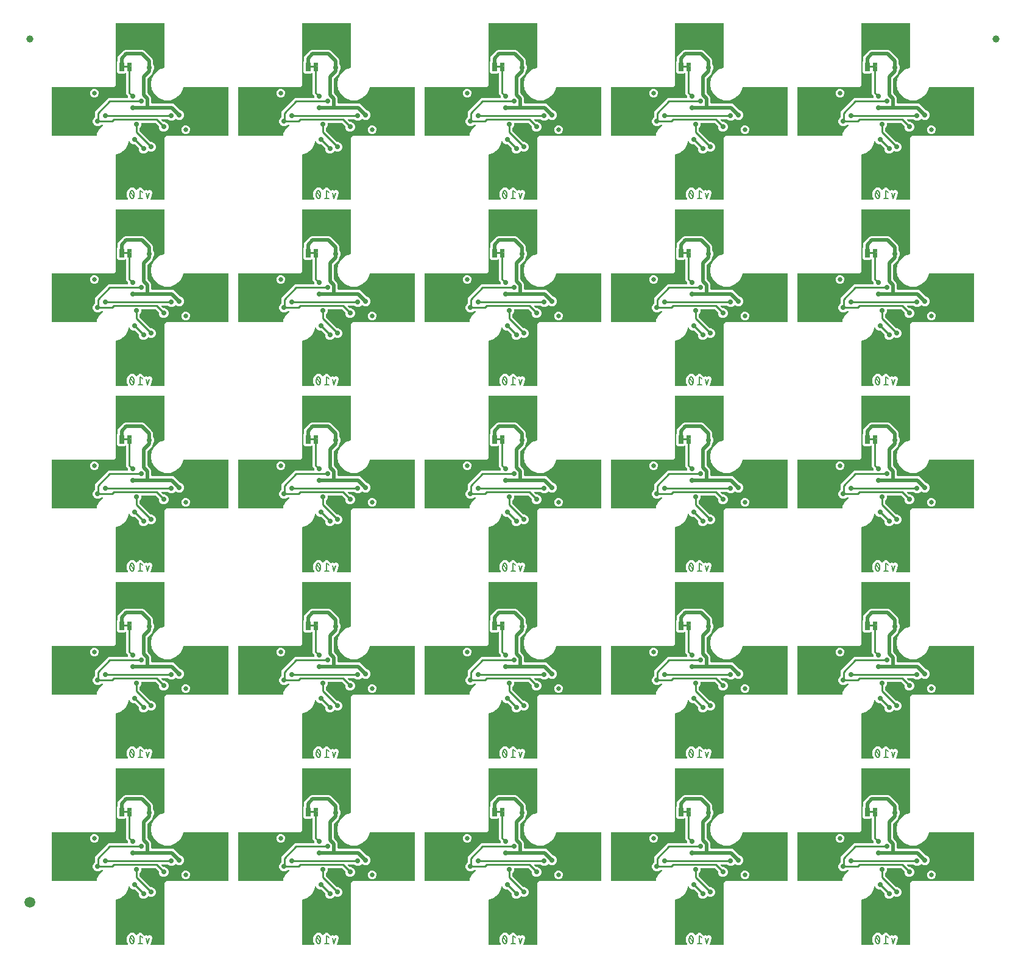
<source format=gbl>
G04 EAGLE Gerber RS-274X export*
G75*
%MOMM*%
%FSLAX34Y34*%
%LPD*%
%INBottom Copper*%
%IPPOS*%
%AMOC8*
5,1,8,0,0,1.08239X$1,22.5*%
G01*
%ADD10C,0.203200*%
%ADD11C,0.635000*%
%ADD12C,0.099059*%
%ADD13C,1.000000*%
%ADD14C,1.500000*%
%ADD15C,0.736600*%
%ADD16C,0.254000*%
%ADD17C,0.508000*%

G36*
X1145681Y1040396D02*
X1145681Y1040396D01*
X1145764Y1040398D01*
X1145821Y1040416D01*
X1145880Y1040425D01*
X1145956Y1040459D01*
X1146035Y1040484D01*
X1146085Y1040517D01*
X1146139Y1040541D01*
X1146203Y1040595D01*
X1146272Y1040641D01*
X1146311Y1040686D01*
X1146356Y1040724D01*
X1146402Y1040794D01*
X1146456Y1040857D01*
X1146481Y1040912D01*
X1146514Y1040961D01*
X1146539Y1041041D01*
X1146573Y1041117D01*
X1146582Y1041176D01*
X1146599Y1041232D01*
X1146602Y1041316D01*
X1146613Y1041398D01*
X1146605Y1041449D01*
X1146607Y1041516D01*
X1146571Y1041652D01*
X1146559Y1041729D01*
X1146369Y1042283D01*
X1146336Y1042346D01*
X1146321Y1042398D01*
X1145158Y1044783D01*
X1145158Y1050717D01*
X1145817Y1052068D01*
X1145819Y1052073D01*
X1145822Y1052078D01*
X1145833Y1052116D01*
X1145905Y1052338D01*
X1145906Y1052373D01*
X1145913Y1052401D01*
X1145962Y1052836D01*
X1146112Y1052956D01*
X1146193Y1053042D01*
X1146278Y1053124D01*
X1146288Y1053143D01*
X1146307Y1053162D01*
X1146437Y1053415D01*
X1146437Y1053417D01*
X1146438Y1053419D01*
X1146917Y1054818D01*
X1150181Y1057149D01*
X1154192Y1057149D01*
X1157455Y1054818D01*
X1157559Y1054515D01*
X1157587Y1054461D01*
X1157605Y1054403D01*
X1157651Y1054335D01*
X1157688Y1054262D01*
X1157729Y1054218D01*
X1157763Y1054167D01*
X1157826Y1054114D01*
X1157882Y1054054D01*
X1157934Y1054023D01*
X1157981Y1053984D01*
X1158056Y1053951D01*
X1158126Y1053909D01*
X1158185Y1053893D01*
X1158240Y1053869D01*
X1158322Y1053857D01*
X1158401Y1053836D01*
X1158462Y1053838D01*
X1158522Y1053829D01*
X1158603Y1053841D01*
X1158685Y1053843D01*
X1158743Y1053861D01*
X1158803Y1053870D01*
X1158878Y1053904D01*
X1158956Y1053928D01*
X1159007Y1053962D01*
X1159062Y1053987D01*
X1159113Y1054032D01*
X1159193Y1054085D01*
X1159260Y1054164D01*
X1159312Y1054211D01*
X1159330Y1054232D01*
X1159345Y1054259D01*
X1159367Y1054282D01*
X1159377Y1054301D01*
X1159377Y1054302D01*
X1159380Y1054308D01*
X1159417Y1054381D01*
X1159474Y1054477D01*
X1159482Y1054507D01*
X1159496Y1054535D01*
X1159509Y1054612D01*
X1159545Y1054752D01*
X1159545Y1054761D01*
X1160543Y1055759D01*
X1160582Y1055810D01*
X1160618Y1055843D01*
X1161504Y1056951D01*
X1161564Y1056970D01*
X1161672Y1056998D01*
X1161699Y1057014D01*
X1161729Y1057023D01*
X1161793Y1057069D01*
X1161917Y1057142D01*
X1161923Y1057149D01*
X1163335Y1057149D01*
X1163398Y1057158D01*
X1163447Y1057155D01*
X1164857Y1057312D01*
X1164913Y1057283D01*
X1165009Y1057226D01*
X1165039Y1057219D01*
X1165067Y1057204D01*
X1165145Y1057191D01*
X1165284Y1057155D01*
X1165293Y1057155D01*
X1166292Y1056157D01*
X1166343Y1056119D01*
X1166375Y1056082D01*
X1169463Y1053612D01*
X1169508Y1053585D01*
X1169548Y1053551D01*
X1169630Y1053513D01*
X1169708Y1053467D01*
X1169759Y1053454D01*
X1169806Y1053432D01*
X1169896Y1053418D01*
X1169983Y1053396D01*
X1170036Y1053397D01*
X1170087Y1053389D01*
X1170159Y1053400D01*
X1170268Y1053403D01*
X1170354Y1053431D01*
X1170419Y1053441D01*
X1171845Y1053917D01*
X1173449Y1053114D01*
X1173465Y1053109D01*
X1173480Y1053100D01*
X1173600Y1053064D01*
X1173719Y1053024D01*
X1173736Y1053023D01*
X1173752Y1053018D01*
X1173878Y1053017D01*
X1174003Y1053012D01*
X1174019Y1053016D01*
X1174036Y1053016D01*
X1174104Y1053037D01*
X1174279Y1053079D01*
X1174321Y1053103D01*
X1174357Y1053114D01*
X1175962Y1053917D01*
X1179157Y1052852D01*
X1180663Y1049840D01*
X1178295Y1042737D01*
X1178292Y1042722D01*
X1178286Y1042708D01*
X1178276Y1042641D01*
X1178257Y1042583D01*
X1178256Y1042522D01*
X1178244Y1042457D01*
X1178245Y1042442D01*
X1178243Y1042427D01*
X1178252Y1042371D01*
X1178250Y1042299D01*
X1178266Y1042239D01*
X1178272Y1042175D01*
X1178289Y1042131D01*
X1178293Y1042107D01*
X1178167Y1041854D01*
X1178164Y1041846D01*
X1178159Y1041839D01*
X1178119Y1041711D01*
X1178077Y1041584D01*
X1178076Y1041576D01*
X1178074Y1041568D01*
X1178070Y1041433D01*
X1178065Y1041300D01*
X1178067Y1041292D01*
X1178066Y1041284D01*
X1178100Y1041155D01*
X1178132Y1041024D01*
X1178136Y1041017D01*
X1178138Y1041009D01*
X1178206Y1040894D01*
X1178273Y1040777D01*
X1178279Y1040772D01*
X1178283Y1040764D01*
X1178381Y1040672D01*
X1178477Y1040579D01*
X1178485Y1040575D01*
X1178491Y1040570D01*
X1178609Y1040509D01*
X1178728Y1040446D01*
X1178736Y1040444D01*
X1178744Y1040440D01*
X1178796Y1040432D01*
X1179006Y1040387D01*
X1179044Y1040390D01*
X1179075Y1040385D01*
X1196340Y1040385D01*
X1196398Y1040393D01*
X1196456Y1040391D01*
X1196538Y1040413D01*
X1196622Y1040425D01*
X1196675Y1040448D01*
X1196731Y1040463D01*
X1196804Y1040506D01*
X1196881Y1040541D01*
X1196926Y1040579D01*
X1196976Y1040608D01*
X1197034Y1040670D01*
X1197098Y1040724D01*
X1197130Y1040773D01*
X1197170Y1040816D01*
X1197209Y1040891D01*
X1197256Y1040961D01*
X1197273Y1041017D01*
X1197300Y1041069D01*
X1197311Y1041137D01*
X1197341Y1041232D01*
X1197344Y1041332D01*
X1197355Y1041400D01*
X1197355Y1126904D01*
X1199736Y1129285D01*
X1285240Y1129285D01*
X1285298Y1129293D01*
X1285356Y1129291D01*
X1285438Y1129313D01*
X1285522Y1129325D01*
X1285575Y1129348D01*
X1285631Y1129363D01*
X1285704Y1129406D01*
X1285781Y1129441D01*
X1285826Y1129479D01*
X1285876Y1129508D01*
X1285934Y1129570D01*
X1285998Y1129624D01*
X1286030Y1129673D01*
X1286070Y1129716D01*
X1286109Y1129791D01*
X1286156Y1129861D01*
X1286173Y1129917D01*
X1286200Y1129969D01*
X1286211Y1130037D01*
X1286241Y1130132D01*
X1286244Y1130232D01*
X1286255Y1130300D01*
X1286255Y1196340D01*
X1286247Y1196398D01*
X1286249Y1196456D01*
X1286227Y1196538D01*
X1286215Y1196622D01*
X1286192Y1196675D01*
X1286177Y1196731D01*
X1286134Y1196804D01*
X1286099Y1196881D01*
X1286061Y1196926D01*
X1286032Y1196976D01*
X1285970Y1197034D01*
X1285916Y1197098D01*
X1285867Y1197130D01*
X1285824Y1197170D01*
X1285749Y1197209D01*
X1285679Y1197256D01*
X1285623Y1197273D01*
X1285571Y1197300D01*
X1285503Y1197311D01*
X1285408Y1197341D01*
X1285308Y1197344D01*
X1285240Y1197355D01*
X1224511Y1197355D01*
X1224400Y1197340D01*
X1224288Y1197331D01*
X1224259Y1197320D01*
X1224229Y1197315D01*
X1224127Y1197270D01*
X1224022Y1197230D01*
X1223998Y1197212D01*
X1223970Y1197199D01*
X1223884Y1197127D01*
X1223794Y1197060D01*
X1223776Y1197035D01*
X1223753Y1197016D01*
X1223691Y1196922D01*
X1223623Y1196833D01*
X1223614Y1196807D01*
X1223595Y1196779D01*
X1223522Y1196548D01*
X1223511Y1196516D01*
X1222991Y1193569D01*
X1219005Y1186665D01*
X1212898Y1181540D01*
X1205406Y1178813D01*
X1197434Y1178813D01*
X1189942Y1181540D01*
X1183835Y1186664D01*
X1179849Y1193569D01*
X1178465Y1201420D01*
X1179849Y1209271D01*
X1183835Y1216175D01*
X1189942Y1221300D01*
X1196687Y1223755D01*
X1196708Y1223766D01*
X1196731Y1223772D01*
X1196833Y1223833D01*
X1196938Y1223889D01*
X1196955Y1223905D01*
X1196976Y1223918D01*
X1197057Y1224004D01*
X1197142Y1224087D01*
X1197154Y1224107D01*
X1197170Y1224125D01*
X1197224Y1224230D01*
X1197283Y1224333D01*
X1197289Y1224357D01*
X1197300Y1224378D01*
X1197312Y1224453D01*
X1197350Y1224610D01*
X1197348Y1224666D01*
X1197355Y1224709D01*
X1197355Y1285240D01*
X1197347Y1285298D01*
X1197349Y1285356D01*
X1197327Y1285438D01*
X1197315Y1285522D01*
X1197292Y1285575D01*
X1197277Y1285631D01*
X1197234Y1285704D01*
X1197199Y1285781D01*
X1197161Y1285826D01*
X1197132Y1285876D01*
X1197070Y1285934D01*
X1197016Y1285998D01*
X1196967Y1286030D01*
X1196924Y1286070D01*
X1196849Y1286109D01*
X1196779Y1286156D01*
X1196723Y1286173D01*
X1196671Y1286200D01*
X1196603Y1286211D01*
X1196508Y1286241D01*
X1196408Y1286244D01*
X1196340Y1286255D01*
X1130300Y1286255D01*
X1130242Y1286247D01*
X1130184Y1286249D01*
X1130102Y1286227D01*
X1130018Y1286215D01*
X1129965Y1286192D01*
X1129909Y1286177D01*
X1129836Y1286134D01*
X1129759Y1286099D01*
X1129714Y1286061D01*
X1129664Y1286032D01*
X1129606Y1285970D01*
X1129542Y1285916D01*
X1129510Y1285867D01*
X1129470Y1285824D01*
X1129431Y1285749D01*
X1129384Y1285679D01*
X1129367Y1285623D01*
X1129340Y1285571D01*
X1129329Y1285503D01*
X1129299Y1285408D01*
X1129296Y1285308D01*
X1129285Y1285240D01*
X1129285Y1199736D01*
X1126904Y1197355D01*
X1041400Y1197355D01*
X1041342Y1197347D01*
X1041284Y1197349D01*
X1041202Y1197327D01*
X1041118Y1197315D01*
X1041065Y1197292D01*
X1041009Y1197277D01*
X1040936Y1197234D01*
X1040859Y1197199D01*
X1040814Y1197161D01*
X1040764Y1197132D01*
X1040706Y1197070D01*
X1040642Y1197016D01*
X1040610Y1196967D01*
X1040570Y1196924D01*
X1040531Y1196849D01*
X1040484Y1196779D01*
X1040467Y1196723D01*
X1040440Y1196671D01*
X1040429Y1196603D01*
X1040399Y1196508D01*
X1040396Y1196408D01*
X1040385Y1196340D01*
X1040385Y1130300D01*
X1040393Y1130242D01*
X1040391Y1130184D01*
X1040413Y1130102D01*
X1040425Y1130018D01*
X1040448Y1129965D01*
X1040463Y1129909D01*
X1040506Y1129836D01*
X1040541Y1129759D01*
X1040579Y1129714D01*
X1040608Y1129664D01*
X1040670Y1129606D01*
X1040724Y1129542D01*
X1040773Y1129510D01*
X1040816Y1129470D01*
X1040891Y1129431D01*
X1040961Y1129384D01*
X1041017Y1129367D01*
X1041069Y1129340D01*
X1041137Y1129329D01*
X1041232Y1129299D01*
X1041332Y1129296D01*
X1041400Y1129285D01*
X1102129Y1129285D01*
X1102240Y1129300D01*
X1102352Y1129309D01*
X1102381Y1129320D01*
X1102411Y1129325D01*
X1102513Y1129370D01*
X1102618Y1129410D01*
X1102642Y1129428D01*
X1102670Y1129441D01*
X1102756Y1129513D01*
X1102846Y1129580D01*
X1102864Y1129605D01*
X1102887Y1129624D01*
X1102949Y1129718D01*
X1103017Y1129807D01*
X1103026Y1129833D01*
X1103045Y1129861D01*
X1103118Y1130092D01*
X1103129Y1130124D01*
X1103649Y1133071D01*
X1107635Y1139975D01*
X1111524Y1143238D01*
X1111573Y1143293D01*
X1111629Y1143341D01*
X1111667Y1143398D01*
X1111714Y1143450D01*
X1111746Y1143516D01*
X1111786Y1143577D01*
X1111807Y1143643D01*
X1111838Y1143706D01*
X1111850Y1143778D01*
X1111872Y1143848D01*
X1111874Y1143917D01*
X1111886Y1143986D01*
X1111878Y1144059D01*
X1111880Y1144132D01*
X1111862Y1144199D01*
X1111854Y1144268D01*
X1111826Y1144336D01*
X1111808Y1144407D01*
X1111772Y1144467D01*
X1111746Y1144531D01*
X1111700Y1144589D01*
X1111662Y1144652D01*
X1111612Y1144699D01*
X1111569Y1144753D01*
X1111509Y1144796D01*
X1111455Y1144846D01*
X1111393Y1144878D01*
X1111337Y1144918D01*
X1111268Y1144942D01*
X1111202Y1144976D01*
X1111144Y1144986D01*
X1111069Y1145012D01*
X1110946Y1145019D01*
X1110871Y1145031D01*
X1110141Y1145031D01*
X1110054Y1145019D01*
X1109967Y1145016D01*
X1109914Y1144999D01*
X1109859Y1144991D01*
X1109780Y1144956D01*
X1109696Y1144929D01*
X1109657Y1144901D01*
X1109600Y1144875D01*
X1109487Y1144779D01*
X1109423Y1144734D01*
X1108332Y1143643D01*
X1105858Y1142618D01*
X1103180Y1142618D01*
X1100706Y1143643D01*
X1098812Y1145537D01*
X1097787Y1148011D01*
X1097787Y1150689D01*
X1098812Y1153163D01*
X1100284Y1154635D01*
X1100336Y1154705D01*
X1100396Y1154769D01*
X1100422Y1154818D01*
X1100455Y1154862D01*
X1100486Y1154944D01*
X1100526Y1155022D01*
X1100534Y1155069D01*
X1100556Y1155128D01*
X1100568Y1155276D01*
X1100581Y1155353D01*
X1100581Y1162569D01*
X1103408Y1165396D01*
X1103409Y1165396D01*
X1119621Y1181609D01*
X1145413Y1181609D01*
X1145471Y1181617D01*
X1145529Y1181615D01*
X1145611Y1181637D01*
X1145695Y1181649D01*
X1145748Y1181672D01*
X1145804Y1181687D01*
X1145877Y1181730D01*
X1145954Y1181765D01*
X1145999Y1181803D01*
X1146049Y1181832D01*
X1146107Y1181894D01*
X1146171Y1181948D01*
X1146203Y1181997D01*
X1146243Y1182040D01*
X1146282Y1182115D01*
X1146329Y1182185D01*
X1146346Y1182241D01*
X1146373Y1182293D01*
X1146384Y1182361D01*
X1146414Y1182456D01*
X1146417Y1182556D01*
X1146428Y1182624D01*
X1146428Y1184225D01*
X1146416Y1184311D01*
X1146413Y1184399D01*
X1146396Y1184451D01*
X1146388Y1184506D01*
X1146353Y1184586D01*
X1146326Y1184669D01*
X1146298Y1184708D01*
X1146272Y1184765D01*
X1146176Y1184879D01*
X1146131Y1184942D01*
X1143888Y1187185D01*
X1143888Y1215521D01*
X1143884Y1215550D01*
X1143887Y1215579D01*
X1143864Y1215690D01*
X1143848Y1215802D01*
X1143836Y1215829D01*
X1143831Y1215858D01*
X1143778Y1215958D01*
X1143732Y1216062D01*
X1143713Y1216084D01*
X1143700Y1216110D01*
X1143622Y1216192D01*
X1143549Y1216279D01*
X1143524Y1216295D01*
X1143504Y1216316D01*
X1143406Y1216374D01*
X1143312Y1216436D01*
X1143284Y1216445D01*
X1143259Y1216460D01*
X1143149Y1216488D01*
X1143041Y1216522D01*
X1143012Y1216523D01*
X1142983Y1216530D01*
X1142870Y1216526D01*
X1142757Y1216529D01*
X1142728Y1216522D01*
X1142699Y1216521D01*
X1142591Y1216486D01*
X1142482Y1216458D01*
X1142456Y1216443D01*
X1142428Y1216434D01*
X1142364Y1216388D01*
X1142237Y1216312D01*
X1142194Y1216267D01*
X1142155Y1216239D01*
X1142068Y1216151D01*
X1133518Y1216151D01*
X1131442Y1218227D01*
X1131442Y1232873D01*
X1131907Y1233337D01*
X1131959Y1233407D01*
X1132019Y1233471D01*
X1132045Y1233520D01*
X1132078Y1233564D01*
X1132109Y1233646D01*
X1132149Y1233724D01*
X1132157Y1233772D01*
X1132179Y1233830D01*
X1132191Y1233978D01*
X1132204Y1234055D01*
X1132204Y1238092D01*
X1133055Y1240146D01*
X1140977Y1248068D01*
X1143031Y1248919D01*
X1166972Y1248919D01*
X1169026Y1248068D01*
X1180758Y1236336D01*
X1181609Y1234282D01*
X1181609Y1228580D01*
X1181613Y1228550D01*
X1181611Y1228519D01*
X1181628Y1228442D01*
X1181649Y1228299D01*
X1181675Y1228240D01*
X1181686Y1228192D01*
X1182752Y1225619D01*
X1182752Y1222941D01*
X1181686Y1220368D01*
X1181678Y1220338D01*
X1181664Y1220311D01*
X1181651Y1220233D01*
X1181615Y1220093D01*
X1181617Y1220028D01*
X1181609Y1219980D01*
X1181609Y1218088D01*
X1180758Y1216034D01*
X1174286Y1209562D01*
X1174234Y1209493D01*
X1174174Y1209429D01*
X1174148Y1209379D01*
X1174115Y1209335D01*
X1174084Y1209254D01*
X1174044Y1209176D01*
X1174036Y1209128D01*
X1174014Y1209070D01*
X1174002Y1208922D01*
X1173989Y1208845D01*
X1173989Y1188915D01*
X1174001Y1188829D01*
X1174004Y1188741D01*
X1174021Y1188689D01*
X1174029Y1188634D01*
X1174064Y1188554D01*
X1174091Y1188471D01*
X1174119Y1188432D01*
X1174145Y1188375D01*
X1174241Y1188261D01*
X1174286Y1188198D01*
X1178218Y1184266D01*
X1179069Y1182212D01*
X1179069Y1175004D01*
X1179077Y1174946D01*
X1179075Y1174888D01*
X1179097Y1174806D01*
X1179109Y1174722D01*
X1179132Y1174669D01*
X1179147Y1174613D01*
X1179190Y1174540D01*
X1179225Y1174463D01*
X1179263Y1174418D01*
X1179292Y1174368D01*
X1179354Y1174310D01*
X1179408Y1174246D01*
X1179457Y1174214D01*
X1179500Y1174174D01*
X1179575Y1174135D01*
X1179645Y1174088D01*
X1179701Y1174071D01*
X1179753Y1174044D01*
X1179821Y1174033D01*
X1179916Y1174003D01*
X1180016Y1174000D01*
X1180084Y1173989D01*
X1208882Y1173989D01*
X1210936Y1173138D01*
X1218841Y1165233D01*
X1218866Y1165214D01*
X1218886Y1165191D01*
X1218952Y1165149D01*
X1219068Y1165062D01*
X1219128Y1165039D01*
X1219170Y1165013D01*
X1221743Y1163947D01*
X1223637Y1162053D01*
X1224662Y1159579D01*
X1224662Y1156901D01*
X1223637Y1154427D01*
X1221743Y1152533D01*
X1219269Y1151508D01*
X1216591Y1151508D01*
X1214117Y1152533D01*
X1213568Y1153082D01*
X1213521Y1153117D01*
X1213481Y1153160D01*
X1213408Y1153202D01*
X1213341Y1153253D01*
X1213286Y1153274D01*
X1213236Y1153303D01*
X1213154Y1153324D01*
X1213075Y1153354D01*
X1213017Y1153359D01*
X1212960Y1153373D01*
X1212876Y1153371D01*
X1212792Y1153378D01*
X1212734Y1153366D01*
X1212676Y1153364D01*
X1212596Y1153338D01*
X1212513Y1153322D01*
X1212461Y1153295D01*
X1212405Y1153277D01*
X1212349Y1153237D01*
X1212261Y1153191D01*
X1212188Y1153122D01*
X1212132Y1153082D01*
X1210634Y1151584D01*
X1208159Y1150559D01*
X1205481Y1150559D01*
X1203007Y1151584D01*
X1202237Y1152354D01*
X1202167Y1152406D01*
X1202103Y1152466D01*
X1202054Y1152492D01*
X1202010Y1152525D01*
X1201928Y1152556D01*
X1201850Y1152596D01*
X1201802Y1152604D01*
X1201744Y1152626D01*
X1201596Y1152638D01*
X1201519Y1152651D01*
X1193977Y1152651D01*
X1193948Y1152647D01*
X1193919Y1152650D01*
X1193808Y1152627D01*
X1193696Y1152611D01*
X1193669Y1152599D01*
X1193640Y1152594D01*
X1193540Y1152542D01*
X1193436Y1152495D01*
X1193414Y1152476D01*
X1193388Y1152463D01*
X1193306Y1152385D01*
X1193219Y1152312D01*
X1193203Y1152287D01*
X1193182Y1152267D01*
X1193125Y1152169D01*
X1193062Y1152075D01*
X1193053Y1152047D01*
X1193038Y1152022D01*
X1193010Y1151912D01*
X1192976Y1151804D01*
X1192975Y1151774D01*
X1192968Y1151746D01*
X1192972Y1151633D01*
X1192969Y1151520D01*
X1192976Y1151491D01*
X1192977Y1151462D01*
X1193012Y1151354D01*
X1193041Y1151245D01*
X1193056Y1151219D01*
X1193065Y1151191D01*
X1193110Y1151128D01*
X1193186Y1151000D01*
X1193232Y1150957D01*
X1193259Y1150918D01*
X1195419Y1148759D01*
X1195488Y1148707D01*
X1195552Y1148647D01*
X1195602Y1148621D01*
X1195646Y1148588D01*
X1195727Y1148557D01*
X1195805Y1148517D01*
X1195853Y1148509D01*
X1195911Y1148487D01*
X1196059Y1148475D01*
X1196136Y1148462D01*
X1197679Y1148462D01*
X1200153Y1147437D01*
X1202047Y1145543D01*
X1203072Y1143069D01*
X1203072Y1140391D01*
X1202047Y1137917D01*
X1200153Y1136023D01*
X1197679Y1134998D01*
X1195001Y1134998D01*
X1192527Y1136023D01*
X1190633Y1137917D01*
X1189608Y1140391D01*
X1189608Y1141934D01*
X1189601Y1141988D01*
X1189602Y1142026D01*
X1189595Y1142051D01*
X1189593Y1142108D01*
X1189576Y1142160D01*
X1189568Y1142215D01*
X1189533Y1142295D01*
X1189506Y1142378D01*
X1189478Y1142417D01*
X1189452Y1142475D01*
X1189356Y1142588D01*
X1189311Y1142652D01*
X1184688Y1147274D01*
X1184619Y1147326D01*
X1184555Y1147386D01*
X1184505Y1147412D01*
X1184461Y1147445D01*
X1184380Y1147476D01*
X1184302Y1147516D01*
X1184254Y1147524D01*
X1184196Y1147546D01*
X1184048Y1147558D01*
X1183971Y1147571D01*
X1165987Y1147571D01*
X1165929Y1147563D01*
X1165871Y1147565D01*
X1165789Y1147543D01*
X1165705Y1147531D01*
X1165652Y1147508D01*
X1165596Y1147493D01*
X1165523Y1147450D01*
X1165446Y1147415D01*
X1165401Y1147377D01*
X1165351Y1147348D01*
X1165293Y1147286D01*
X1165229Y1147232D01*
X1165197Y1147183D01*
X1165157Y1147140D01*
X1165118Y1147065D01*
X1165071Y1146995D01*
X1165054Y1146939D01*
X1165027Y1146887D01*
X1165016Y1146819D01*
X1164986Y1146724D01*
X1164983Y1146624D01*
X1164972Y1146556D01*
X1164972Y1144201D01*
X1163947Y1141727D01*
X1162856Y1140636D01*
X1162804Y1140566D01*
X1162744Y1140502D01*
X1162718Y1140453D01*
X1162685Y1140409D01*
X1162654Y1140327D01*
X1162614Y1140249D01*
X1162606Y1140202D01*
X1162584Y1140143D01*
X1162577Y1140061D01*
X1162573Y1140047D01*
X1162571Y1139993D01*
X1162559Y1139918D01*
X1162559Y1136319D01*
X1162571Y1136233D01*
X1162574Y1136145D01*
X1162591Y1136093D01*
X1162599Y1136038D01*
X1162634Y1135958D01*
X1162661Y1135875D01*
X1162689Y1135836D01*
X1162715Y1135779D01*
X1162811Y1135665D01*
X1162856Y1135602D01*
X1177638Y1120819D01*
X1177708Y1120767D01*
X1177772Y1120707D01*
X1177821Y1120681D01*
X1177866Y1120648D01*
X1177947Y1120617D01*
X1178025Y1120577D01*
X1178073Y1120569D01*
X1178131Y1120547D01*
X1178279Y1120535D01*
X1178356Y1120522D01*
X1179899Y1120522D01*
X1182373Y1119497D01*
X1184267Y1117603D01*
X1185292Y1115129D01*
X1185292Y1112451D01*
X1184267Y1109977D01*
X1182373Y1108083D01*
X1179899Y1107058D01*
X1177221Y1107058D01*
X1175367Y1107826D01*
X1175310Y1107841D01*
X1175256Y1107865D01*
X1175173Y1107876D01*
X1175092Y1107897D01*
X1175033Y1107895D01*
X1174974Y1107903D01*
X1174891Y1107891D01*
X1174808Y1107889D01*
X1174751Y1107871D01*
X1174693Y1107862D01*
X1174617Y1107828D01*
X1174537Y1107802D01*
X1174488Y1107769D01*
X1174434Y1107745D01*
X1174370Y1107691D01*
X1174301Y1107644D01*
X1174263Y1107599D01*
X1174218Y1107561D01*
X1174196Y1107526D01*
X1172213Y1105543D01*
X1169739Y1104518D01*
X1167061Y1104518D01*
X1164587Y1105543D01*
X1162693Y1107437D01*
X1161668Y1109911D01*
X1161668Y1111454D01*
X1161660Y1111511D01*
X1161662Y1111569D01*
X1161654Y1111597D01*
X1161653Y1111628D01*
X1161636Y1111680D01*
X1161628Y1111735D01*
X1161604Y1111790D01*
X1161590Y1111844D01*
X1161576Y1111867D01*
X1161566Y1111898D01*
X1161538Y1111937D01*
X1161512Y1111994D01*
X1161472Y1112042D01*
X1161445Y1112088D01*
X1161402Y1112128D01*
X1161371Y1112171D01*
X1156307Y1117235D01*
X1156237Y1117288D01*
X1156173Y1117348D01*
X1156124Y1117373D01*
X1156080Y1117406D01*
X1155998Y1117437D01*
X1155920Y1117477D01*
X1155873Y1117485D01*
X1155814Y1117508D01*
X1155666Y1117520D01*
X1155589Y1117533D01*
X1154046Y1117533D01*
X1151572Y1118558D01*
X1149679Y1120451D01*
X1149367Y1121202D01*
X1149297Y1121322D01*
X1149226Y1121443D01*
X1149224Y1121445D01*
X1149223Y1121447D01*
X1149122Y1121542D01*
X1149021Y1121639D01*
X1149018Y1121641D01*
X1149016Y1121642D01*
X1148895Y1121705D01*
X1148769Y1121771D01*
X1148766Y1121771D01*
X1148764Y1121773D01*
X1148627Y1121800D01*
X1148490Y1121827D01*
X1148487Y1121827D01*
X1148485Y1121828D01*
X1148347Y1121816D01*
X1148207Y1121804D01*
X1148204Y1121803D01*
X1148201Y1121803D01*
X1148070Y1121753D01*
X1147941Y1121704D01*
X1147939Y1121702D01*
X1147936Y1121701D01*
X1147822Y1121615D01*
X1147713Y1121533D01*
X1147712Y1121531D01*
X1147709Y1121530D01*
X1147625Y1121416D01*
X1147542Y1121307D01*
X1147541Y1121304D01*
X1147539Y1121302D01*
X1147439Y1121036D01*
X1147437Y1121010D01*
X1147430Y1120990D01*
X1146791Y1117369D01*
X1142805Y1110465D01*
X1136698Y1105340D01*
X1129953Y1102885D01*
X1129932Y1102874D01*
X1129909Y1102868D01*
X1129807Y1102807D01*
X1129702Y1102751D01*
X1129685Y1102735D01*
X1129664Y1102722D01*
X1129583Y1102636D01*
X1129498Y1102553D01*
X1129486Y1102533D01*
X1129470Y1102515D01*
X1129416Y1102409D01*
X1129357Y1102307D01*
X1129351Y1102283D01*
X1129340Y1102262D01*
X1129328Y1102187D01*
X1129290Y1102030D01*
X1129292Y1101974D01*
X1129285Y1101931D01*
X1129285Y1041400D01*
X1129293Y1041342D01*
X1129291Y1041284D01*
X1129313Y1041202D01*
X1129325Y1041118D01*
X1129348Y1041065D01*
X1129363Y1041009D01*
X1129406Y1040936D01*
X1129441Y1040859D01*
X1129479Y1040814D01*
X1129508Y1040764D01*
X1129570Y1040706D01*
X1129624Y1040642D01*
X1129673Y1040610D01*
X1129716Y1040570D01*
X1129791Y1040531D01*
X1129861Y1040484D01*
X1129917Y1040467D01*
X1129969Y1040440D01*
X1130037Y1040429D01*
X1130132Y1040399D01*
X1130232Y1040396D01*
X1130300Y1040385D01*
X1145598Y1040385D01*
X1145681Y1040396D01*
G37*
G36*
X368441Y263156D02*
X368441Y263156D01*
X368524Y263158D01*
X368581Y263176D01*
X368640Y263185D01*
X368716Y263219D01*
X368795Y263244D01*
X368845Y263277D01*
X368899Y263301D01*
X368963Y263355D01*
X369032Y263401D01*
X369071Y263446D01*
X369116Y263484D01*
X369162Y263554D01*
X369216Y263617D01*
X369241Y263672D01*
X369274Y263721D01*
X369299Y263801D01*
X369333Y263877D01*
X369342Y263936D01*
X369359Y263992D01*
X369362Y264076D01*
X369373Y264158D01*
X369365Y264209D01*
X369367Y264276D01*
X369331Y264412D01*
X369319Y264489D01*
X369129Y265043D01*
X369096Y265106D01*
X369081Y265158D01*
X367918Y267543D01*
X367918Y273477D01*
X368577Y274828D01*
X368579Y274833D01*
X368582Y274838D01*
X368593Y274876D01*
X368665Y275098D01*
X368666Y275133D01*
X368673Y275161D01*
X368722Y275596D01*
X368872Y275716D01*
X368953Y275802D01*
X369038Y275884D01*
X369048Y275903D01*
X369067Y275922D01*
X369197Y276175D01*
X369197Y276177D01*
X369198Y276179D01*
X369677Y277578D01*
X372941Y279909D01*
X376952Y279909D01*
X380215Y277578D01*
X380319Y277275D01*
X380347Y277221D01*
X380365Y277163D01*
X380411Y277095D01*
X380448Y277022D01*
X380489Y276978D01*
X380523Y276927D01*
X380586Y276874D01*
X380642Y276814D01*
X380694Y276783D01*
X380741Y276744D01*
X380816Y276711D01*
X380886Y276669D01*
X380945Y276653D01*
X381000Y276629D01*
X381082Y276617D01*
X381161Y276596D01*
X381222Y276598D01*
X381282Y276589D01*
X381363Y276601D01*
X381445Y276603D01*
X381503Y276621D01*
X381563Y276630D01*
X381638Y276664D01*
X381716Y276688D01*
X381767Y276722D01*
X381822Y276747D01*
X381873Y276792D01*
X381953Y276845D01*
X382020Y276924D01*
X382072Y276971D01*
X382090Y276992D01*
X382105Y277019D01*
X382127Y277042D01*
X382137Y277061D01*
X382137Y277062D01*
X382140Y277068D01*
X382177Y277141D01*
X382234Y277237D01*
X382242Y277267D01*
X382256Y277295D01*
X382269Y277372D01*
X382305Y277512D01*
X382305Y277521D01*
X383303Y278519D01*
X383342Y278570D01*
X383378Y278603D01*
X384264Y279711D01*
X384324Y279730D01*
X384432Y279758D01*
X384459Y279774D01*
X384489Y279783D01*
X384553Y279829D01*
X384677Y279902D01*
X384683Y279909D01*
X386095Y279909D01*
X386158Y279918D01*
X386207Y279915D01*
X387617Y280072D01*
X387673Y280043D01*
X387769Y279986D01*
X387799Y279979D01*
X387827Y279964D01*
X387905Y279951D01*
X388044Y279915D01*
X388053Y279915D01*
X389052Y278917D01*
X389103Y278879D01*
X389135Y278842D01*
X392223Y276372D01*
X392268Y276345D01*
X392308Y276311D01*
X392390Y276273D01*
X392468Y276227D01*
X392519Y276214D01*
X392566Y276192D01*
X392656Y276178D01*
X392743Y276156D01*
X392796Y276157D01*
X392847Y276149D01*
X392919Y276160D01*
X393028Y276163D01*
X393114Y276191D01*
X393179Y276201D01*
X394605Y276677D01*
X396209Y275874D01*
X396225Y275869D01*
X396240Y275860D01*
X396360Y275824D01*
X396479Y275784D01*
X396496Y275783D01*
X396512Y275778D01*
X396638Y275777D01*
X396763Y275772D01*
X396779Y275776D01*
X396796Y275776D01*
X396864Y275797D01*
X397039Y275839D01*
X397081Y275863D01*
X397117Y275874D01*
X398722Y276677D01*
X401917Y275612D01*
X403423Y272600D01*
X401055Y265497D01*
X401052Y265482D01*
X401046Y265468D01*
X401036Y265401D01*
X401017Y265343D01*
X401016Y265282D01*
X401004Y265217D01*
X401005Y265202D01*
X401003Y265187D01*
X401012Y265131D01*
X401010Y265059D01*
X401026Y264999D01*
X401032Y264935D01*
X401049Y264891D01*
X401053Y264867D01*
X400927Y264614D01*
X400924Y264606D01*
X400919Y264599D01*
X400879Y264471D01*
X400837Y264344D01*
X400836Y264336D01*
X400834Y264328D01*
X400830Y264193D01*
X400825Y264060D01*
X400827Y264052D01*
X400826Y264044D01*
X400860Y263915D01*
X400892Y263784D01*
X400896Y263777D01*
X400898Y263769D01*
X400966Y263654D01*
X401033Y263537D01*
X401039Y263532D01*
X401043Y263524D01*
X401141Y263432D01*
X401237Y263339D01*
X401245Y263335D01*
X401251Y263330D01*
X401369Y263269D01*
X401488Y263206D01*
X401496Y263204D01*
X401504Y263200D01*
X401556Y263192D01*
X401766Y263147D01*
X401804Y263150D01*
X401835Y263145D01*
X419100Y263145D01*
X419158Y263153D01*
X419216Y263151D01*
X419298Y263173D01*
X419382Y263185D01*
X419435Y263208D01*
X419491Y263223D01*
X419564Y263266D01*
X419641Y263301D01*
X419686Y263339D01*
X419736Y263368D01*
X419794Y263430D01*
X419858Y263484D01*
X419890Y263533D01*
X419930Y263576D01*
X419969Y263651D01*
X420016Y263721D01*
X420033Y263777D01*
X420060Y263829D01*
X420071Y263897D01*
X420101Y263992D01*
X420104Y264092D01*
X420115Y264160D01*
X420115Y349664D01*
X422496Y352045D01*
X508000Y352045D01*
X508058Y352053D01*
X508116Y352051D01*
X508198Y352073D01*
X508282Y352085D01*
X508335Y352108D01*
X508391Y352123D01*
X508464Y352166D01*
X508541Y352201D01*
X508586Y352239D01*
X508636Y352268D01*
X508694Y352330D01*
X508758Y352384D01*
X508790Y352433D01*
X508830Y352476D01*
X508869Y352551D01*
X508916Y352621D01*
X508933Y352677D01*
X508960Y352729D01*
X508971Y352797D01*
X509001Y352892D01*
X509004Y352992D01*
X509015Y353060D01*
X509015Y419100D01*
X509007Y419158D01*
X509009Y419216D01*
X508987Y419298D01*
X508975Y419382D01*
X508952Y419435D01*
X508937Y419491D01*
X508894Y419564D01*
X508859Y419641D01*
X508821Y419686D01*
X508792Y419736D01*
X508730Y419794D01*
X508676Y419858D01*
X508627Y419890D01*
X508584Y419930D01*
X508509Y419969D01*
X508439Y420016D01*
X508383Y420033D01*
X508331Y420060D01*
X508263Y420071D01*
X508168Y420101D01*
X508068Y420104D01*
X508000Y420115D01*
X447271Y420115D01*
X447160Y420100D01*
X447048Y420091D01*
X447019Y420080D01*
X446989Y420075D01*
X446887Y420030D01*
X446782Y419990D01*
X446758Y419972D01*
X446730Y419959D01*
X446644Y419887D01*
X446554Y419820D01*
X446536Y419795D01*
X446513Y419776D01*
X446451Y419682D01*
X446383Y419593D01*
X446374Y419567D01*
X446355Y419539D01*
X446282Y419308D01*
X446271Y419276D01*
X445751Y416329D01*
X441765Y409425D01*
X435658Y404300D01*
X428166Y401573D01*
X420194Y401573D01*
X412702Y404300D01*
X406595Y409424D01*
X402609Y416329D01*
X401225Y424180D01*
X402609Y432031D01*
X406595Y438935D01*
X412702Y444060D01*
X419447Y446515D01*
X419468Y446526D01*
X419491Y446532D01*
X419593Y446593D01*
X419698Y446649D01*
X419715Y446665D01*
X419736Y446678D01*
X419817Y446764D01*
X419902Y446847D01*
X419914Y446867D01*
X419930Y446885D01*
X419984Y446990D01*
X420043Y447093D01*
X420049Y447117D01*
X420060Y447138D01*
X420072Y447213D01*
X420110Y447370D01*
X420108Y447426D01*
X420115Y447469D01*
X420115Y508000D01*
X420107Y508058D01*
X420109Y508116D01*
X420087Y508198D01*
X420075Y508282D01*
X420052Y508335D01*
X420037Y508391D01*
X419994Y508464D01*
X419959Y508541D01*
X419921Y508586D01*
X419892Y508636D01*
X419830Y508694D01*
X419776Y508758D01*
X419727Y508790D01*
X419684Y508830D01*
X419609Y508869D01*
X419539Y508916D01*
X419483Y508933D01*
X419431Y508960D01*
X419363Y508971D01*
X419268Y509001D01*
X419168Y509004D01*
X419100Y509015D01*
X353060Y509015D01*
X353002Y509007D01*
X352944Y509009D01*
X352862Y508987D01*
X352778Y508975D01*
X352725Y508952D01*
X352669Y508937D01*
X352596Y508894D01*
X352519Y508859D01*
X352474Y508821D01*
X352424Y508792D01*
X352366Y508730D01*
X352302Y508676D01*
X352270Y508627D01*
X352230Y508584D01*
X352191Y508509D01*
X352144Y508439D01*
X352127Y508383D01*
X352100Y508331D01*
X352089Y508263D01*
X352059Y508168D01*
X352056Y508068D01*
X352045Y508000D01*
X352045Y422496D01*
X349664Y420115D01*
X264160Y420115D01*
X264102Y420107D01*
X264044Y420109D01*
X263962Y420087D01*
X263878Y420075D01*
X263825Y420052D01*
X263769Y420037D01*
X263696Y419994D01*
X263619Y419959D01*
X263574Y419921D01*
X263524Y419892D01*
X263466Y419830D01*
X263402Y419776D01*
X263370Y419727D01*
X263330Y419684D01*
X263291Y419609D01*
X263244Y419539D01*
X263227Y419483D01*
X263200Y419431D01*
X263189Y419363D01*
X263159Y419268D01*
X263156Y419168D01*
X263145Y419100D01*
X263145Y353060D01*
X263153Y353002D01*
X263151Y352944D01*
X263173Y352862D01*
X263185Y352778D01*
X263208Y352725D01*
X263223Y352669D01*
X263266Y352596D01*
X263301Y352519D01*
X263339Y352474D01*
X263368Y352424D01*
X263430Y352366D01*
X263484Y352302D01*
X263533Y352270D01*
X263576Y352230D01*
X263651Y352191D01*
X263721Y352144D01*
X263777Y352127D01*
X263829Y352100D01*
X263897Y352089D01*
X263992Y352059D01*
X264092Y352056D01*
X264160Y352045D01*
X324889Y352045D01*
X325000Y352060D01*
X325112Y352069D01*
X325141Y352080D01*
X325171Y352085D01*
X325273Y352130D01*
X325378Y352170D01*
X325402Y352188D01*
X325430Y352201D01*
X325516Y352273D01*
X325606Y352340D01*
X325624Y352365D01*
X325647Y352384D01*
X325709Y352478D01*
X325777Y352567D01*
X325786Y352593D01*
X325805Y352621D01*
X325878Y352852D01*
X325889Y352884D01*
X326409Y355831D01*
X330395Y362735D01*
X334284Y365998D01*
X334333Y366053D01*
X334389Y366101D01*
X334427Y366158D01*
X334474Y366210D01*
X334506Y366276D01*
X334546Y366337D01*
X334567Y366403D01*
X334598Y366466D01*
X334610Y366538D01*
X334632Y366608D01*
X334634Y366677D01*
X334646Y366746D01*
X334638Y366819D01*
X334640Y366892D01*
X334622Y366959D01*
X334614Y367028D01*
X334586Y367096D01*
X334568Y367167D01*
X334532Y367227D01*
X334506Y367291D01*
X334460Y367349D01*
X334422Y367412D01*
X334372Y367459D01*
X334329Y367513D01*
X334269Y367556D01*
X334215Y367606D01*
X334153Y367638D01*
X334097Y367678D01*
X334028Y367702D01*
X333962Y367736D01*
X333904Y367746D01*
X333829Y367772D01*
X333706Y367779D01*
X333631Y367791D01*
X332901Y367791D01*
X332814Y367779D01*
X332727Y367776D01*
X332674Y367759D01*
X332619Y367751D01*
X332540Y367716D01*
X332456Y367689D01*
X332417Y367661D01*
X332360Y367635D01*
X332247Y367539D01*
X332183Y367494D01*
X331092Y366403D01*
X328618Y365378D01*
X325940Y365378D01*
X323466Y366403D01*
X321572Y368297D01*
X320547Y370771D01*
X320547Y373449D01*
X321572Y375923D01*
X323044Y377395D01*
X323096Y377465D01*
X323156Y377529D01*
X323182Y377578D01*
X323215Y377622D01*
X323246Y377704D01*
X323286Y377782D01*
X323294Y377829D01*
X323316Y377888D01*
X323328Y378036D01*
X323341Y378113D01*
X323341Y385329D01*
X326168Y388156D01*
X326169Y388156D01*
X342381Y404369D01*
X368173Y404369D01*
X368231Y404377D01*
X368289Y404375D01*
X368371Y404397D01*
X368455Y404409D01*
X368508Y404432D01*
X368564Y404447D01*
X368637Y404490D01*
X368714Y404525D01*
X368759Y404563D01*
X368809Y404592D01*
X368867Y404654D01*
X368931Y404708D01*
X368963Y404757D01*
X369003Y404800D01*
X369042Y404875D01*
X369089Y404945D01*
X369106Y405001D01*
X369133Y405053D01*
X369144Y405121D01*
X369174Y405216D01*
X369177Y405316D01*
X369188Y405384D01*
X369188Y406985D01*
X369176Y407071D01*
X369173Y407159D01*
X369156Y407211D01*
X369148Y407266D01*
X369113Y407346D01*
X369086Y407429D01*
X369058Y407468D01*
X369032Y407525D01*
X368936Y407639D01*
X368891Y407702D01*
X366648Y409945D01*
X366648Y438281D01*
X366644Y438310D01*
X366647Y438339D01*
X366624Y438450D01*
X366608Y438562D01*
X366596Y438589D01*
X366591Y438618D01*
X366538Y438718D01*
X366492Y438822D01*
X366473Y438844D01*
X366460Y438870D01*
X366382Y438952D01*
X366309Y439039D01*
X366284Y439055D01*
X366264Y439076D01*
X366166Y439134D01*
X366072Y439196D01*
X366044Y439205D01*
X366019Y439220D01*
X365909Y439248D01*
X365801Y439282D01*
X365772Y439283D01*
X365743Y439290D01*
X365630Y439286D01*
X365517Y439289D01*
X365488Y439282D01*
X365459Y439281D01*
X365351Y439246D01*
X365242Y439218D01*
X365216Y439203D01*
X365188Y439194D01*
X365124Y439148D01*
X364997Y439072D01*
X364954Y439027D01*
X364915Y438999D01*
X364828Y438911D01*
X356278Y438911D01*
X354202Y440987D01*
X354202Y455633D01*
X354667Y456097D01*
X354719Y456167D01*
X354779Y456231D01*
X354805Y456280D01*
X354838Y456324D01*
X354869Y456406D01*
X354909Y456484D01*
X354917Y456532D01*
X354939Y456590D01*
X354951Y456738D01*
X354964Y456815D01*
X354964Y460852D01*
X355815Y462906D01*
X363737Y470828D01*
X365791Y471679D01*
X389732Y471679D01*
X391786Y470828D01*
X403518Y459096D01*
X404369Y457042D01*
X404369Y451340D01*
X404373Y451310D01*
X404371Y451279D01*
X404388Y451202D01*
X404409Y451059D01*
X404435Y451000D01*
X404446Y450952D01*
X405512Y448379D01*
X405512Y445701D01*
X404446Y443128D01*
X404438Y443098D01*
X404424Y443071D01*
X404411Y442993D01*
X404375Y442853D01*
X404377Y442788D01*
X404369Y442740D01*
X404369Y440848D01*
X403518Y438794D01*
X397046Y432322D01*
X396994Y432253D01*
X396934Y432189D01*
X396908Y432139D01*
X396875Y432095D01*
X396844Y432014D01*
X396804Y431936D01*
X396796Y431888D01*
X396774Y431830D01*
X396762Y431682D01*
X396749Y431605D01*
X396749Y411675D01*
X396761Y411589D01*
X396764Y411501D01*
X396781Y411449D01*
X396789Y411394D01*
X396824Y411314D01*
X396851Y411231D01*
X396879Y411192D01*
X396905Y411135D01*
X397001Y411021D01*
X397046Y410958D01*
X400978Y407026D01*
X401829Y404972D01*
X401829Y397764D01*
X401837Y397706D01*
X401835Y397648D01*
X401857Y397566D01*
X401869Y397482D01*
X401892Y397429D01*
X401907Y397373D01*
X401950Y397300D01*
X401985Y397223D01*
X402023Y397178D01*
X402052Y397128D01*
X402114Y397070D01*
X402168Y397006D01*
X402217Y396974D01*
X402260Y396934D01*
X402335Y396895D01*
X402405Y396848D01*
X402461Y396831D01*
X402513Y396804D01*
X402581Y396793D01*
X402676Y396763D01*
X402776Y396760D01*
X402844Y396749D01*
X431642Y396749D01*
X433696Y395898D01*
X441601Y387993D01*
X441626Y387974D01*
X441646Y387951D01*
X441712Y387909D01*
X441828Y387822D01*
X441888Y387799D01*
X441930Y387773D01*
X444503Y386707D01*
X446397Y384813D01*
X447422Y382339D01*
X447422Y379661D01*
X446397Y377187D01*
X444503Y375293D01*
X442029Y374268D01*
X439351Y374268D01*
X436877Y375293D01*
X436328Y375842D01*
X436281Y375877D01*
X436241Y375920D01*
X436168Y375962D01*
X436101Y376013D01*
X436046Y376034D01*
X435996Y376063D01*
X435914Y376084D01*
X435835Y376114D01*
X435777Y376119D01*
X435720Y376133D01*
X435636Y376131D01*
X435552Y376138D01*
X435494Y376126D01*
X435436Y376124D01*
X435356Y376098D01*
X435273Y376082D01*
X435221Y376055D01*
X435165Y376037D01*
X435109Y375997D01*
X435021Y375951D01*
X434948Y375882D01*
X434892Y375842D01*
X433394Y374344D01*
X430919Y373319D01*
X428241Y373319D01*
X425767Y374344D01*
X424997Y375114D01*
X424927Y375166D01*
X424863Y375226D01*
X424814Y375252D01*
X424770Y375285D01*
X424688Y375316D01*
X424610Y375356D01*
X424562Y375364D01*
X424504Y375386D01*
X424356Y375398D01*
X424279Y375411D01*
X416737Y375411D01*
X416708Y375407D01*
X416679Y375410D01*
X416568Y375387D01*
X416456Y375371D01*
X416429Y375359D01*
X416400Y375354D01*
X416300Y375302D01*
X416196Y375255D01*
X416174Y375236D01*
X416148Y375223D01*
X416066Y375145D01*
X415979Y375072D01*
X415963Y375047D01*
X415942Y375027D01*
X415885Y374929D01*
X415822Y374835D01*
X415813Y374807D01*
X415798Y374782D01*
X415770Y374672D01*
X415736Y374564D01*
X415735Y374534D01*
X415728Y374506D01*
X415732Y374393D01*
X415729Y374280D01*
X415736Y374251D01*
X415737Y374222D01*
X415772Y374114D01*
X415801Y374005D01*
X415816Y373979D01*
X415825Y373951D01*
X415870Y373888D01*
X415946Y373760D01*
X415992Y373717D01*
X416019Y373678D01*
X418179Y371519D01*
X418248Y371467D01*
X418312Y371407D01*
X418362Y371381D01*
X418406Y371348D01*
X418487Y371317D01*
X418565Y371277D01*
X418613Y371269D01*
X418671Y371247D01*
X418819Y371235D01*
X418896Y371222D01*
X420439Y371222D01*
X422913Y370197D01*
X424807Y368303D01*
X425832Y365829D01*
X425832Y363151D01*
X424807Y360677D01*
X422913Y358783D01*
X420439Y357758D01*
X417761Y357758D01*
X415287Y358783D01*
X413393Y360677D01*
X412368Y363151D01*
X412368Y364694D01*
X412361Y364748D01*
X412362Y364786D01*
X412355Y364811D01*
X412353Y364868D01*
X412336Y364920D01*
X412328Y364975D01*
X412293Y365055D01*
X412266Y365138D01*
X412238Y365177D01*
X412212Y365235D01*
X412116Y365348D01*
X412071Y365412D01*
X407448Y370034D01*
X407379Y370086D01*
X407315Y370146D01*
X407265Y370172D01*
X407221Y370205D01*
X407140Y370236D01*
X407062Y370276D01*
X407014Y370284D01*
X406956Y370306D01*
X406808Y370318D01*
X406731Y370331D01*
X388747Y370331D01*
X388689Y370323D01*
X388631Y370325D01*
X388549Y370303D01*
X388465Y370291D01*
X388412Y370268D01*
X388356Y370253D01*
X388283Y370210D01*
X388206Y370175D01*
X388161Y370137D01*
X388111Y370108D01*
X388053Y370046D01*
X387989Y369992D01*
X387957Y369943D01*
X387917Y369900D01*
X387878Y369825D01*
X387831Y369755D01*
X387814Y369699D01*
X387787Y369647D01*
X387776Y369579D01*
X387746Y369484D01*
X387743Y369384D01*
X387732Y369316D01*
X387732Y366961D01*
X386707Y364487D01*
X385616Y363396D01*
X385564Y363326D01*
X385504Y363262D01*
X385478Y363213D01*
X385445Y363169D01*
X385414Y363087D01*
X385374Y363009D01*
X385366Y362962D01*
X385344Y362903D01*
X385337Y362821D01*
X385333Y362807D01*
X385331Y362753D01*
X385319Y362678D01*
X385319Y359079D01*
X385331Y358993D01*
X385334Y358905D01*
X385351Y358853D01*
X385359Y358798D01*
X385394Y358718D01*
X385421Y358635D01*
X385449Y358596D01*
X385475Y358539D01*
X385571Y358425D01*
X385616Y358362D01*
X400398Y343579D01*
X400468Y343527D01*
X400532Y343467D01*
X400581Y343441D01*
X400626Y343408D01*
X400707Y343377D01*
X400785Y343337D01*
X400833Y343329D01*
X400891Y343307D01*
X401039Y343295D01*
X401116Y343282D01*
X402659Y343282D01*
X405133Y342257D01*
X407027Y340363D01*
X408052Y337889D01*
X408052Y335211D01*
X407027Y332737D01*
X405133Y330843D01*
X402659Y329818D01*
X399981Y329818D01*
X398127Y330586D01*
X398070Y330601D01*
X398016Y330625D01*
X397933Y330636D01*
X397852Y330657D01*
X397793Y330655D01*
X397734Y330663D01*
X397651Y330651D01*
X397568Y330649D01*
X397511Y330631D01*
X397453Y330622D01*
X397377Y330588D01*
X397297Y330562D01*
X397248Y330529D01*
X397194Y330505D01*
X397130Y330451D01*
X397061Y330404D01*
X397023Y330359D01*
X396978Y330321D01*
X396956Y330286D01*
X394973Y328303D01*
X392499Y327278D01*
X389821Y327278D01*
X387347Y328303D01*
X385453Y330197D01*
X384428Y332671D01*
X384428Y334214D01*
X384420Y334271D01*
X384422Y334329D01*
X384414Y334357D01*
X384413Y334388D01*
X384396Y334440D01*
X384388Y334495D01*
X384364Y334550D01*
X384350Y334604D01*
X384336Y334627D01*
X384326Y334658D01*
X384298Y334697D01*
X384272Y334754D01*
X384232Y334802D01*
X384205Y334848D01*
X384162Y334888D01*
X384131Y334931D01*
X379067Y339995D01*
X378997Y340048D01*
X378933Y340108D01*
X378884Y340133D01*
X378840Y340166D01*
X378758Y340197D01*
X378680Y340237D01*
X378633Y340245D01*
X378574Y340268D01*
X378426Y340280D01*
X378349Y340293D01*
X376806Y340293D01*
X374332Y341318D01*
X372439Y343211D01*
X372127Y343962D01*
X372057Y344082D01*
X371986Y344203D01*
X371984Y344205D01*
X371983Y344207D01*
X371882Y344302D01*
X371781Y344399D01*
X371778Y344401D01*
X371776Y344402D01*
X371655Y344465D01*
X371529Y344531D01*
X371526Y344531D01*
X371524Y344533D01*
X371387Y344560D01*
X371250Y344587D01*
X371247Y344587D01*
X371245Y344588D01*
X371107Y344576D01*
X370967Y344564D01*
X370964Y344563D01*
X370961Y344563D01*
X370830Y344513D01*
X370701Y344464D01*
X370699Y344462D01*
X370696Y344461D01*
X370582Y344375D01*
X370473Y344293D01*
X370472Y344291D01*
X370469Y344290D01*
X370385Y344176D01*
X370302Y344067D01*
X370301Y344064D01*
X370299Y344062D01*
X370199Y343796D01*
X370197Y343770D01*
X370190Y343750D01*
X369551Y340129D01*
X365565Y333225D01*
X359458Y328100D01*
X352713Y325645D01*
X352692Y325634D01*
X352669Y325628D01*
X352567Y325567D01*
X352462Y325511D01*
X352445Y325495D01*
X352424Y325482D01*
X352343Y325396D01*
X352258Y325313D01*
X352246Y325293D01*
X352230Y325275D01*
X352176Y325169D01*
X352117Y325067D01*
X352111Y325043D01*
X352100Y325022D01*
X352088Y324947D01*
X352050Y324790D01*
X352052Y324734D01*
X352045Y324691D01*
X352045Y264160D01*
X352053Y264102D01*
X352051Y264044D01*
X352073Y263962D01*
X352085Y263878D01*
X352108Y263825D01*
X352123Y263769D01*
X352166Y263696D01*
X352201Y263619D01*
X352239Y263574D01*
X352268Y263524D01*
X352330Y263466D01*
X352384Y263402D01*
X352433Y263370D01*
X352476Y263330D01*
X352551Y263291D01*
X352621Y263244D01*
X352677Y263227D01*
X352729Y263200D01*
X352797Y263189D01*
X352892Y263159D01*
X352992Y263156D01*
X353060Y263145D01*
X368358Y263145D01*
X368441Y263156D01*
G37*
G36*
X886601Y522236D02*
X886601Y522236D01*
X886684Y522238D01*
X886741Y522256D01*
X886800Y522265D01*
X886876Y522299D01*
X886955Y522324D01*
X887005Y522357D01*
X887059Y522381D01*
X887123Y522435D01*
X887192Y522481D01*
X887231Y522526D01*
X887276Y522564D01*
X887322Y522634D01*
X887376Y522697D01*
X887401Y522752D01*
X887434Y522801D01*
X887459Y522881D01*
X887493Y522957D01*
X887502Y523016D01*
X887519Y523072D01*
X887522Y523156D01*
X887533Y523238D01*
X887525Y523289D01*
X887527Y523356D01*
X887491Y523492D01*
X887479Y523569D01*
X887289Y524123D01*
X887256Y524186D01*
X887241Y524238D01*
X886078Y526623D01*
X886078Y532557D01*
X886737Y533908D01*
X886739Y533913D01*
X886742Y533918D01*
X886753Y533957D01*
X886825Y534178D01*
X886826Y534213D01*
X886833Y534241D01*
X886882Y534676D01*
X887032Y534796D01*
X887113Y534882D01*
X887198Y534964D01*
X887208Y534983D01*
X887227Y535002D01*
X887357Y535255D01*
X887357Y535257D01*
X887358Y535259D01*
X887837Y536658D01*
X891101Y538989D01*
X895112Y538989D01*
X898375Y536658D01*
X898479Y536355D01*
X898507Y536301D01*
X898525Y536243D01*
X898571Y536175D01*
X898608Y536102D01*
X898649Y536058D01*
X898683Y536007D01*
X898746Y535954D01*
X898802Y535894D01*
X898854Y535863D01*
X898901Y535824D01*
X898976Y535791D01*
X899046Y535749D01*
X899105Y535733D01*
X899160Y535709D01*
X899242Y535697D01*
X899321Y535676D01*
X899382Y535678D01*
X899442Y535669D01*
X899523Y535681D01*
X899605Y535683D01*
X899663Y535701D01*
X899723Y535710D01*
X899798Y535744D01*
X899876Y535768D01*
X899927Y535802D01*
X899982Y535827D01*
X900033Y535872D01*
X900113Y535925D01*
X900180Y536004D01*
X900232Y536051D01*
X900250Y536072D01*
X900265Y536099D01*
X900287Y536122D01*
X900297Y536141D01*
X900297Y536142D01*
X900300Y536148D01*
X900337Y536221D01*
X900394Y536317D01*
X900402Y536347D01*
X900416Y536375D01*
X900429Y536452D01*
X900465Y536592D01*
X900465Y536601D01*
X901463Y537599D01*
X901502Y537650D01*
X901538Y537683D01*
X902424Y538791D01*
X902484Y538810D01*
X902592Y538838D01*
X902619Y538854D01*
X902649Y538863D01*
X902713Y538909D01*
X902837Y538982D01*
X902843Y538989D01*
X904255Y538989D01*
X904318Y538998D01*
X904367Y538995D01*
X905777Y539152D01*
X905833Y539123D01*
X905929Y539066D01*
X905959Y539059D01*
X905987Y539044D01*
X906065Y539031D01*
X906204Y538995D01*
X906213Y538995D01*
X907212Y537997D01*
X907263Y537959D01*
X907295Y537922D01*
X910384Y535452D01*
X910428Y535425D01*
X910468Y535391D01*
X910550Y535353D01*
X910628Y535307D01*
X910679Y535294D01*
X910726Y535272D01*
X910816Y535258D01*
X910903Y535236D01*
X910956Y535237D01*
X911007Y535229D01*
X911079Y535241D01*
X911188Y535244D01*
X911274Y535271D01*
X911339Y535281D01*
X912765Y535757D01*
X914369Y534954D01*
X914385Y534949D01*
X914400Y534940D01*
X914520Y534904D01*
X914639Y534864D01*
X914656Y534863D01*
X914672Y534858D01*
X914798Y534857D01*
X914923Y534852D01*
X914939Y534856D01*
X914956Y534856D01*
X915025Y534877D01*
X915199Y534919D01*
X915241Y534943D01*
X915277Y534954D01*
X916882Y535757D01*
X920077Y534692D01*
X921583Y531680D01*
X919215Y524577D01*
X919212Y524562D01*
X919206Y524548D01*
X919196Y524481D01*
X919177Y524423D01*
X919176Y524362D01*
X919164Y524297D01*
X919165Y524282D01*
X919163Y524267D01*
X919172Y524211D01*
X919170Y524139D01*
X919186Y524079D01*
X919192Y524015D01*
X919209Y523971D01*
X919213Y523947D01*
X919087Y523694D01*
X919084Y523686D01*
X919079Y523679D01*
X919039Y523551D01*
X918997Y523424D01*
X918996Y523416D01*
X918994Y523408D01*
X918990Y523273D01*
X918985Y523140D01*
X918987Y523132D01*
X918986Y523124D01*
X919020Y522995D01*
X919052Y522864D01*
X919056Y522857D01*
X919058Y522849D01*
X919126Y522734D01*
X919193Y522617D01*
X919199Y522612D01*
X919203Y522604D01*
X919301Y522512D01*
X919397Y522419D01*
X919405Y522415D01*
X919411Y522410D01*
X919529Y522349D01*
X919648Y522286D01*
X919656Y522284D01*
X919664Y522280D01*
X919716Y522272D01*
X919926Y522227D01*
X919964Y522230D01*
X919995Y522225D01*
X937260Y522225D01*
X937318Y522233D01*
X937376Y522231D01*
X937458Y522253D01*
X937542Y522265D01*
X937595Y522288D01*
X937651Y522303D01*
X937724Y522346D01*
X937801Y522381D01*
X937846Y522419D01*
X937896Y522448D01*
X937954Y522510D01*
X938018Y522564D01*
X938050Y522613D01*
X938090Y522656D01*
X938129Y522731D01*
X938176Y522801D01*
X938193Y522857D01*
X938220Y522909D01*
X938231Y522977D01*
X938261Y523072D01*
X938264Y523172D01*
X938275Y523240D01*
X938275Y608744D01*
X940656Y611125D01*
X1026160Y611125D01*
X1026218Y611133D01*
X1026276Y611131D01*
X1026358Y611153D01*
X1026442Y611165D01*
X1026495Y611188D01*
X1026551Y611203D01*
X1026624Y611246D01*
X1026701Y611281D01*
X1026746Y611319D01*
X1026796Y611348D01*
X1026854Y611410D01*
X1026918Y611464D01*
X1026950Y611513D01*
X1026990Y611556D01*
X1027029Y611631D01*
X1027076Y611701D01*
X1027093Y611757D01*
X1027120Y611809D01*
X1027131Y611877D01*
X1027161Y611972D01*
X1027164Y612072D01*
X1027175Y612140D01*
X1027175Y678180D01*
X1027167Y678238D01*
X1027169Y678296D01*
X1027147Y678378D01*
X1027135Y678462D01*
X1027112Y678515D01*
X1027097Y678571D01*
X1027054Y678644D01*
X1027019Y678721D01*
X1026981Y678766D01*
X1026952Y678816D01*
X1026890Y678874D01*
X1026836Y678938D01*
X1026787Y678970D01*
X1026744Y679010D01*
X1026669Y679049D01*
X1026599Y679096D01*
X1026543Y679113D01*
X1026491Y679140D01*
X1026423Y679151D01*
X1026328Y679181D01*
X1026228Y679184D01*
X1026160Y679195D01*
X965431Y679195D01*
X965320Y679180D01*
X965208Y679171D01*
X965179Y679160D01*
X965149Y679155D01*
X965047Y679110D01*
X964942Y679070D01*
X964918Y679052D01*
X964890Y679039D01*
X964804Y678967D01*
X964714Y678900D01*
X964696Y678875D01*
X964673Y678856D01*
X964611Y678762D01*
X964543Y678673D01*
X964534Y678647D01*
X964515Y678619D01*
X964442Y678388D01*
X964431Y678356D01*
X963911Y675409D01*
X959925Y668505D01*
X953818Y663380D01*
X946326Y660653D01*
X938354Y660653D01*
X930862Y663380D01*
X924755Y668504D01*
X920769Y675409D01*
X919385Y683260D01*
X920769Y691111D01*
X924755Y698015D01*
X930862Y703140D01*
X937607Y705595D01*
X937628Y705606D01*
X937651Y705612D01*
X937753Y705673D01*
X937858Y705729D01*
X937875Y705745D01*
X937896Y705758D01*
X937977Y705844D01*
X938062Y705927D01*
X938074Y705947D01*
X938090Y705965D01*
X938144Y706071D01*
X938203Y706173D01*
X938209Y706197D01*
X938220Y706218D01*
X938232Y706293D01*
X938270Y706450D01*
X938268Y706506D01*
X938275Y706549D01*
X938275Y767080D01*
X938267Y767138D01*
X938269Y767196D01*
X938247Y767278D01*
X938235Y767362D01*
X938212Y767415D01*
X938197Y767471D01*
X938154Y767544D01*
X938119Y767621D01*
X938081Y767666D01*
X938052Y767716D01*
X937990Y767774D01*
X937936Y767838D01*
X937887Y767870D01*
X937844Y767910D01*
X937769Y767949D01*
X937699Y767996D01*
X937643Y768013D01*
X937591Y768040D01*
X937523Y768051D01*
X937428Y768081D01*
X937328Y768084D01*
X937260Y768095D01*
X871220Y768095D01*
X871162Y768087D01*
X871104Y768089D01*
X871022Y768067D01*
X870938Y768055D01*
X870885Y768032D01*
X870829Y768017D01*
X870756Y767974D01*
X870679Y767939D01*
X870634Y767901D01*
X870584Y767872D01*
X870526Y767810D01*
X870462Y767756D01*
X870430Y767707D01*
X870390Y767664D01*
X870351Y767589D01*
X870304Y767519D01*
X870287Y767463D01*
X870260Y767411D01*
X870249Y767343D01*
X870219Y767248D01*
X870216Y767148D01*
X870205Y767080D01*
X870205Y681576D01*
X867824Y679195D01*
X782320Y679195D01*
X782262Y679187D01*
X782204Y679189D01*
X782122Y679167D01*
X782038Y679155D01*
X781985Y679132D01*
X781929Y679117D01*
X781856Y679074D01*
X781779Y679039D01*
X781734Y679001D01*
X781684Y678972D01*
X781626Y678910D01*
X781562Y678856D01*
X781530Y678807D01*
X781490Y678764D01*
X781451Y678689D01*
X781404Y678619D01*
X781387Y678563D01*
X781360Y678511D01*
X781349Y678443D01*
X781319Y678348D01*
X781316Y678248D01*
X781305Y678180D01*
X781305Y612140D01*
X781313Y612082D01*
X781311Y612024D01*
X781333Y611942D01*
X781345Y611858D01*
X781368Y611805D01*
X781383Y611749D01*
X781426Y611676D01*
X781461Y611599D01*
X781499Y611554D01*
X781528Y611504D01*
X781590Y611446D01*
X781644Y611382D01*
X781693Y611350D01*
X781736Y611310D01*
X781811Y611271D01*
X781881Y611224D01*
X781937Y611207D01*
X781989Y611180D01*
X782057Y611169D01*
X782152Y611139D01*
X782252Y611136D01*
X782320Y611125D01*
X843049Y611125D01*
X843160Y611140D01*
X843272Y611149D01*
X843301Y611160D01*
X843331Y611165D01*
X843433Y611210D01*
X843538Y611250D01*
X843562Y611268D01*
X843590Y611281D01*
X843676Y611353D01*
X843766Y611420D01*
X843784Y611445D01*
X843807Y611464D01*
X843869Y611558D01*
X843937Y611647D01*
X843946Y611673D01*
X843965Y611701D01*
X844038Y611932D01*
X844049Y611964D01*
X844569Y614911D01*
X848555Y621816D01*
X852444Y625078D01*
X852493Y625133D01*
X852549Y625181D01*
X852587Y625238D01*
X852634Y625290D01*
X852666Y625356D01*
X852706Y625417D01*
X852727Y625483D01*
X852758Y625546D01*
X852770Y625618D01*
X852792Y625688D01*
X852794Y625757D01*
X852806Y625826D01*
X852798Y625899D01*
X852800Y625972D01*
X852782Y626039D01*
X852774Y626108D01*
X852746Y626176D01*
X852728Y626247D01*
X852692Y626307D01*
X852666Y626371D01*
X852620Y626429D01*
X852582Y626492D01*
X852532Y626539D01*
X852489Y626593D01*
X852429Y626636D01*
X852375Y626686D01*
X852313Y626718D01*
X852257Y626758D01*
X852188Y626782D01*
X852122Y626816D01*
X852064Y626826D01*
X851989Y626852D01*
X851866Y626859D01*
X851791Y626871D01*
X851061Y626871D01*
X850974Y626859D01*
X850887Y626856D01*
X850834Y626839D01*
X850779Y626831D01*
X850700Y626796D01*
X850616Y626769D01*
X850577Y626741D01*
X850520Y626715D01*
X850407Y626619D01*
X850343Y626574D01*
X849252Y625483D01*
X846778Y624458D01*
X844100Y624458D01*
X841626Y625483D01*
X839732Y627377D01*
X838707Y629851D01*
X838707Y632529D01*
X839732Y635003D01*
X841204Y636475D01*
X841256Y636545D01*
X841316Y636609D01*
X841342Y636658D01*
X841375Y636702D01*
X841406Y636784D01*
X841446Y636862D01*
X841454Y636909D01*
X841476Y636968D01*
X841488Y637116D01*
X841501Y637193D01*
X841501Y644409D01*
X844328Y647236D01*
X844329Y647236D01*
X860541Y663449D01*
X886333Y663449D01*
X886391Y663457D01*
X886449Y663455D01*
X886531Y663477D01*
X886615Y663489D01*
X886668Y663512D01*
X886724Y663527D01*
X886797Y663570D01*
X886874Y663605D01*
X886919Y663643D01*
X886969Y663672D01*
X887027Y663734D01*
X887091Y663788D01*
X887123Y663837D01*
X887163Y663880D01*
X887202Y663955D01*
X887249Y664025D01*
X887266Y664081D01*
X887293Y664133D01*
X887304Y664201D01*
X887334Y664296D01*
X887337Y664396D01*
X887348Y664464D01*
X887348Y666065D01*
X887336Y666151D01*
X887333Y666239D01*
X887316Y666291D01*
X887308Y666346D01*
X887273Y666426D01*
X887246Y666509D01*
X887218Y666548D01*
X887192Y666605D01*
X887096Y666719D01*
X887051Y666782D01*
X884808Y669025D01*
X884808Y697361D01*
X884804Y697390D01*
X884807Y697419D01*
X884784Y697530D01*
X884768Y697642D01*
X884756Y697669D01*
X884751Y697698D01*
X884698Y697798D01*
X884652Y697902D01*
X884633Y697924D01*
X884620Y697950D01*
X884542Y698032D01*
X884469Y698119D01*
X884444Y698135D01*
X884424Y698156D01*
X884326Y698214D01*
X884232Y698276D01*
X884204Y698285D01*
X884179Y698300D01*
X884069Y698328D01*
X883961Y698362D01*
X883932Y698363D01*
X883903Y698370D01*
X883790Y698366D01*
X883677Y698369D01*
X883648Y698362D01*
X883619Y698361D01*
X883511Y698326D01*
X883402Y698298D01*
X883376Y698283D01*
X883348Y698274D01*
X883284Y698228D01*
X883157Y698152D01*
X883114Y698107D01*
X883075Y698079D01*
X882988Y697991D01*
X874438Y697991D01*
X872362Y700067D01*
X872362Y714713D01*
X872827Y715177D01*
X872879Y715247D01*
X872939Y715311D01*
X872965Y715360D01*
X872998Y715404D01*
X873029Y715486D01*
X873069Y715564D01*
X873077Y715612D01*
X873099Y715670D01*
X873111Y715818D01*
X873124Y715895D01*
X873124Y719932D01*
X873975Y721986D01*
X881897Y729908D01*
X883951Y730759D01*
X907892Y730759D01*
X909946Y729908D01*
X921678Y718176D01*
X922529Y716122D01*
X922529Y710420D01*
X922533Y710390D01*
X922531Y710359D01*
X922548Y710282D01*
X922569Y710139D01*
X922595Y710080D01*
X922606Y710032D01*
X923672Y707459D01*
X923672Y704781D01*
X922606Y702208D01*
X922598Y702178D01*
X922584Y702151D01*
X922571Y702073D01*
X922535Y701933D01*
X922537Y701868D01*
X922529Y701820D01*
X922529Y699928D01*
X921678Y697874D01*
X915206Y691402D01*
X915154Y691333D01*
X915094Y691269D01*
X915068Y691219D01*
X915035Y691175D01*
X915004Y691094D01*
X914964Y691016D01*
X914956Y690968D01*
X914934Y690910D01*
X914922Y690762D01*
X914909Y690685D01*
X914909Y670755D01*
X914921Y670669D01*
X914924Y670581D01*
X914941Y670529D01*
X914949Y670474D01*
X914984Y670394D01*
X915011Y670311D01*
X915039Y670272D01*
X915065Y670215D01*
X915161Y670101D01*
X915206Y670038D01*
X919138Y666106D01*
X919989Y664052D01*
X919989Y656844D01*
X919997Y656786D01*
X919995Y656728D01*
X920017Y656646D01*
X920029Y656562D01*
X920052Y656509D01*
X920067Y656453D01*
X920110Y656380D01*
X920145Y656303D01*
X920183Y656258D01*
X920212Y656208D01*
X920274Y656150D01*
X920328Y656086D01*
X920377Y656054D01*
X920420Y656014D01*
X920495Y655975D01*
X920565Y655928D01*
X920621Y655911D01*
X920673Y655884D01*
X920741Y655873D01*
X920836Y655843D01*
X920936Y655840D01*
X921004Y655829D01*
X949802Y655829D01*
X951856Y654978D01*
X959761Y647073D01*
X959786Y647054D01*
X959806Y647031D01*
X959872Y646989D01*
X959988Y646902D01*
X960048Y646879D01*
X960090Y646853D01*
X962663Y645787D01*
X964557Y643893D01*
X965582Y641419D01*
X965582Y638741D01*
X964557Y636267D01*
X962663Y634373D01*
X960189Y633348D01*
X957511Y633348D01*
X955037Y634373D01*
X954488Y634922D01*
X954441Y634957D01*
X954401Y635000D01*
X954328Y635042D01*
X954261Y635093D01*
X954206Y635114D01*
X954156Y635143D01*
X954074Y635164D01*
X953995Y635194D01*
X953937Y635199D01*
X953880Y635213D01*
X953796Y635211D01*
X953712Y635218D01*
X953654Y635206D01*
X953596Y635204D01*
X953516Y635178D01*
X953433Y635162D01*
X953381Y635135D01*
X953325Y635117D01*
X953269Y635077D01*
X953181Y635031D01*
X953108Y634962D01*
X953052Y634922D01*
X951554Y633424D01*
X949079Y632399D01*
X946401Y632399D01*
X943927Y633424D01*
X943157Y634194D01*
X943087Y634246D01*
X943023Y634306D01*
X942974Y634332D01*
X942930Y634365D01*
X942848Y634396D01*
X942770Y634436D01*
X942722Y634444D01*
X942664Y634466D01*
X942516Y634478D01*
X942439Y634491D01*
X934897Y634491D01*
X934868Y634487D01*
X934839Y634490D01*
X934728Y634467D01*
X934616Y634451D01*
X934589Y634439D01*
X934560Y634434D01*
X934460Y634382D01*
X934356Y634335D01*
X934334Y634316D01*
X934308Y634303D01*
X934226Y634225D01*
X934139Y634152D01*
X934123Y634127D01*
X934102Y634107D01*
X934045Y634009D01*
X933982Y633915D01*
X933973Y633887D01*
X933958Y633862D01*
X933930Y633752D01*
X933896Y633644D01*
X933895Y633614D01*
X933888Y633586D01*
X933892Y633473D01*
X933889Y633360D01*
X933896Y633331D01*
X933897Y633302D01*
X933932Y633194D01*
X933961Y633085D01*
X933976Y633059D01*
X933985Y633031D01*
X934030Y632968D01*
X934106Y632840D01*
X934152Y632797D01*
X934179Y632758D01*
X936339Y630599D01*
X936408Y630547D01*
X936472Y630487D01*
X936522Y630461D01*
X936566Y630428D01*
X936647Y630397D01*
X936725Y630357D01*
X936773Y630349D01*
X936831Y630327D01*
X936979Y630315D01*
X937056Y630302D01*
X938599Y630302D01*
X941073Y629277D01*
X942967Y627383D01*
X943992Y624909D01*
X943992Y622231D01*
X942967Y619757D01*
X941073Y617863D01*
X938599Y616838D01*
X935921Y616838D01*
X933447Y617863D01*
X931553Y619757D01*
X930528Y622231D01*
X930528Y623774D01*
X930521Y623828D01*
X930522Y623866D01*
X930515Y623891D01*
X930513Y623948D01*
X930496Y624000D01*
X930488Y624055D01*
X930453Y624135D01*
X930426Y624218D01*
X930398Y624257D01*
X930372Y624315D01*
X930276Y624428D01*
X930231Y624492D01*
X925608Y629114D01*
X925539Y629166D01*
X925475Y629226D01*
X925425Y629252D01*
X925381Y629285D01*
X925300Y629316D01*
X925222Y629356D01*
X925174Y629364D01*
X925116Y629386D01*
X924968Y629398D01*
X924891Y629411D01*
X906907Y629411D01*
X906849Y629403D01*
X906791Y629405D01*
X906709Y629383D01*
X906625Y629371D01*
X906572Y629348D01*
X906516Y629333D01*
X906443Y629290D01*
X906366Y629255D01*
X906321Y629217D01*
X906271Y629188D01*
X906213Y629126D01*
X906149Y629072D01*
X906117Y629023D01*
X906077Y628980D01*
X906038Y628905D01*
X905991Y628835D01*
X905974Y628779D01*
X905947Y628727D01*
X905936Y628659D01*
X905906Y628564D01*
X905903Y628464D01*
X905892Y628396D01*
X905892Y626041D01*
X904867Y623567D01*
X903776Y622476D01*
X903724Y622406D01*
X903664Y622342D01*
X903638Y622293D01*
X903605Y622249D01*
X903574Y622167D01*
X903534Y622089D01*
X903526Y622042D01*
X903504Y621983D01*
X903497Y621901D01*
X903493Y621887D01*
X903491Y621833D01*
X903479Y621758D01*
X903479Y618159D01*
X903491Y618073D01*
X903494Y617985D01*
X903511Y617933D01*
X903519Y617878D01*
X903554Y617798D01*
X903581Y617715D01*
X903609Y617676D01*
X903635Y617618D01*
X903731Y617505D01*
X903776Y617442D01*
X918559Y602659D01*
X918628Y602607D01*
X918692Y602547D01*
X918742Y602521D01*
X918786Y602488D01*
X918867Y602457D01*
X918945Y602417D01*
X918993Y602409D01*
X919051Y602387D01*
X919199Y602375D01*
X919276Y602362D01*
X920819Y602362D01*
X923293Y601337D01*
X925187Y599443D01*
X926212Y596969D01*
X926212Y594291D01*
X925187Y591817D01*
X923293Y589923D01*
X920819Y588898D01*
X918141Y588898D01*
X916287Y589666D01*
X916230Y589681D01*
X916176Y589705D01*
X916093Y589716D01*
X916012Y589737D01*
X915953Y589735D01*
X915894Y589743D01*
X915811Y589731D01*
X915728Y589729D01*
X915671Y589711D01*
X915613Y589702D01*
X915537Y589668D01*
X915457Y589642D01*
X915408Y589609D01*
X915354Y589585D01*
X915290Y589531D01*
X915221Y589484D01*
X915183Y589439D01*
X915138Y589401D01*
X915116Y589366D01*
X913133Y587383D01*
X910659Y586358D01*
X907981Y586358D01*
X905507Y587383D01*
X903613Y589277D01*
X902588Y591751D01*
X902588Y593294D01*
X902580Y593351D01*
X902582Y593409D01*
X902574Y593437D01*
X902573Y593468D01*
X902556Y593520D01*
X902548Y593575D01*
X902524Y593630D01*
X902510Y593684D01*
X902496Y593707D01*
X902486Y593738D01*
X902458Y593777D01*
X902432Y593834D01*
X902392Y593882D01*
X902365Y593928D01*
X902322Y593968D01*
X902291Y594011D01*
X897227Y599075D01*
X897157Y599128D01*
X897093Y599188D01*
X897044Y599213D01*
X897000Y599246D01*
X896918Y599277D01*
X896840Y599317D01*
X896793Y599325D01*
X896734Y599348D01*
X896586Y599360D01*
X896509Y599373D01*
X894966Y599373D01*
X892492Y600398D01*
X890599Y602291D01*
X890287Y603042D01*
X890216Y603163D01*
X890146Y603283D01*
X890144Y603285D01*
X890143Y603287D01*
X890042Y603383D01*
X889941Y603479D01*
X889938Y603481D01*
X889936Y603482D01*
X889815Y603545D01*
X889689Y603611D01*
X889686Y603611D01*
X889683Y603613D01*
X889548Y603639D01*
X889410Y603667D01*
X889407Y603667D01*
X889405Y603668D01*
X889267Y603656D01*
X889127Y603644D01*
X889124Y603643D01*
X889121Y603643D01*
X888993Y603594D01*
X888861Y603544D01*
X888859Y603542D01*
X888856Y603541D01*
X888745Y603457D01*
X888633Y603373D01*
X888632Y603371D01*
X888629Y603370D01*
X888545Y603257D01*
X888462Y603147D01*
X888461Y603144D01*
X888459Y603142D01*
X888359Y602876D01*
X888357Y602850D01*
X888350Y602830D01*
X887711Y599209D01*
X883725Y592305D01*
X877618Y587180D01*
X870873Y584725D01*
X870852Y584714D01*
X870829Y584708D01*
X870727Y584647D01*
X870622Y584591D01*
X870605Y584575D01*
X870584Y584562D01*
X870503Y584476D01*
X870418Y584393D01*
X870406Y584373D01*
X870390Y584355D01*
X870336Y584249D01*
X870277Y584147D01*
X870271Y584123D01*
X870260Y584102D01*
X870248Y584027D01*
X870210Y583870D01*
X870212Y583814D01*
X870205Y583771D01*
X870205Y523240D01*
X870213Y523182D01*
X870211Y523124D01*
X870233Y523042D01*
X870245Y522958D01*
X870268Y522905D01*
X870283Y522849D01*
X870326Y522776D01*
X870361Y522699D01*
X870399Y522654D01*
X870428Y522604D01*
X870490Y522546D01*
X870544Y522482D01*
X870593Y522450D01*
X870636Y522410D01*
X870711Y522371D01*
X870781Y522324D01*
X870837Y522307D01*
X870889Y522280D01*
X870957Y522269D01*
X871052Y522239D01*
X871152Y522236D01*
X871220Y522225D01*
X886518Y522225D01*
X886601Y522236D01*
G37*
G36*
X109361Y1040396D02*
X109361Y1040396D01*
X109444Y1040398D01*
X109501Y1040416D01*
X109560Y1040425D01*
X109636Y1040459D01*
X109715Y1040484D01*
X109765Y1040517D01*
X109819Y1040541D01*
X109883Y1040595D01*
X109952Y1040641D01*
X109991Y1040686D01*
X110036Y1040724D01*
X110082Y1040794D01*
X110136Y1040857D01*
X110161Y1040912D01*
X110194Y1040961D01*
X110219Y1041041D01*
X110253Y1041117D01*
X110262Y1041176D01*
X110279Y1041232D01*
X110282Y1041316D01*
X110293Y1041398D01*
X110285Y1041449D01*
X110287Y1041516D01*
X110251Y1041652D01*
X110239Y1041729D01*
X110049Y1042283D01*
X110016Y1042346D01*
X110001Y1042398D01*
X108838Y1044783D01*
X108838Y1050717D01*
X109497Y1052068D01*
X109499Y1052073D01*
X109502Y1052078D01*
X109513Y1052116D01*
X109585Y1052338D01*
X109586Y1052373D01*
X109593Y1052401D01*
X109642Y1052836D01*
X109792Y1052956D01*
X109873Y1053042D01*
X109958Y1053124D01*
X109968Y1053143D01*
X109987Y1053162D01*
X110117Y1053415D01*
X110117Y1053417D01*
X110118Y1053419D01*
X110597Y1054818D01*
X113861Y1057149D01*
X117872Y1057149D01*
X121135Y1054818D01*
X121239Y1054515D01*
X121267Y1054461D01*
X121285Y1054403D01*
X121331Y1054335D01*
X121368Y1054262D01*
X121409Y1054218D01*
X121443Y1054167D01*
X121506Y1054114D01*
X121562Y1054054D01*
X121614Y1054023D01*
X121661Y1053984D01*
X121736Y1053951D01*
X121806Y1053909D01*
X121865Y1053893D01*
X121920Y1053869D01*
X122002Y1053857D01*
X122081Y1053836D01*
X122142Y1053838D01*
X122202Y1053829D01*
X122283Y1053841D01*
X122365Y1053843D01*
X122423Y1053861D01*
X122483Y1053870D01*
X122558Y1053904D01*
X122636Y1053928D01*
X122687Y1053962D01*
X122742Y1053987D01*
X122793Y1054032D01*
X122873Y1054085D01*
X122940Y1054164D01*
X122992Y1054211D01*
X123010Y1054232D01*
X123025Y1054259D01*
X123047Y1054282D01*
X123057Y1054301D01*
X123057Y1054302D01*
X123060Y1054308D01*
X123097Y1054381D01*
X123154Y1054477D01*
X123162Y1054507D01*
X123176Y1054535D01*
X123189Y1054612D01*
X123225Y1054752D01*
X123225Y1054761D01*
X124223Y1055759D01*
X124262Y1055810D01*
X124298Y1055843D01*
X125184Y1056951D01*
X125244Y1056970D01*
X125352Y1056998D01*
X125379Y1057014D01*
X125409Y1057023D01*
X125473Y1057069D01*
X125597Y1057142D01*
X125603Y1057149D01*
X127015Y1057149D01*
X127078Y1057158D01*
X127127Y1057155D01*
X128537Y1057312D01*
X128593Y1057283D01*
X128689Y1057226D01*
X128719Y1057219D01*
X128747Y1057204D01*
X128825Y1057191D01*
X128964Y1057155D01*
X128973Y1057155D01*
X129972Y1056157D01*
X130023Y1056119D01*
X130055Y1056082D01*
X133143Y1053612D01*
X133188Y1053585D01*
X133228Y1053551D01*
X133310Y1053513D01*
X133388Y1053467D01*
X133439Y1053454D01*
X133486Y1053432D01*
X133576Y1053418D01*
X133663Y1053396D01*
X133716Y1053397D01*
X133767Y1053389D01*
X133839Y1053400D01*
X133948Y1053403D01*
X134034Y1053431D01*
X134099Y1053441D01*
X135525Y1053917D01*
X137129Y1053114D01*
X137145Y1053109D01*
X137160Y1053100D01*
X137280Y1053064D01*
X137399Y1053024D01*
X137416Y1053023D01*
X137432Y1053018D01*
X137558Y1053017D01*
X137683Y1053012D01*
X137699Y1053016D01*
X137716Y1053016D01*
X137784Y1053037D01*
X137959Y1053079D01*
X138001Y1053103D01*
X138037Y1053114D01*
X139642Y1053917D01*
X142837Y1052852D01*
X144343Y1049840D01*
X141975Y1042737D01*
X141972Y1042722D01*
X141966Y1042708D01*
X141956Y1042641D01*
X141937Y1042583D01*
X141936Y1042522D01*
X141924Y1042457D01*
X141925Y1042442D01*
X141923Y1042427D01*
X141932Y1042371D01*
X141930Y1042299D01*
X141946Y1042239D01*
X141952Y1042175D01*
X141969Y1042131D01*
X141973Y1042107D01*
X141847Y1041854D01*
X141844Y1041846D01*
X141839Y1041839D01*
X141799Y1041711D01*
X141757Y1041584D01*
X141756Y1041576D01*
X141754Y1041568D01*
X141750Y1041433D01*
X141745Y1041300D01*
X141747Y1041292D01*
X141746Y1041284D01*
X141780Y1041155D01*
X141812Y1041024D01*
X141816Y1041017D01*
X141818Y1041009D01*
X141886Y1040894D01*
X141953Y1040777D01*
X141959Y1040772D01*
X141963Y1040764D01*
X142061Y1040672D01*
X142157Y1040579D01*
X142165Y1040575D01*
X142171Y1040570D01*
X142289Y1040509D01*
X142408Y1040446D01*
X142416Y1040444D01*
X142424Y1040440D01*
X142476Y1040432D01*
X142686Y1040387D01*
X142724Y1040390D01*
X142755Y1040385D01*
X160020Y1040385D01*
X160078Y1040393D01*
X160136Y1040391D01*
X160218Y1040413D01*
X160302Y1040425D01*
X160355Y1040448D01*
X160411Y1040463D01*
X160484Y1040506D01*
X160561Y1040541D01*
X160606Y1040579D01*
X160656Y1040608D01*
X160714Y1040670D01*
X160778Y1040724D01*
X160810Y1040773D01*
X160850Y1040816D01*
X160889Y1040891D01*
X160936Y1040961D01*
X160953Y1041017D01*
X160980Y1041069D01*
X160991Y1041137D01*
X161021Y1041232D01*
X161024Y1041332D01*
X161035Y1041400D01*
X161035Y1126904D01*
X163416Y1129285D01*
X248920Y1129285D01*
X248978Y1129293D01*
X249036Y1129291D01*
X249118Y1129313D01*
X249202Y1129325D01*
X249255Y1129348D01*
X249311Y1129363D01*
X249384Y1129406D01*
X249461Y1129441D01*
X249506Y1129479D01*
X249556Y1129508D01*
X249614Y1129570D01*
X249678Y1129624D01*
X249710Y1129673D01*
X249750Y1129716D01*
X249789Y1129791D01*
X249836Y1129861D01*
X249853Y1129917D01*
X249880Y1129969D01*
X249891Y1130037D01*
X249921Y1130132D01*
X249924Y1130232D01*
X249935Y1130300D01*
X249935Y1196340D01*
X249927Y1196398D01*
X249929Y1196456D01*
X249907Y1196538D01*
X249895Y1196622D01*
X249872Y1196675D01*
X249857Y1196731D01*
X249814Y1196804D01*
X249779Y1196881D01*
X249741Y1196926D01*
X249712Y1196976D01*
X249650Y1197034D01*
X249596Y1197098D01*
X249547Y1197130D01*
X249504Y1197170D01*
X249429Y1197209D01*
X249359Y1197256D01*
X249303Y1197273D01*
X249251Y1197300D01*
X249183Y1197311D01*
X249088Y1197341D01*
X248988Y1197344D01*
X248920Y1197355D01*
X188191Y1197355D01*
X188080Y1197340D01*
X187968Y1197331D01*
X187939Y1197320D01*
X187909Y1197315D01*
X187807Y1197270D01*
X187702Y1197230D01*
X187678Y1197212D01*
X187650Y1197199D01*
X187564Y1197127D01*
X187474Y1197060D01*
X187456Y1197035D01*
X187433Y1197016D01*
X187371Y1196922D01*
X187303Y1196833D01*
X187294Y1196807D01*
X187275Y1196779D01*
X187202Y1196548D01*
X187191Y1196516D01*
X186671Y1193569D01*
X182685Y1186665D01*
X176578Y1181540D01*
X169086Y1178813D01*
X161114Y1178813D01*
X153622Y1181540D01*
X147515Y1186664D01*
X143529Y1193569D01*
X142145Y1201420D01*
X143529Y1209271D01*
X147515Y1216175D01*
X153622Y1221300D01*
X160367Y1223755D01*
X160388Y1223766D01*
X160411Y1223772D01*
X160513Y1223833D01*
X160618Y1223889D01*
X160635Y1223905D01*
X160656Y1223918D01*
X160737Y1224004D01*
X160822Y1224087D01*
X160834Y1224107D01*
X160850Y1224125D01*
X160904Y1224231D01*
X160963Y1224333D01*
X160969Y1224357D01*
X160980Y1224378D01*
X160992Y1224453D01*
X161030Y1224610D01*
X161028Y1224666D01*
X161035Y1224709D01*
X161035Y1285240D01*
X161027Y1285298D01*
X161029Y1285356D01*
X161007Y1285438D01*
X160995Y1285522D01*
X160972Y1285575D01*
X160957Y1285631D01*
X160914Y1285704D01*
X160879Y1285781D01*
X160841Y1285826D01*
X160812Y1285876D01*
X160750Y1285934D01*
X160696Y1285998D01*
X160647Y1286030D01*
X160604Y1286070D01*
X160529Y1286109D01*
X160459Y1286156D01*
X160403Y1286173D01*
X160351Y1286200D01*
X160283Y1286211D01*
X160188Y1286241D01*
X160088Y1286244D01*
X160020Y1286255D01*
X93980Y1286255D01*
X93922Y1286247D01*
X93864Y1286249D01*
X93782Y1286227D01*
X93698Y1286215D01*
X93645Y1286192D01*
X93589Y1286177D01*
X93516Y1286134D01*
X93439Y1286099D01*
X93394Y1286061D01*
X93344Y1286032D01*
X93286Y1285970D01*
X93222Y1285916D01*
X93190Y1285867D01*
X93150Y1285824D01*
X93111Y1285749D01*
X93064Y1285679D01*
X93047Y1285623D01*
X93020Y1285571D01*
X93009Y1285503D01*
X92979Y1285408D01*
X92976Y1285308D01*
X92965Y1285240D01*
X92965Y1199736D01*
X90584Y1197355D01*
X5080Y1197355D01*
X5022Y1197347D01*
X4964Y1197349D01*
X4882Y1197327D01*
X4798Y1197315D01*
X4745Y1197292D01*
X4689Y1197277D01*
X4616Y1197234D01*
X4539Y1197199D01*
X4494Y1197161D01*
X4444Y1197132D01*
X4386Y1197070D01*
X4322Y1197016D01*
X4290Y1196967D01*
X4250Y1196924D01*
X4211Y1196849D01*
X4164Y1196779D01*
X4147Y1196723D01*
X4120Y1196671D01*
X4109Y1196603D01*
X4079Y1196508D01*
X4076Y1196408D01*
X4065Y1196340D01*
X4065Y1130300D01*
X4073Y1130242D01*
X4071Y1130184D01*
X4093Y1130102D01*
X4105Y1130018D01*
X4128Y1129965D01*
X4143Y1129909D01*
X4186Y1129836D01*
X4221Y1129759D01*
X4259Y1129714D01*
X4288Y1129664D01*
X4350Y1129606D01*
X4404Y1129542D01*
X4453Y1129510D01*
X4496Y1129470D01*
X4571Y1129431D01*
X4641Y1129384D01*
X4697Y1129367D01*
X4749Y1129340D01*
X4817Y1129329D01*
X4912Y1129299D01*
X5012Y1129296D01*
X5080Y1129285D01*
X65809Y1129285D01*
X65920Y1129300D01*
X66032Y1129309D01*
X66061Y1129320D01*
X66091Y1129325D01*
X66193Y1129370D01*
X66298Y1129410D01*
X66322Y1129428D01*
X66350Y1129441D01*
X66436Y1129513D01*
X66526Y1129580D01*
X66544Y1129605D01*
X66567Y1129624D01*
X66629Y1129718D01*
X66697Y1129807D01*
X66706Y1129833D01*
X66725Y1129861D01*
X66798Y1130092D01*
X66809Y1130124D01*
X67329Y1133071D01*
X71315Y1139975D01*
X75204Y1143238D01*
X75253Y1143293D01*
X75309Y1143341D01*
X75347Y1143398D01*
X75394Y1143450D01*
X75426Y1143516D01*
X75466Y1143577D01*
X75487Y1143643D01*
X75518Y1143706D01*
X75530Y1143778D01*
X75552Y1143848D01*
X75554Y1143917D01*
X75566Y1143986D01*
X75558Y1144059D01*
X75560Y1144132D01*
X75542Y1144199D01*
X75534Y1144268D01*
X75506Y1144336D01*
X75488Y1144407D01*
X75452Y1144467D01*
X75426Y1144531D01*
X75380Y1144589D01*
X75342Y1144652D01*
X75292Y1144699D01*
X75249Y1144753D01*
X75189Y1144796D01*
X75135Y1144846D01*
X75073Y1144878D01*
X75017Y1144918D01*
X74948Y1144942D01*
X74882Y1144976D01*
X74824Y1144986D01*
X74749Y1145012D01*
X74626Y1145019D01*
X74551Y1145031D01*
X73821Y1145031D01*
X73734Y1145019D01*
X73647Y1145016D01*
X73594Y1144999D01*
X73539Y1144991D01*
X73460Y1144956D01*
X73376Y1144929D01*
X73337Y1144901D01*
X73280Y1144875D01*
X73167Y1144779D01*
X73103Y1144734D01*
X72012Y1143643D01*
X69538Y1142618D01*
X66860Y1142618D01*
X64386Y1143643D01*
X62492Y1145537D01*
X61467Y1148011D01*
X61467Y1150689D01*
X62492Y1153163D01*
X63964Y1154635D01*
X64016Y1154705D01*
X64076Y1154769D01*
X64102Y1154818D01*
X64135Y1154862D01*
X64166Y1154944D01*
X64206Y1155022D01*
X64214Y1155069D01*
X64236Y1155128D01*
X64248Y1155276D01*
X64261Y1155353D01*
X64261Y1162569D01*
X67088Y1165396D01*
X67089Y1165396D01*
X83301Y1181609D01*
X109093Y1181609D01*
X109151Y1181617D01*
X109209Y1181615D01*
X109291Y1181637D01*
X109375Y1181649D01*
X109428Y1181672D01*
X109484Y1181687D01*
X109557Y1181730D01*
X109634Y1181765D01*
X109679Y1181803D01*
X109729Y1181832D01*
X109787Y1181894D01*
X109851Y1181948D01*
X109883Y1181997D01*
X109923Y1182040D01*
X109962Y1182115D01*
X110009Y1182185D01*
X110026Y1182241D01*
X110053Y1182293D01*
X110064Y1182361D01*
X110094Y1182456D01*
X110097Y1182556D01*
X110108Y1182624D01*
X110108Y1184225D01*
X110096Y1184311D01*
X110093Y1184399D01*
X110076Y1184451D01*
X110068Y1184506D01*
X110033Y1184586D01*
X110006Y1184669D01*
X109978Y1184708D01*
X109952Y1184765D01*
X109856Y1184879D01*
X109811Y1184942D01*
X107568Y1187185D01*
X107568Y1215521D01*
X107564Y1215550D01*
X107567Y1215579D01*
X107544Y1215690D01*
X107528Y1215802D01*
X107516Y1215829D01*
X107511Y1215858D01*
X107458Y1215958D01*
X107412Y1216062D01*
X107393Y1216084D01*
X107380Y1216110D01*
X107302Y1216192D01*
X107229Y1216279D01*
X107204Y1216295D01*
X107184Y1216316D01*
X107086Y1216374D01*
X106992Y1216436D01*
X106964Y1216445D01*
X106939Y1216460D01*
X106829Y1216488D01*
X106721Y1216522D01*
X106692Y1216523D01*
X106663Y1216530D01*
X106550Y1216526D01*
X106437Y1216529D01*
X106408Y1216522D01*
X106379Y1216521D01*
X106271Y1216486D01*
X106162Y1216458D01*
X106136Y1216443D01*
X106108Y1216434D01*
X106044Y1216388D01*
X105917Y1216312D01*
X105874Y1216267D01*
X105835Y1216239D01*
X105748Y1216151D01*
X97198Y1216151D01*
X95122Y1218227D01*
X95122Y1232873D01*
X95587Y1233337D01*
X95639Y1233407D01*
X95699Y1233471D01*
X95725Y1233520D01*
X95758Y1233565D01*
X95789Y1233646D01*
X95829Y1233724D01*
X95837Y1233772D01*
X95859Y1233830D01*
X95871Y1233978D01*
X95884Y1234055D01*
X95884Y1238092D01*
X96735Y1240146D01*
X104657Y1248068D01*
X106711Y1248919D01*
X130652Y1248919D01*
X132706Y1248068D01*
X144438Y1236336D01*
X145289Y1234282D01*
X145289Y1228580D01*
X145293Y1228550D01*
X145291Y1228519D01*
X145308Y1228442D01*
X145329Y1228299D01*
X145355Y1228240D01*
X145366Y1228192D01*
X146432Y1225619D01*
X146432Y1222941D01*
X145366Y1220368D01*
X145358Y1220338D01*
X145344Y1220311D01*
X145331Y1220233D01*
X145295Y1220093D01*
X145297Y1220028D01*
X145289Y1219980D01*
X145289Y1218088D01*
X144438Y1216034D01*
X137966Y1209562D01*
X137914Y1209493D01*
X137854Y1209429D01*
X137828Y1209379D01*
X137795Y1209335D01*
X137764Y1209254D01*
X137724Y1209176D01*
X137716Y1209128D01*
X137694Y1209070D01*
X137682Y1208922D01*
X137669Y1208845D01*
X137669Y1188915D01*
X137681Y1188829D01*
X137684Y1188741D01*
X137701Y1188689D01*
X137709Y1188634D01*
X137744Y1188554D01*
X137771Y1188471D01*
X137799Y1188432D01*
X137825Y1188375D01*
X137921Y1188261D01*
X137966Y1188198D01*
X141898Y1184266D01*
X142749Y1182212D01*
X142749Y1175004D01*
X142757Y1174946D01*
X142755Y1174888D01*
X142777Y1174806D01*
X142789Y1174722D01*
X142812Y1174669D01*
X142827Y1174613D01*
X142870Y1174540D01*
X142905Y1174463D01*
X142943Y1174418D01*
X142972Y1174368D01*
X143034Y1174310D01*
X143088Y1174246D01*
X143137Y1174214D01*
X143180Y1174174D01*
X143255Y1174135D01*
X143325Y1174088D01*
X143381Y1174071D01*
X143433Y1174044D01*
X143501Y1174033D01*
X143596Y1174003D01*
X143696Y1174000D01*
X143764Y1173989D01*
X172562Y1173989D01*
X174616Y1173138D01*
X182521Y1165233D01*
X182546Y1165214D01*
X182566Y1165191D01*
X182632Y1165149D01*
X182748Y1165062D01*
X182808Y1165039D01*
X182850Y1165013D01*
X185423Y1163947D01*
X187317Y1162053D01*
X188342Y1159579D01*
X188342Y1156901D01*
X187317Y1154427D01*
X185423Y1152533D01*
X182949Y1151508D01*
X180271Y1151508D01*
X177797Y1152533D01*
X177248Y1153082D01*
X177201Y1153117D01*
X177161Y1153160D01*
X177088Y1153202D01*
X177021Y1153253D01*
X176966Y1153274D01*
X176916Y1153303D01*
X176834Y1153324D01*
X176755Y1153354D01*
X176697Y1153359D01*
X176640Y1153373D01*
X176556Y1153371D01*
X176472Y1153378D01*
X176414Y1153366D01*
X176356Y1153364D01*
X176276Y1153338D01*
X176193Y1153322D01*
X176141Y1153295D01*
X176085Y1153277D01*
X176029Y1153237D01*
X175941Y1153191D01*
X175868Y1153122D01*
X175812Y1153082D01*
X174314Y1151584D01*
X171839Y1150559D01*
X169161Y1150559D01*
X166687Y1151584D01*
X165917Y1152354D01*
X165847Y1152406D01*
X165783Y1152466D01*
X165734Y1152492D01*
X165690Y1152525D01*
X165608Y1152556D01*
X165530Y1152596D01*
X165482Y1152604D01*
X165424Y1152626D01*
X165276Y1152638D01*
X165199Y1152651D01*
X157657Y1152651D01*
X157628Y1152647D01*
X157599Y1152650D01*
X157488Y1152627D01*
X157376Y1152611D01*
X157349Y1152599D01*
X157320Y1152594D01*
X157220Y1152542D01*
X157116Y1152495D01*
X157094Y1152476D01*
X157068Y1152463D01*
X156986Y1152385D01*
X156899Y1152312D01*
X156883Y1152287D01*
X156862Y1152267D01*
X156805Y1152169D01*
X156742Y1152075D01*
X156733Y1152047D01*
X156718Y1152022D01*
X156690Y1151912D01*
X156656Y1151804D01*
X156655Y1151774D01*
X156648Y1151746D01*
X156652Y1151633D01*
X156649Y1151520D01*
X156656Y1151491D01*
X156657Y1151462D01*
X156692Y1151354D01*
X156721Y1151245D01*
X156736Y1151219D01*
X156745Y1151191D01*
X156790Y1151128D01*
X156866Y1151000D01*
X156912Y1150957D01*
X156939Y1150918D01*
X159099Y1148759D01*
X159168Y1148707D01*
X159232Y1148647D01*
X159282Y1148621D01*
X159326Y1148588D01*
X159407Y1148557D01*
X159485Y1148517D01*
X159533Y1148509D01*
X159591Y1148487D01*
X159739Y1148475D01*
X159816Y1148462D01*
X161359Y1148462D01*
X163833Y1147437D01*
X165727Y1145543D01*
X166752Y1143069D01*
X166752Y1140391D01*
X165727Y1137917D01*
X163833Y1136023D01*
X161359Y1134998D01*
X158681Y1134998D01*
X156207Y1136023D01*
X154313Y1137917D01*
X153288Y1140391D01*
X153288Y1141934D01*
X153281Y1141988D01*
X153282Y1142026D01*
X153275Y1142051D01*
X153273Y1142108D01*
X153256Y1142160D01*
X153248Y1142215D01*
X153213Y1142295D01*
X153186Y1142378D01*
X153158Y1142417D01*
X153132Y1142475D01*
X153036Y1142588D01*
X152991Y1142652D01*
X148368Y1147274D01*
X148299Y1147326D01*
X148235Y1147386D01*
X148185Y1147412D01*
X148141Y1147445D01*
X148060Y1147476D01*
X147982Y1147516D01*
X147934Y1147524D01*
X147876Y1147546D01*
X147728Y1147558D01*
X147651Y1147571D01*
X129667Y1147571D01*
X129609Y1147563D01*
X129551Y1147565D01*
X129469Y1147543D01*
X129385Y1147531D01*
X129332Y1147508D01*
X129276Y1147493D01*
X129203Y1147450D01*
X129126Y1147415D01*
X129081Y1147377D01*
X129031Y1147348D01*
X128973Y1147286D01*
X128909Y1147232D01*
X128877Y1147183D01*
X128837Y1147140D01*
X128798Y1147065D01*
X128751Y1146995D01*
X128734Y1146939D01*
X128707Y1146887D01*
X128696Y1146819D01*
X128666Y1146724D01*
X128663Y1146624D01*
X128652Y1146556D01*
X128652Y1144201D01*
X127627Y1141727D01*
X126536Y1140636D01*
X126484Y1140566D01*
X126424Y1140502D01*
X126398Y1140453D01*
X126365Y1140409D01*
X126334Y1140327D01*
X126294Y1140249D01*
X126286Y1140202D01*
X126264Y1140143D01*
X126257Y1140061D01*
X126253Y1140047D01*
X126251Y1139993D01*
X126239Y1139918D01*
X126239Y1136319D01*
X126251Y1136233D01*
X126254Y1136145D01*
X126271Y1136093D01*
X126279Y1136038D01*
X126314Y1135958D01*
X126341Y1135875D01*
X126369Y1135836D01*
X126395Y1135779D01*
X126491Y1135665D01*
X126536Y1135602D01*
X141319Y1120819D01*
X141388Y1120767D01*
X141452Y1120707D01*
X141502Y1120681D01*
X141546Y1120648D01*
X141627Y1120617D01*
X141705Y1120577D01*
X141753Y1120569D01*
X141811Y1120547D01*
X141959Y1120535D01*
X142036Y1120522D01*
X143579Y1120522D01*
X146053Y1119497D01*
X147947Y1117603D01*
X148972Y1115129D01*
X148972Y1112451D01*
X147947Y1109977D01*
X146053Y1108083D01*
X143579Y1107058D01*
X140901Y1107058D01*
X139047Y1107826D01*
X138990Y1107841D01*
X138936Y1107865D01*
X138853Y1107876D01*
X138772Y1107897D01*
X138713Y1107895D01*
X138655Y1107903D01*
X138572Y1107891D01*
X138488Y1107889D01*
X138432Y1107871D01*
X138373Y1107863D01*
X138297Y1107828D01*
X138217Y1107802D01*
X138168Y1107770D01*
X138114Y1107745D01*
X138050Y1107691D01*
X137981Y1107644D01*
X137943Y1107599D01*
X137898Y1107561D01*
X137877Y1107527D01*
X135893Y1105543D01*
X133419Y1104518D01*
X130741Y1104518D01*
X128267Y1105543D01*
X126373Y1107437D01*
X125348Y1109911D01*
X125348Y1111454D01*
X125340Y1111511D01*
X125342Y1111569D01*
X125334Y1111597D01*
X125333Y1111628D01*
X125316Y1111680D01*
X125308Y1111735D01*
X125284Y1111790D01*
X125270Y1111844D01*
X125256Y1111867D01*
X125246Y1111898D01*
X125218Y1111937D01*
X125192Y1111994D01*
X125152Y1112042D01*
X125125Y1112088D01*
X125082Y1112128D01*
X125051Y1112171D01*
X119987Y1117235D01*
X119917Y1117288D01*
X119853Y1117348D01*
X119804Y1117373D01*
X119760Y1117406D01*
X119678Y1117437D01*
X119600Y1117477D01*
X119553Y1117485D01*
X119494Y1117508D01*
X119346Y1117520D01*
X119269Y1117533D01*
X117726Y1117533D01*
X115252Y1118558D01*
X113359Y1120451D01*
X113047Y1121202D01*
X112976Y1121324D01*
X112906Y1121443D01*
X112904Y1121445D01*
X112903Y1121447D01*
X112801Y1121544D01*
X112701Y1121639D01*
X112698Y1121641D01*
X112696Y1121642D01*
X112573Y1121706D01*
X112449Y1121771D01*
X112446Y1121771D01*
X112444Y1121773D01*
X112305Y1121800D01*
X112170Y1121827D01*
X112167Y1121827D01*
X112165Y1121828D01*
X112024Y1121816D01*
X111887Y1121804D01*
X111884Y1121803D01*
X111881Y1121803D01*
X111751Y1121753D01*
X111621Y1121704D01*
X111619Y1121702D01*
X111616Y1121701D01*
X111504Y1121617D01*
X111393Y1121533D01*
X111392Y1121531D01*
X111389Y1121530D01*
X111307Y1121420D01*
X111222Y1121307D01*
X111221Y1121304D01*
X111219Y1121302D01*
X111119Y1121036D01*
X111117Y1121010D01*
X111110Y1120990D01*
X110471Y1117369D01*
X106485Y1110465D01*
X100378Y1105340D01*
X93633Y1102885D01*
X93612Y1102874D01*
X93589Y1102868D01*
X93487Y1102807D01*
X93382Y1102751D01*
X93365Y1102735D01*
X93344Y1102722D01*
X93263Y1102636D01*
X93178Y1102553D01*
X93166Y1102533D01*
X93150Y1102515D01*
X93096Y1102409D01*
X93037Y1102307D01*
X93031Y1102283D01*
X93020Y1102262D01*
X93008Y1102187D01*
X92970Y1102030D01*
X92972Y1101974D01*
X92965Y1101931D01*
X92965Y1041400D01*
X92973Y1041342D01*
X92971Y1041284D01*
X92993Y1041202D01*
X93005Y1041118D01*
X93028Y1041065D01*
X93043Y1041009D01*
X93086Y1040936D01*
X93121Y1040859D01*
X93159Y1040814D01*
X93188Y1040764D01*
X93250Y1040706D01*
X93304Y1040642D01*
X93353Y1040610D01*
X93396Y1040570D01*
X93471Y1040531D01*
X93541Y1040484D01*
X93597Y1040467D01*
X93649Y1040440D01*
X93717Y1040429D01*
X93812Y1040399D01*
X93912Y1040396D01*
X93980Y1040385D01*
X109278Y1040385D01*
X109361Y1040396D01*
G37*
G36*
X627521Y4076D02*
X627521Y4076D01*
X627604Y4078D01*
X627661Y4096D01*
X627720Y4105D01*
X627796Y4139D01*
X627875Y4164D01*
X627925Y4197D01*
X627979Y4221D01*
X628043Y4275D01*
X628112Y4321D01*
X628151Y4366D01*
X628196Y4404D01*
X628242Y4474D01*
X628296Y4537D01*
X628321Y4592D01*
X628354Y4641D01*
X628379Y4721D01*
X628413Y4797D01*
X628422Y4856D01*
X628439Y4912D01*
X628442Y4996D01*
X628453Y5078D01*
X628445Y5129D01*
X628447Y5196D01*
X628411Y5332D01*
X628399Y5409D01*
X628209Y5963D01*
X628176Y6026D01*
X628161Y6078D01*
X626998Y8463D01*
X626998Y14397D01*
X627657Y15748D01*
X627659Y15753D01*
X627662Y15758D01*
X627673Y15796D01*
X627745Y16018D01*
X627746Y16053D01*
X627753Y16081D01*
X627802Y16516D01*
X627952Y16636D01*
X628033Y16722D01*
X628118Y16804D01*
X628128Y16823D01*
X628147Y16842D01*
X628277Y17095D01*
X628277Y17097D01*
X628278Y17099D01*
X628757Y18498D01*
X632021Y20829D01*
X636032Y20829D01*
X639295Y18498D01*
X639399Y18195D01*
X639427Y18141D01*
X639445Y18083D01*
X639491Y18015D01*
X639528Y17942D01*
X639569Y17898D01*
X639603Y17847D01*
X639666Y17794D01*
X639722Y17734D01*
X639774Y17703D01*
X639821Y17664D01*
X639896Y17631D01*
X639966Y17589D01*
X640025Y17573D01*
X640080Y17549D01*
X640162Y17537D01*
X640241Y17516D01*
X640302Y17518D01*
X640362Y17509D01*
X640443Y17521D01*
X640525Y17523D01*
X640583Y17541D01*
X640643Y17550D01*
X640718Y17584D01*
X640796Y17608D01*
X640847Y17642D01*
X640902Y17667D01*
X640953Y17712D01*
X641033Y17765D01*
X641100Y17844D01*
X641152Y17891D01*
X641170Y17912D01*
X641185Y17939D01*
X641207Y17962D01*
X641217Y17981D01*
X641217Y17982D01*
X641220Y17988D01*
X641257Y18061D01*
X641314Y18157D01*
X641322Y18187D01*
X641336Y18215D01*
X641349Y18292D01*
X641385Y18432D01*
X641385Y18441D01*
X642383Y19439D01*
X642422Y19490D01*
X642458Y19523D01*
X643344Y20631D01*
X643404Y20650D01*
X643512Y20678D01*
X643539Y20694D01*
X643569Y20703D01*
X643633Y20749D01*
X643757Y20822D01*
X643763Y20829D01*
X645175Y20829D01*
X645238Y20838D01*
X645287Y20835D01*
X646697Y20992D01*
X646753Y20963D01*
X646849Y20906D01*
X646879Y20899D01*
X646907Y20884D01*
X646985Y20871D01*
X647124Y20835D01*
X647133Y20835D01*
X648132Y19837D01*
X648183Y19799D01*
X648215Y19762D01*
X651303Y17292D01*
X651348Y17265D01*
X651388Y17231D01*
X651470Y17193D01*
X651548Y17147D01*
X651599Y17134D01*
X651646Y17112D01*
X651736Y17098D01*
X651823Y17076D01*
X651876Y17077D01*
X651927Y17069D01*
X651999Y17080D01*
X652108Y17083D01*
X652194Y17111D01*
X652259Y17121D01*
X653685Y17597D01*
X655289Y16794D01*
X655305Y16789D01*
X655320Y16780D01*
X655440Y16744D01*
X655559Y16704D01*
X655576Y16703D01*
X655592Y16698D01*
X655718Y16697D01*
X655843Y16692D01*
X655859Y16696D01*
X655876Y16696D01*
X655944Y16717D01*
X656119Y16759D01*
X656161Y16783D01*
X656197Y16794D01*
X657802Y17597D01*
X660997Y16532D01*
X662503Y13520D01*
X660135Y6417D01*
X660132Y6402D01*
X660126Y6388D01*
X660116Y6321D01*
X660097Y6263D01*
X660096Y6202D01*
X660084Y6137D01*
X660085Y6122D01*
X660083Y6107D01*
X660092Y6051D01*
X660090Y5979D01*
X660106Y5919D01*
X660112Y5855D01*
X660129Y5811D01*
X660133Y5787D01*
X660007Y5534D01*
X660004Y5526D01*
X659999Y5519D01*
X659959Y5391D01*
X659917Y5264D01*
X659916Y5256D01*
X659914Y5248D01*
X659910Y5113D01*
X659905Y4980D01*
X659907Y4972D01*
X659906Y4964D01*
X659940Y4835D01*
X659972Y4704D01*
X659976Y4697D01*
X659978Y4689D01*
X660046Y4574D01*
X660113Y4457D01*
X660119Y4452D01*
X660123Y4444D01*
X660221Y4352D01*
X660317Y4259D01*
X660325Y4255D01*
X660331Y4250D01*
X660449Y4189D01*
X660568Y4126D01*
X660576Y4124D01*
X660584Y4120D01*
X660636Y4112D01*
X660846Y4067D01*
X660884Y4070D01*
X660915Y4065D01*
X678180Y4065D01*
X678238Y4073D01*
X678296Y4071D01*
X678378Y4093D01*
X678462Y4105D01*
X678515Y4128D01*
X678571Y4143D01*
X678644Y4186D01*
X678721Y4221D01*
X678766Y4259D01*
X678816Y4288D01*
X678874Y4350D01*
X678938Y4404D01*
X678970Y4453D01*
X679010Y4496D01*
X679049Y4571D01*
X679096Y4641D01*
X679113Y4697D01*
X679140Y4749D01*
X679151Y4817D01*
X679181Y4912D01*
X679184Y5012D01*
X679195Y5080D01*
X679195Y90584D01*
X681576Y92965D01*
X767080Y92965D01*
X767138Y92973D01*
X767196Y92971D01*
X767278Y92993D01*
X767362Y93005D01*
X767415Y93028D01*
X767471Y93043D01*
X767544Y93086D01*
X767621Y93121D01*
X767666Y93159D01*
X767716Y93188D01*
X767774Y93250D01*
X767838Y93304D01*
X767870Y93353D01*
X767910Y93396D01*
X767949Y93471D01*
X767996Y93541D01*
X768013Y93597D01*
X768040Y93649D01*
X768051Y93717D01*
X768081Y93812D01*
X768084Y93912D01*
X768095Y93980D01*
X768095Y160020D01*
X768087Y160078D01*
X768089Y160136D01*
X768067Y160218D01*
X768055Y160302D01*
X768032Y160355D01*
X768017Y160411D01*
X767974Y160484D01*
X767939Y160561D01*
X767901Y160606D01*
X767872Y160656D01*
X767810Y160714D01*
X767756Y160778D01*
X767707Y160810D01*
X767664Y160850D01*
X767589Y160889D01*
X767519Y160936D01*
X767463Y160953D01*
X767411Y160980D01*
X767343Y160991D01*
X767248Y161021D01*
X767148Y161024D01*
X767080Y161035D01*
X706351Y161035D01*
X706240Y161020D01*
X706128Y161011D01*
X706099Y161000D01*
X706069Y160995D01*
X705967Y160950D01*
X705862Y160910D01*
X705838Y160892D01*
X705810Y160879D01*
X705724Y160807D01*
X705634Y160740D01*
X705616Y160715D01*
X705593Y160696D01*
X705531Y160602D01*
X705463Y160513D01*
X705454Y160487D01*
X705435Y160459D01*
X705362Y160228D01*
X705351Y160196D01*
X704831Y157249D01*
X700845Y150345D01*
X694738Y145220D01*
X687246Y142493D01*
X679274Y142493D01*
X671782Y145220D01*
X665675Y150344D01*
X661689Y157249D01*
X660305Y165100D01*
X661689Y172951D01*
X665675Y179855D01*
X671782Y184980D01*
X678527Y187435D01*
X678548Y187446D01*
X678571Y187452D01*
X678673Y187513D01*
X678778Y187569D01*
X678795Y187585D01*
X678816Y187598D01*
X678897Y187684D01*
X678982Y187767D01*
X678994Y187787D01*
X679010Y187805D01*
X679064Y187911D01*
X679123Y188013D01*
X679129Y188037D01*
X679140Y188058D01*
X679152Y188133D01*
X679190Y188290D01*
X679188Y188346D01*
X679195Y188389D01*
X679195Y248920D01*
X679187Y248978D01*
X679189Y249036D01*
X679167Y249118D01*
X679155Y249202D01*
X679132Y249255D01*
X679117Y249311D01*
X679074Y249384D01*
X679039Y249461D01*
X679001Y249506D01*
X678972Y249556D01*
X678910Y249614D01*
X678856Y249678D01*
X678807Y249710D01*
X678764Y249750D01*
X678689Y249789D01*
X678619Y249836D01*
X678563Y249853D01*
X678511Y249880D01*
X678443Y249891D01*
X678348Y249921D01*
X678248Y249924D01*
X678180Y249935D01*
X612140Y249935D01*
X612082Y249927D01*
X612024Y249929D01*
X611942Y249907D01*
X611858Y249895D01*
X611805Y249872D01*
X611749Y249857D01*
X611676Y249814D01*
X611599Y249779D01*
X611554Y249741D01*
X611504Y249712D01*
X611446Y249650D01*
X611382Y249596D01*
X611350Y249547D01*
X611310Y249504D01*
X611271Y249429D01*
X611224Y249359D01*
X611207Y249303D01*
X611180Y249251D01*
X611169Y249183D01*
X611139Y249088D01*
X611136Y248988D01*
X611125Y248920D01*
X611125Y163416D01*
X608744Y161035D01*
X523240Y161035D01*
X523182Y161027D01*
X523124Y161029D01*
X523042Y161007D01*
X522958Y160995D01*
X522905Y160972D01*
X522849Y160957D01*
X522776Y160914D01*
X522699Y160879D01*
X522654Y160841D01*
X522604Y160812D01*
X522546Y160750D01*
X522482Y160696D01*
X522450Y160647D01*
X522410Y160604D01*
X522371Y160529D01*
X522324Y160459D01*
X522307Y160403D01*
X522280Y160351D01*
X522269Y160283D01*
X522239Y160188D01*
X522236Y160088D01*
X522225Y160020D01*
X522225Y93980D01*
X522233Y93922D01*
X522231Y93864D01*
X522253Y93782D01*
X522265Y93698D01*
X522288Y93645D01*
X522303Y93589D01*
X522346Y93516D01*
X522381Y93439D01*
X522419Y93394D01*
X522448Y93344D01*
X522510Y93286D01*
X522564Y93222D01*
X522613Y93190D01*
X522656Y93150D01*
X522731Y93111D01*
X522801Y93064D01*
X522857Y93047D01*
X522909Y93020D01*
X522977Y93009D01*
X523072Y92979D01*
X523172Y92976D01*
X523240Y92965D01*
X583969Y92965D01*
X584080Y92980D01*
X584192Y92989D01*
X584221Y93000D01*
X584251Y93005D01*
X584353Y93050D01*
X584458Y93090D01*
X584482Y93108D01*
X584510Y93121D01*
X584596Y93193D01*
X584686Y93260D01*
X584704Y93285D01*
X584727Y93304D01*
X584789Y93398D01*
X584857Y93487D01*
X584866Y93513D01*
X584885Y93541D01*
X584958Y93772D01*
X584969Y93804D01*
X585489Y96751D01*
X589475Y103655D01*
X593364Y106918D01*
X593413Y106973D01*
X593469Y107021D01*
X593507Y107078D01*
X593554Y107130D01*
X593586Y107196D01*
X593626Y107257D01*
X593647Y107323D01*
X593678Y107386D01*
X593690Y107458D01*
X593712Y107528D01*
X593714Y107597D01*
X593726Y107666D01*
X593718Y107739D01*
X593720Y107812D01*
X593702Y107879D01*
X593694Y107948D01*
X593666Y108016D01*
X593648Y108087D01*
X593612Y108147D01*
X593586Y108211D01*
X593540Y108269D01*
X593502Y108332D01*
X593452Y108379D01*
X593409Y108433D01*
X593349Y108476D01*
X593295Y108526D01*
X593233Y108558D01*
X593177Y108598D01*
X593108Y108622D01*
X593042Y108656D01*
X592984Y108666D01*
X592909Y108692D01*
X592786Y108699D01*
X592711Y108711D01*
X591981Y108711D01*
X591894Y108699D01*
X591807Y108696D01*
X591754Y108679D01*
X591699Y108671D01*
X591620Y108636D01*
X591536Y108609D01*
X591497Y108581D01*
X591440Y108555D01*
X591327Y108459D01*
X591263Y108414D01*
X590172Y107323D01*
X587698Y106298D01*
X585020Y106298D01*
X582546Y107323D01*
X580652Y109217D01*
X579627Y111691D01*
X579627Y114369D01*
X580652Y116843D01*
X582124Y118315D01*
X582176Y118385D01*
X582236Y118449D01*
X582262Y118498D01*
X582295Y118542D01*
X582326Y118624D01*
X582366Y118702D01*
X582374Y118749D01*
X582396Y118808D01*
X582408Y118956D01*
X582421Y119033D01*
X582421Y126249D01*
X585248Y129076D01*
X585249Y129076D01*
X601461Y145289D01*
X627253Y145289D01*
X627311Y145297D01*
X627369Y145295D01*
X627451Y145317D01*
X627535Y145329D01*
X627588Y145352D01*
X627644Y145367D01*
X627717Y145410D01*
X627794Y145445D01*
X627839Y145483D01*
X627889Y145512D01*
X627947Y145574D01*
X628011Y145628D01*
X628043Y145677D01*
X628083Y145720D01*
X628122Y145795D01*
X628169Y145865D01*
X628186Y145921D01*
X628213Y145973D01*
X628224Y146041D01*
X628254Y146136D01*
X628257Y146236D01*
X628268Y146304D01*
X628268Y147905D01*
X628256Y147991D01*
X628253Y148079D01*
X628236Y148131D01*
X628228Y148186D01*
X628193Y148266D01*
X628166Y148349D01*
X628138Y148388D01*
X628112Y148445D01*
X628016Y148559D01*
X627971Y148622D01*
X625728Y150865D01*
X625728Y179201D01*
X625724Y179230D01*
X625727Y179259D01*
X625704Y179370D01*
X625688Y179482D01*
X625676Y179509D01*
X625671Y179538D01*
X625618Y179638D01*
X625572Y179742D01*
X625553Y179764D01*
X625540Y179790D01*
X625462Y179872D01*
X625389Y179959D01*
X625364Y179975D01*
X625344Y179996D01*
X625246Y180054D01*
X625152Y180116D01*
X625124Y180125D01*
X625099Y180140D01*
X624989Y180168D01*
X624881Y180202D01*
X624852Y180203D01*
X624823Y180210D01*
X624710Y180206D01*
X624597Y180209D01*
X624568Y180202D01*
X624539Y180201D01*
X624431Y180166D01*
X624322Y180138D01*
X624296Y180123D01*
X624268Y180114D01*
X624204Y180068D01*
X624077Y179992D01*
X624034Y179947D01*
X623995Y179919D01*
X623908Y179831D01*
X615358Y179831D01*
X613282Y181907D01*
X613282Y196553D01*
X613747Y197017D01*
X613799Y197087D01*
X613859Y197151D01*
X613885Y197200D01*
X613918Y197245D01*
X613949Y197326D01*
X613989Y197404D01*
X613997Y197452D01*
X614019Y197510D01*
X614031Y197658D01*
X614044Y197735D01*
X614044Y201772D01*
X614895Y203826D01*
X622817Y211748D01*
X624871Y212599D01*
X648812Y212599D01*
X650866Y211748D01*
X662598Y200016D01*
X663449Y197962D01*
X663449Y192260D01*
X663453Y192230D01*
X663451Y192199D01*
X663468Y192122D01*
X663489Y191979D01*
X663515Y191920D01*
X663526Y191872D01*
X664592Y189299D01*
X664592Y186621D01*
X663526Y184048D01*
X663518Y184018D01*
X663504Y183991D01*
X663491Y183913D01*
X663455Y183773D01*
X663457Y183708D01*
X663449Y183660D01*
X663449Y181768D01*
X662598Y179714D01*
X656126Y173242D01*
X656074Y173173D01*
X656014Y173109D01*
X655988Y173059D01*
X655955Y173015D01*
X655924Y172934D01*
X655884Y172856D01*
X655876Y172808D01*
X655854Y172750D01*
X655842Y172602D01*
X655829Y172525D01*
X655829Y152595D01*
X655841Y152509D01*
X655844Y152421D01*
X655861Y152369D01*
X655869Y152314D01*
X655904Y152234D01*
X655931Y152151D01*
X655959Y152112D01*
X655985Y152055D01*
X656081Y151941D01*
X656126Y151878D01*
X660058Y147946D01*
X660909Y145892D01*
X660909Y138684D01*
X660917Y138626D01*
X660915Y138568D01*
X660937Y138486D01*
X660949Y138402D01*
X660972Y138349D01*
X660987Y138293D01*
X661030Y138220D01*
X661065Y138143D01*
X661103Y138098D01*
X661132Y138048D01*
X661194Y137990D01*
X661248Y137926D01*
X661297Y137894D01*
X661340Y137854D01*
X661415Y137815D01*
X661485Y137768D01*
X661541Y137751D01*
X661593Y137724D01*
X661661Y137713D01*
X661756Y137683D01*
X661856Y137680D01*
X661924Y137669D01*
X690722Y137669D01*
X692776Y136818D01*
X700681Y128913D01*
X700706Y128894D01*
X700726Y128871D01*
X700792Y128829D01*
X700908Y128742D01*
X700968Y128719D01*
X701010Y128693D01*
X703583Y127627D01*
X705477Y125733D01*
X706502Y123259D01*
X706502Y120581D01*
X705477Y118107D01*
X703583Y116213D01*
X701109Y115188D01*
X698431Y115188D01*
X695957Y116213D01*
X695408Y116762D01*
X695361Y116797D01*
X695321Y116840D01*
X695248Y116882D01*
X695181Y116933D01*
X695126Y116954D01*
X695076Y116983D01*
X694994Y117004D01*
X694915Y117034D01*
X694857Y117039D01*
X694800Y117053D01*
X694716Y117051D01*
X694632Y117058D01*
X694574Y117046D01*
X694516Y117044D01*
X694436Y117018D01*
X694353Y117002D01*
X694301Y116975D01*
X694245Y116957D01*
X694189Y116917D01*
X694101Y116871D01*
X694028Y116802D01*
X693972Y116762D01*
X692474Y115264D01*
X689999Y114239D01*
X687321Y114239D01*
X684847Y115264D01*
X684077Y116034D01*
X684007Y116086D01*
X683943Y116146D01*
X683894Y116172D01*
X683850Y116205D01*
X683768Y116236D01*
X683690Y116276D01*
X683642Y116284D01*
X683584Y116306D01*
X683436Y116318D01*
X683359Y116331D01*
X675817Y116331D01*
X675788Y116327D01*
X675759Y116330D01*
X675648Y116307D01*
X675536Y116291D01*
X675509Y116279D01*
X675480Y116274D01*
X675380Y116222D01*
X675276Y116175D01*
X675254Y116156D01*
X675228Y116143D01*
X675146Y116065D01*
X675059Y115992D01*
X675043Y115967D01*
X675022Y115947D01*
X674965Y115849D01*
X674902Y115755D01*
X674893Y115727D01*
X674878Y115702D01*
X674850Y115592D01*
X674816Y115484D01*
X674815Y115454D01*
X674808Y115426D01*
X674812Y115313D01*
X674809Y115200D01*
X674816Y115171D01*
X674817Y115142D01*
X674852Y115034D01*
X674881Y114925D01*
X674896Y114899D01*
X674905Y114871D01*
X674950Y114808D01*
X675026Y114680D01*
X675072Y114637D01*
X675099Y114598D01*
X677259Y112439D01*
X677328Y112387D01*
X677392Y112327D01*
X677442Y112301D01*
X677486Y112268D01*
X677567Y112237D01*
X677645Y112197D01*
X677693Y112189D01*
X677751Y112167D01*
X677899Y112155D01*
X677976Y112142D01*
X679519Y112142D01*
X681993Y111117D01*
X683887Y109223D01*
X684912Y106749D01*
X684912Y104071D01*
X683887Y101597D01*
X681993Y99703D01*
X679519Y98678D01*
X676841Y98678D01*
X674367Y99703D01*
X672473Y101597D01*
X671448Y104071D01*
X671448Y105614D01*
X671441Y105668D01*
X671442Y105706D01*
X671435Y105731D01*
X671433Y105788D01*
X671416Y105840D01*
X671408Y105895D01*
X671373Y105975D01*
X671346Y106058D01*
X671318Y106097D01*
X671292Y106155D01*
X671196Y106268D01*
X671151Y106332D01*
X666528Y110954D01*
X666459Y111006D01*
X666395Y111066D01*
X666345Y111092D01*
X666301Y111125D01*
X666220Y111156D01*
X666142Y111196D01*
X666094Y111204D01*
X666036Y111226D01*
X665888Y111238D01*
X665811Y111251D01*
X647827Y111251D01*
X647769Y111243D01*
X647711Y111245D01*
X647629Y111223D01*
X647545Y111211D01*
X647492Y111188D01*
X647436Y111173D01*
X647363Y111130D01*
X647286Y111095D01*
X647241Y111057D01*
X647191Y111028D01*
X647133Y110966D01*
X647069Y110912D01*
X647037Y110863D01*
X646997Y110820D01*
X646958Y110745D01*
X646911Y110675D01*
X646894Y110619D01*
X646867Y110567D01*
X646856Y110499D01*
X646826Y110404D01*
X646823Y110304D01*
X646812Y110236D01*
X646812Y107881D01*
X645787Y105407D01*
X644696Y104316D01*
X644644Y104246D01*
X644584Y104182D01*
X644558Y104133D01*
X644525Y104089D01*
X644494Y104007D01*
X644454Y103929D01*
X644446Y103882D01*
X644424Y103823D01*
X644417Y103741D01*
X644413Y103727D01*
X644411Y103673D01*
X644399Y103598D01*
X644399Y99999D01*
X644411Y99913D01*
X644414Y99825D01*
X644431Y99773D01*
X644439Y99718D01*
X644474Y99638D01*
X644501Y99555D01*
X644529Y99516D01*
X644555Y99459D01*
X644651Y99345D01*
X644696Y99282D01*
X659479Y84499D01*
X659548Y84447D01*
X659612Y84387D01*
X659662Y84361D01*
X659706Y84328D01*
X659787Y84297D01*
X659865Y84257D01*
X659913Y84249D01*
X659971Y84227D01*
X660119Y84215D01*
X660196Y84202D01*
X661739Y84202D01*
X664213Y83177D01*
X666107Y81283D01*
X667132Y78809D01*
X667132Y76131D01*
X666107Y73657D01*
X664213Y71763D01*
X661739Y70738D01*
X659061Y70738D01*
X657207Y71506D01*
X657150Y71521D01*
X657096Y71545D01*
X657013Y71556D01*
X656932Y71577D01*
X656873Y71575D01*
X656815Y71583D01*
X656732Y71571D01*
X656648Y71569D01*
X656592Y71551D01*
X656533Y71543D01*
X656457Y71508D01*
X656377Y71482D01*
X656328Y71450D01*
X656274Y71425D01*
X656210Y71371D01*
X656141Y71324D01*
X656103Y71279D01*
X656058Y71241D01*
X656037Y71207D01*
X654053Y69223D01*
X651579Y68198D01*
X648901Y68198D01*
X646427Y69223D01*
X644533Y71117D01*
X643508Y73591D01*
X643508Y75134D01*
X643500Y75191D01*
X643502Y75249D01*
X643494Y75277D01*
X643493Y75308D01*
X643476Y75360D01*
X643468Y75415D01*
X643444Y75470D01*
X643430Y75524D01*
X643416Y75547D01*
X643406Y75578D01*
X643378Y75617D01*
X643352Y75674D01*
X643312Y75722D01*
X643285Y75768D01*
X643242Y75808D01*
X643211Y75851D01*
X638147Y80915D01*
X638077Y80968D01*
X638013Y81028D01*
X637964Y81053D01*
X637920Y81086D01*
X637838Y81117D01*
X637760Y81157D01*
X637713Y81165D01*
X637654Y81188D01*
X637506Y81200D01*
X637429Y81213D01*
X635886Y81213D01*
X633412Y82238D01*
X631519Y84131D01*
X631207Y84882D01*
X631136Y85004D01*
X631066Y85123D01*
X631064Y85125D01*
X631063Y85127D01*
X630961Y85224D01*
X630861Y85319D01*
X630858Y85321D01*
X630856Y85322D01*
X630733Y85386D01*
X630609Y85451D01*
X630606Y85451D01*
X630604Y85453D01*
X630465Y85480D01*
X630330Y85507D01*
X630327Y85507D01*
X630325Y85508D01*
X630184Y85496D01*
X630047Y85484D01*
X630044Y85483D01*
X630041Y85483D01*
X629911Y85433D01*
X629781Y85384D01*
X629779Y85382D01*
X629776Y85381D01*
X629664Y85297D01*
X629553Y85213D01*
X629552Y85211D01*
X629549Y85210D01*
X629467Y85100D01*
X629382Y84987D01*
X629381Y84984D01*
X629379Y84982D01*
X629279Y84716D01*
X629277Y84690D01*
X629270Y84670D01*
X628631Y81049D01*
X624645Y74145D01*
X618538Y69020D01*
X611793Y66565D01*
X611772Y66554D01*
X611749Y66548D01*
X611647Y66487D01*
X611542Y66431D01*
X611525Y66415D01*
X611504Y66402D01*
X611423Y66316D01*
X611338Y66233D01*
X611326Y66213D01*
X611310Y66195D01*
X611256Y66089D01*
X611197Y65987D01*
X611191Y65963D01*
X611180Y65942D01*
X611168Y65867D01*
X611130Y65710D01*
X611132Y65654D01*
X611125Y65611D01*
X611125Y5080D01*
X611133Y5022D01*
X611131Y4964D01*
X611153Y4882D01*
X611165Y4798D01*
X611188Y4745D01*
X611203Y4689D01*
X611246Y4616D01*
X611281Y4539D01*
X611319Y4494D01*
X611348Y4444D01*
X611410Y4386D01*
X611464Y4322D01*
X611513Y4290D01*
X611556Y4250D01*
X611631Y4211D01*
X611701Y4164D01*
X611757Y4147D01*
X611809Y4120D01*
X611877Y4109D01*
X611972Y4079D01*
X612072Y4076D01*
X612140Y4065D01*
X627438Y4065D01*
X627521Y4076D01*
G37*
G36*
X109361Y522236D02*
X109361Y522236D01*
X109444Y522238D01*
X109501Y522256D01*
X109560Y522265D01*
X109636Y522299D01*
X109715Y522324D01*
X109765Y522357D01*
X109819Y522381D01*
X109883Y522435D01*
X109952Y522481D01*
X109991Y522526D01*
X110036Y522564D01*
X110082Y522634D01*
X110136Y522697D01*
X110161Y522752D01*
X110194Y522801D01*
X110219Y522881D01*
X110253Y522957D01*
X110262Y523016D01*
X110279Y523072D01*
X110282Y523156D01*
X110293Y523238D01*
X110285Y523289D01*
X110287Y523356D01*
X110251Y523492D01*
X110239Y523569D01*
X110049Y524123D01*
X110016Y524186D01*
X110001Y524238D01*
X108838Y526623D01*
X108838Y532557D01*
X109497Y533908D01*
X109499Y533913D01*
X109502Y533918D01*
X109513Y533956D01*
X109585Y534178D01*
X109586Y534213D01*
X109593Y534241D01*
X109642Y534676D01*
X109792Y534796D01*
X109873Y534882D01*
X109958Y534964D01*
X109968Y534983D01*
X109987Y535002D01*
X110117Y535255D01*
X110117Y535257D01*
X110118Y535259D01*
X110597Y536658D01*
X113861Y538989D01*
X117872Y538989D01*
X121135Y536658D01*
X121239Y536355D01*
X121267Y536301D01*
X121285Y536243D01*
X121331Y536175D01*
X121368Y536102D01*
X121409Y536058D01*
X121443Y536007D01*
X121506Y535954D01*
X121562Y535894D01*
X121614Y535863D01*
X121661Y535824D01*
X121736Y535791D01*
X121806Y535749D01*
X121865Y535733D01*
X121920Y535709D01*
X122002Y535697D01*
X122081Y535676D01*
X122142Y535678D01*
X122202Y535669D01*
X122283Y535681D01*
X122365Y535683D01*
X122423Y535701D01*
X122483Y535710D01*
X122558Y535744D01*
X122636Y535768D01*
X122687Y535802D01*
X122742Y535827D01*
X122793Y535872D01*
X122873Y535925D01*
X122940Y536004D01*
X122992Y536051D01*
X123010Y536072D01*
X123025Y536099D01*
X123047Y536122D01*
X123057Y536141D01*
X123057Y536142D01*
X123060Y536148D01*
X123097Y536221D01*
X123154Y536317D01*
X123162Y536347D01*
X123176Y536375D01*
X123189Y536452D01*
X123225Y536592D01*
X123225Y536601D01*
X124223Y537599D01*
X124262Y537650D01*
X124298Y537683D01*
X125184Y538791D01*
X125244Y538810D01*
X125352Y538838D01*
X125379Y538854D01*
X125409Y538863D01*
X125473Y538909D01*
X125597Y538982D01*
X125603Y538989D01*
X127015Y538989D01*
X127078Y538998D01*
X127127Y538995D01*
X128537Y539152D01*
X128593Y539123D01*
X128689Y539066D01*
X128719Y539059D01*
X128747Y539044D01*
X128825Y539031D01*
X128964Y538995D01*
X128973Y538995D01*
X129972Y537997D01*
X130023Y537959D01*
X130055Y537922D01*
X133143Y535452D01*
X133188Y535425D01*
X133228Y535391D01*
X133310Y535353D01*
X133388Y535307D01*
X133439Y535294D01*
X133486Y535272D01*
X133576Y535258D01*
X133663Y535236D01*
X133716Y535237D01*
X133767Y535229D01*
X133839Y535240D01*
X133948Y535243D01*
X134034Y535271D01*
X134099Y535281D01*
X135525Y535757D01*
X137129Y534954D01*
X137145Y534949D01*
X137160Y534940D01*
X137280Y534904D01*
X137399Y534864D01*
X137416Y534863D01*
X137432Y534858D01*
X137558Y534857D01*
X137683Y534852D01*
X137699Y534856D01*
X137716Y534856D01*
X137784Y534877D01*
X137959Y534919D01*
X138001Y534943D01*
X138037Y534954D01*
X139642Y535757D01*
X142837Y534692D01*
X144343Y531680D01*
X141975Y524577D01*
X141972Y524562D01*
X141966Y524548D01*
X141956Y524481D01*
X141937Y524423D01*
X141936Y524362D01*
X141924Y524297D01*
X141925Y524282D01*
X141923Y524267D01*
X141932Y524211D01*
X141930Y524139D01*
X141946Y524079D01*
X141952Y524015D01*
X141969Y523971D01*
X141973Y523947D01*
X141847Y523694D01*
X141844Y523686D01*
X141839Y523679D01*
X141799Y523551D01*
X141757Y523424D01*
X141756Y523416D01*
X141754Y523408D01*
X141750Y523273D01*
X141745Y523140D01*
X141747Y523132D01*
X141746Y523124D01*
X141780Y522995D01*
X141812Y522864D01*
X141816Y522857D01*
X141818Y522849D01*
X141886Y522734D01*
X141953Y522617D01*
X141959Y522612D01*
X141963Y522604D01*
X142061Y522512D01*
X142157Y522419D01*
X142165Y522415D01*
X142171Y522410D01*
X142289Y522349D01*
X142408Y522286D01*
X142416Y522284D01*
X142424Y522280D01*
X142476Y522272D01*
X142686Y522227D01*
X142724Y522230D01*
X142755Y522225D01*
X160020Y522225D01*
X160078Y522233D01*
X160136Y522231D01*
X160218Y522253D01*
X160302Y522265D01*
X160355Y522288D01*
X160411Y522303D01*
X160484Y522346D01*
X160561Y522381D01*
X160606Y522419D01*
X160656Y522448D01*
X160714Y522510D01*
X160778Y522564D01*
X160810Y522613D01*
X160850Y522656D01*
X160889Y522731D01*
X160936Y522801D01*
X160953Y522857D01*
X160980Y522909D01*
X160991Y522977D01*
X161021Y523072D01*
X161024Y523172D01*
X161035Y523240D01*
X161035Y608744D01*
X163416Y611125D01*
X248920Y611125D01*
X248978Y611133D01*
X249036Y611131D01*
X249118Y611153D01*
X249202Y611165D01*
X249255Y611188D01*
X249311Y611203D01*
X249384Y611246D01*
X249461Y611281D01*
X249506Y611319D01*
X249556Y611348D01*
X249614Y611410D01*
X249678Y611464D01*
X249710Y611513D01*
X249750Y611556D01*
X249789Y611631D01*
X249836Y611701D01*
X249853Y611757D01*
X249880Y611809D01*
X249891Y611877D01*
X249921Y611972D01*
X249924Y612072D01*
X249935Y612140D01*
X249935Y678180D01*
X249927Y678238D01*
X249929Y678296D01*
X249907Y678378D01*
X249895Y678462D01*
X249872Y678515D01*
X249857Y678571D01*
X249814Y678644D01*
X249779Y678721D01*
X249741Y678766D01*
X249712Y678816D01*
X249650Y678874D01*
X249596Y678938D01*
X249547Y678970D01*
X249504Y679010D01*
X249429Y679049D01*
X249359Y679096D01*
X249303Y679113D01*
X249251Y679140D01*
X249183Y679151D01*
X249088Y679181D01*
X248988Y679184D01*
X248920Y679195D01*
X188191Y679195D01*
X188080Y679180D01*
X187968Y679171D01*
X187939Y679160D01*
X187909Y679155D01*
X187807Y679110D01*
X187702Y679070D01*
X187678Y679052D01*
X187650Y679039D01*
X187564Y678967D01*
X187474Y678900D01*
X187456Y678875D01*
X187433Y678856D01*
X187371Y678762D01*
X187303Y678673D01*
X187294Y678647D01*
X187275Y678619D01*
X187202Y678388D01*
X187191Y678356D01*
X186671Y675409D01*
X182685Y668505D01*
X176578Y663380D01*
X169086Y660653D01*
X161114Y660653D01*
X153622Y663380D01*
X147515Y668504D01*
X143529Y675409D01*
X142145Y683260D01*
X143529Y691111D01*
X147515Y698015D01*
X153622Y703140D01*
X160367Y705595D01*
X160388Y705606D01*
X160411Y705612D01*
X160513Y705673D01*
X160618Y705729D01*
X160635Y705745D01*
X160656Y705758D01*
X160737Y705844D01*
X160822Y705927D01*
X160834Y705947D01*
X160850Y705965D01*
X160904Y706071D01*
X160963Y706173D01*
X160969Y706197D01*
X160980Y706218D01*
X160992Y706293D01*
X161030Y706450D01*
X161028Y706506D01*
X161035Y706549D01*
X161035Y767080D01*
X161027Y767138D01*
X161029Y767196D01*
X161007Y767278D01*
X160995Y767362D01*
X160972Y767415D01*
X160957Y767471D01*
X160914Y767544D01*
X160879Y767621D01*
X160841Y767666D01*
X160812Y767716D01*
X160750Y767774D01*
X160696Y767838D01*
X160647Y767870D01*
X160604Y767910D01*
X160529Y767949D01*
X160459Y767996D01*
X160403Y768013D01*
X160351Y768040D01*
X160283Y768051D01*
X160188Y768081D01*
X160088Y768084D01*
X160020Y768095D01*
X93980Y768095D01*
X93922Y768087D01*
X93864Y768089D01*
X93782Y768067D01*
X93698Y768055D01*
X93645Y768032D01*
X93589Y768017D01*
X93516Y767974D01*
X93439Y767939D01*
X93394Y767901D01*
X93344Y767872D01*
X93286Y767810D01*
X93222Y767756D01*
X93190Y767707D01*
X93150Y767664D01*
X93111Y767589D01*
X93064Y767519D01*
X93047Y767463D01*
X93020Y767411D01*
X93009Y767343D01*
X92979Y767248D01*
X92976Y767148D01*
X92965Y767080D01*
X92965Y681576D01*
X90584Y679195D01*
X5080Y679195D01*
X5022Y679187D01*
X4964Y679189D01*
X4882Y679167D01*
X4798Y679155D01*
X4745Y679132D01*
X4689Y679117D01*
X4616Y679074D01*
X4539Y679039D01*
X4494Y679001D01*
X4444Y678972D01*
X4386Y678910D01*
X4322Y678856D01*
X4290Y678807D01*
X4250Y678764D01*
X4211Y678689D01*
X4164Y678619D01*
X4147Y678563D01*
X4120Y678511D01*
X4109Y678443D01*
X4079Y678348D01*
X4076Y678248D01*
X4065Y678180D01*
X4065Y612140D01*
X4073Y612082D01*
X4071Y612024D01*
X4093Y611942D01*
X4105Y611858D01*
X4128Y611805D01*
X4143Y611749D01*
X4186Y611676D01*
X4221Y611599D01*
X4259Y611554D01*
X4288Y611504D01*
X4350Y611446D01*
X4404Y611382D01*
X4453Y611350D01*
X4496Y611310D01*
X4571Y611271D01*
X4641Y611224D01*
X4697Y611207D01*
X4749Y611180D01*
X4817Y611169D01*
X4912Y611139D01*
X5012Y611136D01*
X5080Y611125D01*
X65809Y611125D01*
X65920Y611140D01*
X66032Y611149D01*
X66061Y611160D01*
X66091Y611165D01*
X66193Y611210D01*
X66298Y611250D01*
X66322Y611268D01*
X66350Y611281D01*
X66436Y611353D01*
X66526Y611420D01*
X66544Y611445D01*
X66567Y611464D01*
X66629Y611558D01*
X66697Y611647D01*
X66706Y611673D01*
X66725Y611701D01*
X66798Y611932D01*
X66809Y611964D01*
X67329Y614911D01*
X71315Y621815D01*
X75204Y625078D01*
X75253Y625133D01*
X75309Y625181D01*
X75347Y625238D01*
X75394Y625290D01*
X75426Y625356D01*
X75466Y625417D01*
X75487Y625483D01*
X75518Y625546D01*
X75530Y625618D01*
X75552Y625688D01*
X75554Y625757D01*
X75566Y625826D01*
X75558Y625899D01*
X75560Y625972D01*
X75542Y626039D01*
X75534Y626108D01*
X75506Y626176D01*
X75488Y626247D01*
X75452Y626307D01*
X75426Y626371D01*
X75380Y626429D01*
X75342Y626492D01*
X75292Y626539D01*
X75249Y626593D01*
X75189Y626636D01*
X75135Y626686D01*
X75073Y626718D01*
X75017Y626758D01*
X74948Y626782D01*
X74882Y626816D01*
X74824Y626826D01*
X74749Y626852D01*
X74626Y626859D01*
X74551Y626871D01*
X73821Y626871D01*
X73734Y626859D01*
X73647Y626856D01*
X73594Y626839D01*
X73539Y626831D01*
X73460Y626796D01*
X73376Y626769D01*
X73337Y626741D01*
X73280Y626715D01*
X73167Y626619D01*
X73103Y626574D01*
X72012Y625483D01*
X69538Y624458D01*
X66860Y624458D01*
X64386Y625483D01*
X62492Y627377D01*
X61467Y629851D01*
X61467Y632529D01*
X62492Y635003D01*
X63964Y636475D01*
X64016Y636545D01*
X64076Y636609D01*
X64102Y636658D01*
X64135Y636702D01*
X64166Y636784D01*
X64206Y636862D01*
X64214Y636909D01*
X64236Y636968D01*
X64248Y637116D01*
X64261Y637193D01*
X64261Y644409D01*
X83301Y663449D01*
X109093Y663449D01*
X109151Y663457D01*
X109209Y663455D01*
X109291Y663477D01*
X109375Y663489D01*
X109428Y663512D01*
X109484Y663527D01*
X109557Y663570D01*
X109634Y663605D01*
X109679Y663643D01*
X109729Y663672D01*
X109787Y663734D01*
X109851Y663788D01*
X109883Y663837D01*
X109923Y663880D01*
X109962Y663955D01*
X110009Y664025D01*
X110026Y664081D01*
X110053Y664133D01*
X110064Y664201D01*
X110094Y664296D01*
X110097Y664396D01*
X110108Y664464D01*
X110108Y666065D01*
X110096Y666151D01*
X110093Y666239D01*
X110076Y666291D01*
X110068Y666346D01*
X110033Y666426D01*
X110006Y666509D01*
X109978Y666548D01*
X109952Y666605D01*
X109856Y666719D01*
X109811Y666782D01*
X107568Y669025D01*
X107568Y697361D01*
X107564Y697390D01*
X107567Y697419D01*
X107544Y697530D01*
X107528Y697642D01*
X107516Y697669D01*
X107511Y697698D01*
X107458Y697798D01*
X107412Y697902D01*
X107393Y697924D01*
X107380Y697950D01*
X107302Y698032D01*
X107229Y698119D01*
X107204Y698135D01*
X107184Y698156D01*
X107086Y698214D01*
X106992Y698276D01*
X106964Y698285D01*
X106939Y698300D01*
X106829Y698328D01*
X106721Y698362D01*
X106692Y698363D01*
X106663Y698370D01*
X106550Y698366D01*
X106437Y698369D01*
X106408Y698362D01*
X106379Y698361D01*
X106271Y698326D01*
X106162Y698298D01*
X106136Y698283D01*
X106108Y698274D01*
X106044Y698228D01*
X105917Y698152D01*
X105874Y698107D01*
X105835Y698079D01*
X105748Y697991D01*
X97198Y697991D01*
X95122Y700067D01*
X95122Y714713D01*
X95587Y715177D01*
X95639Y715247D01*
X95699Y715311D01*
X95725Y715360D01*
X95758Y715405D01*
X95789Y715486D01*
X95829Y715564D01*
X95837Y715612D01*
X95859Y715670D01*
X95871Y715818D01*
X95884Y715895D01*
X95884Y719932D01*
X96735Y721986D01*
X98450Y723701D01*
X104657Y729908D01*
X106711Y730759D01*
X130652Y730759D01*
X132706Y729908D01*
X134421Y728193D01*
X142723Y719891D01*
X144438Y718176D01*
X145289Y716122D01*
X145289Y710420D01*
X145293Y710390D01*
X145291Y710359D01*
X145308Y710282D01*
X145329Y710139D01*
X145355Y710080D01*
X145366Y710032D01*
X146432Y707459D01*
X146432Y704781D01*
X145366Y702208D01*
X145358Y702178D01*
X145344Y702151D01*
X145331Y702073D01*
X145295Y701933D01*
X145297Y701868D01*
X145289Y701820D01*
X145289Y699928D01*
X144438Y697874D01*
X137966Y691402D01*
X137914Y691333D01*
X137854Y691269D01*
X137828Y691219D01*
X137795Y691175D01*
X137764Y691094D01*
X137724Y691016D01*
X137716Y690968D01*
X137694Y690910D01*
X137682Y690762D01*
X137669Y690685D01*
X137669Y670755D01*
X137681Y670669D01*
X137684Y670581D01*
X137701Y670529D01*
X137709Y670474D01*
X137744Y670394D01*
X137771Y670311D01*
X137799Y670272D01*
X137825Y670215D01*
X137921Y670101D01*
X137966Y670038D01*
X141898Y666106D01*
X142749Y664052D01*
X142749Y656844D01*
X142757Y656786D01*
X142755Y656728D01*
X142777Y656646D01*
X142789Y656562D01*
X142812Y656509D01*
X142827Y656453D01*
X142870Y656380D01*
X142905Y656303D01*
X142943Y656258D01*
X142972Y656208D01*
X143034Y656150D01*
X143088Y656086D01*
X143137Y656054D01*
X143180Y656014D01*
X143255Y655975D01*
X143325Y655928D01*
X143381Y655911D01*
X143433Y655884D01*
X143501Y655873D01*
X143596Y655843D01*
X143696Y655840D01*
X143764Y655829D01*
X172562Y655829D01*
X174616Y654978D01*
X182521Y647073D01*
X182546Y647054D01*
X182566Y647031D01*
X182632Y646989D01*
X182748Y646902D01*
X182808Y646879D01*
X182850Y646853D01*
X185423Y645787D01*
X187317Y643893D01*
X188342Y641419D01*
X188342Y638741D01*
X187317Y636267D01*
X185423Y634373D01*
X182949Y633348D01*
X180271Y633348D01*
X177797Y634373D01*
X177248Y634922D01*
X177201Y634957D01*
X177161Y635000D01*
X177088Y635042D01*
X177021Y635093D01*
X176966Y635114D01*
X176916Y635143D01*
X176834Y635164D01*
X176755Y635194D01*
X176697Y635199D01*
X176640Y635213D01*
X176556Y635211D01*
X176472Y635218D01*
X176414Y635206D01*
X176356Y635204D01*
X176276Y635178D01*
X176193Y635162D01*
X176141Y635135D01*
X176085Y635117D01*
X176029Y635077D01*
X175941Y635031D01*
X175868Y634962D01*
X175812Y634922D01*
X174314Y633424D01*
X171839Y632399D01*
X169161Y632399D01*
X166687Y633424D01*
X165917Y634194D01*
X165847Y634246D01*
X165783Y634306D01*
X165734Y634332D01*
X165690Y634365D01*
X165608Y634396D01*
X165530Y634436D01*
X165482Y634444D01*
X165424Y634466D01*
X165276Y634478D01*
X165199Y634491D01*
X157657Y634491D01*
X157628Y634487D01*
X157599Y634490D01*
X157488Y634467D01*
X157376Y634451D01*
X157349Y634439D01*
X157320Y634434D01*
X157220Y634381D01*
X157116Y634335D01*
X157094Y634316D01*
X157068Y634303D01*
X156986Y634225D01*
X156899Y634152D01*
X156883Y634127D01*
X156862Y634107D01*
X156805Y634009D01*
X156742Y633915D01*
X156733Y633887D01*
X156718Y633862D01*
X156690Y633752D01*
X156656Y633644D01*
X156655Y633614D01*
X156648Y633586D01*
X156652Y633473D01*
X156649Y633360D01*
X156656Y633331D01*
X156657Y633302D01*
X156692Y633194D01*
X156721Y633085D01*
X156736Y633059D01*
X156745Y633031D01*
X156790Y632968D01*
X156866Y632840D01*
X156911Y632797D01*
X156939Y632758D01*
X159099Y630599D01*
X159168Y630547D01*
X159232Y630487D01*
X159282Y630461D01*
X159326Y630428D01*
X159407Y630397D01*
X159485Y630357D01*
X159533Y630349D01*
X159591Y630327D01*
X159739Y630315D01*
X159816Y630302D01*
X161359Y630302D01*
X163833Y629277D01*
X165727Y627383D01*
X166752Y624909D01*
X166752Y622231D01*
X165727Y619757D01*
X163833Y617863D01*
X161359Y616838D01*
X158681Y616838D01*
X156207Y617863D01*
X154313Y619757D01*
X153288Y622231D01*
X153288Y623774D01*
X153281Y623828D01*
X153282Y623866D01*
X153275Y623891D01*
X153273Y623948D01*
X153256Y624000D01*
X153248Y624055D01*
X153213Y624135D01*
X153186Y624218D01*
X153158Y624257D01*
X153132Y624314D01*
X153036Y624428D01*
X152991Y624491D01*
X148368Y629114D01*
X148299Y629166D01*
X148235Y629226D01*
X148185Y629252D01*
X148141Y629285D01*
X148060Y629316D01*
X147982Y629356D01*
X147934Y629364D01*
X147876Y629386D01*
X147728Y629398D01*
X147651Y629411D01*
X129667Y629411D01*
X129609Y629403D01*
X129551Y629405D01*
X129469Y629383D01*
X129385Y629371D01*
X129332Y629348D01*
X129276Y629333D01*
X129203Y629290D01*
X129126Y629255D01*
X129081Y629217D01*
X129031Y629188D01*
X128973Y629126D01*
X128909Y629072D01*
X128877Y629023D01*
X128837Y628980D01*
X128798Y628905D01*
X128751Y628835D01*
X128734Y628779D01*
X128707Y628727D01*
X128696Y628659D01*
X128666Y628564D01*
X128663Y628464D01*
X128652Y628396D01*
X128652Y626041D01*
X127627Y623567D01*
X126536Y622476D01*
X126484Y622406D01*
X126424Y622342D01*
X126398Y622293D01*
X126365Y622249D01*
X126334Y622167D01*
X126294Y622089D01*
X126286Y622042D01*
X126264Y621983D01*
X126257Y621901D01*
X126253Y621887D01*
X126251Y621833D01*
X126239Y621758D01*
X126239Y618159D01*
X126251Y618073D01*
X126254Y617985D01*
X126271Y617933D01*
X126279Y617878D01*
X126314Y617798D01*
X126341Y617715D01*
X126369Y617676D01*
X126395Y617619D01*
X126491Y617505D01*
X126536Y617442D01*
X141319Y602659D01*
X141388Y602607D01*
X141452Y602547D01*
X141502Y602521D01*
X141546Y602488D01*
X141627Y602457D01*
X141705Y602417D01*
X141753Y602409D01*
X141811Y602387D01*
X141959Y602375D01*
X142036Y602362D01*
X143579Y602362D01*
X146053Y601337D01*
X147947Y599443D01*
X148972Y596969D01*
X148972Y594291D01*
X147947Y591817D01*
X146053Y589923D01*
X143579Y588898D01*
X140901Y588898D01*
X139047Y589666D01*
X138990Y589681D01*
X138936Y589705D01*
X138853Y589716D01*
X138772Y589737D01*
X138713Y589735D01*
X138655Y589743D01*
X138572Y589731D01*
X138488Y589729D01*
X138432Y589711D01*
X138373Y589703D01*
X138297Y589668D01*
X138217Y589642D01*
X138168Y589610D01*
X138114Y589585D01*
X138050Y589531D01*
X137981Y589484D01*
X137943Y589439D01*
X137898Y589401D01*
X137877Y589367D01*
X135893Y587383D01*
X133419Y586358D01*
X130741Y586358D01*
X128267Y587383D01*
X126373Y589277D01*
X125348Y591751D01*
X125348Y593294D01*
X125340Y593351D01*
X125342Y593409D01*
X125334Y593437D01*
X125333Y593468D01*
X125316Y593520D01*
X125308Y593575D01*
X125284Y593630D01*
X125270Y593684D01*
X125256Y593707D01*
X125246Y593738D01*
X125218Y593777D01*
X125192Y593834D01*
X125152Y593882D01*
X125125Y593928D01*
X125082Y593968D01*
X125051Y594011D01*
X119987Y599075D01*
X119917Y599128D01*
X119853Y599188D01*
X119804Y599213D01*
X119760Y599246D01*
X119678Y599277D01*
X119600Y599317D01*
X119553Y599325D01*
X119494Y599348D01*
X119346Y599360D01*
X119269Y599373D01*
X117726Y599373D01*
X115252Y600398D01*
X113359Y602291D01*
X113047Y603042D01*
X112976Y603163D01*
X112906Y603283D01*
X112904Y603285D01*
X112903Y603287D01*
X112802Y603383D01*
X112701Y603479D01*
X112698Y603481D01*
X112696Y603482D01*
X112575Y603545D01*
X112449Y603611D01*
X112446Y603611D01*
X112443Y603613D01*
X112308Y603639D01*
X112170Y603667D01*
X112167Y603667D01*
X112165Y603668D01*
X112027Y603656D01*
X111887Y603644D01*
X111884Y603643D01*
X111881Y603643D01*
X111753Y603594D01*
X111621Y603544D01*
X111619Y603542D01*
X111616Y603541D01*
X111505Y603457D01*
X111393Y603373D01*
X111392Y603371D01*
X111389Y603370D01*
X111305Y603257D01*
X111222Y603147D01*
X111221Y603144D01*
X111219Y603142D01*
X111119Y602876D01*
X111117Y602850D01*
X111110Y602830D01*
X110471Y599209D01*
X106485Y592305D01*
X100378Y587180D01*
X93633Y584725D01*
X93612Y584714D01*
X93589Y584708D01*
X93487Y584647D01*
X93382Y584591D01*
X93365Y584575D01*
X93344Y584562D01*
X93263Y584476D01*
X93178Y584393D01*
X93166Y584373D01*
X93150Y584355D01*
X93096Y584249D01*
X93037Y584147D01*
X93031Y584123D01*
X93020Y584102D01*
X93008Y584027D01*
X92970Y583870D01*
X92972Y583814D01*
X92965Y583771D01*
X92965Y523240D01*
X92973Y523182D01*
X92971Y523124D01*
X92993Y523042D01*
X93005Y522958D01*
X93028Y522905D01*
X93043Y522849D01*
X93086Y522776D01*
X93121Y522699D01*
X93159Y522654D01*
X93188Y522604D01*
X93250Y522546D01*
X93304Y522482D01*
X93353Y522450D01*
X93396Y522410D01*
X93471Y522371D01*
X93541Y522324D01*
X93597Y522307D01*
X93649Y522280D01*
X93717Y522269D01*
X93812Y522239D01*
X93912Y522236D01*
X93980Y522225D01*
X109278Y522225D01*
X109361Y522236D01*
G37*
G36*
X886601Y263156D02*
X886601Y263156D01*
X886684Y263158D01*
X886741Y263176D01*
X886800Y263185D01*
X886876Y263219D01*
X886955Y263244D01*
X887005Y263277D01*
X887059Y263301D01*
X887123Y263355D01*
X887192Y263401D01*
X887231Y263446D01*
X887276Y263484D01*
X887322Y263554D01*
X887376Y263617D01*
X887401Y263672D01*
X887434Y263721D01*
X887459Y263801D01*
X887493Y263877D01*
X887502Y263936D01*
X887519Y263992D01*
X887522Y264076D01*
X887533Y264158D01*
X887525Y264209D01*
X887527Y264276D01*
X887491Y264412D01*
X887479Y264489D01*
X887289Y265043D01*
X887256Y265106D01*
X887241Y265158D01*
X886078Y267543D01*
X886078Y273477D01*
X886737Y274828D01*
X886739Y274833D01*
X886742Y274838D01*
X886753Y274876D01*
X886825Y275098D01*
X886826Y275133D01*
X886833Y275161D01*
X886882Y275596D01*
X887032Y275716D01*
X887113Y275802D01*
X887198Y275884D01*
X887208Y275903D01*
X887227Y275922D01*
X887357Y276175D01*
X887357Y276177D01*
X887358Y276179D01*
X887837Y277578D01*
X891101Y279909D01*
X895112Y279909D01*
X898375Y277578D01*
X898479Y277275D01*
X898507Y277221D01*
X898525Y277163D01*
X898571Y277095D01*
X898608Y277022D01*
X898649Y276978D01*
X898683Y276927D01*
X898746Y276874D01*
X898802Y276814D01*
X898854Y276783D01*
X898901Y276744D01*
X898976Y276711D01*
X899046Y276669D01*
X899105Y276653D01*
X899160Y276629D01*
X899242Y276617D01*
X899321Y276596D01*
X899382Y276598D01*
X899442Y276589D01*
X899523Y276601D01*
X899605Y276603D01*
X899663Y276621D01*
X899723Y276630D01*
X899798Y276664D01*
X899876Y276688D01*
X899927Y276722D01*
X899982Y276747D01*
X900033Y276792D01*
X900113Y276845D01*
X900180Y276924D01*
X900232Y276971D01*
X900250Y276992D01*
X900265Y277019D01*
X900287Y277042D01*
X900297Y277061D01*
X900297Y277062D01*
X900300Y277068D01*
X900337Y277141D01*
X900394Y277237D01*
X900402Y277267D01*
X900416Y277295D01*
X900429Y277372D01*
X900465Y277512D01*
X900465Y277521D01*
X901463Y278519D01*
X901502Y278570D01*
X901538Y278603D01*
X902424Y279711D01*
X902484Y279730D01*
X902592Y279758D01*
X902619Y279774D01*
X902649Y279783D01*
X902713Y279829D01*
X902837Y279902D01*
X902843Y279909D01*
X904255Y279909D01*
X904318Y279918D01*
X904367Y279915D01*
X905777Y280072D01*
X905833Y280043D01*
X905929Y279986D01*
X905959Y279979D01*
X905987Y279964D01*
X906065Y279951D01*
X906204Y279915D01*
X906213Y279915D01*
X907212Y278917D01*
X907263Y278879D01*
X907295Y278842D01*
X910383Y276372D01*
X910428Y276345D01*
X910468Y276311D01*
X910550Y276273D01*
X910628Y276227D01*
X910679Y276214D01*
X910726Y276192D01*
X910816Y276178D01*
X910903Y276156D01*
X910956Y276157D01*
X911007Y276149D01*
X911079Y276160D01*
X911188Y276163D01*
X911274Y276191D01*
X911339Y276201D01*
X912765Y276677D01*
X914369Y275874D01*
X914385Y275869D01*
X914400Y275860D01*
X914520Y275824D01*
X914639Y275784D01*
X914656Y275783D01*
X914672Y275778D01*
X914798Y275777D01*
X914923Y275772D01*
X914939Y275776D01*
X914956Y275776D01*
X915024Y275797D01*
X915199Y275839D01*
X915241Y275863D01*
X915277Y275874D01*
X916882Y276677D01*
X920077Y275612D01*
X921583Y272600D01*
X919215Y265497D01*
X919212Y265482D01*
X919206Y265468D01*
X919196Y265401D01*
X919177Y265343D01*
X919176Y265282D01*
X919164Y265217D01*
X919165Y265202D01*
X919163Y265187D01*
X919172Y265131D01*
X919170Y265059D01*
X919186Y264999D01*
X919192Y264935D01*
X919209Y264891D01*
X919213Y264867D01*
X919087Y264614D01*
X919084Y264606D01*
X919079Y264599D01*
X919039Y264471D01*
X918997Y264344D01*
X918996Y264336D01*
X918994Y264328D01*
X918990Y264193D01*
X918985Y264060D01*
X918987Y264052D01*
X918986Y264044D01*
X919020Y263915D01*
X919052Y263784D01*
X919056Y263777D01*
X919058Y263769D01*
X919126Y263654D01*
X919193Y263537D01*
X919199Y263532D01*
X919203Y263524D01*
X919301Y263432D01*
X919397Y263339D01*
X919405Y263335D01*
X919411Y263330D01*
X919529Y263269D01*
X919648Y263206D01*
X919656Y263204D01*
X919664Y263200D01*
X919716Y263192D01*
X919926Y263147D01*
X919964Y263150D01*
X919995Y263145D01*
X937260Y263145D01*
X937318Y263153D01*
X937376Y263151D01*
X937458Y263173D01*
X937542Y263185D01*
X937595Y263208D01*
X937651Y263223D01*
X937724Y263266D01*
X937801Y263301D01*
X937846Y263339D01*
X937896Y263368D01*
X937954Y263430D01*
X938018Y263484D01*
X938050Y263533D01*
X938090Y263576D01*
X938129Y263651D01*
X938176Y263721D01*
X938193Y263777D01*
X938220Y263829D01*
X938231Y263897D01*
X938261Y263992D01*
X938264Y264092D01*
X938275Y264160D01*
X938275Y349664D01*
X940656Y352045D01*
X1026160Y352045D01*
X1026218Y352053D01*
X1026276Y352051D01*
X1026358Y352073D01*
X1026442Y352085D01*
X1026495Y352108D01*
X1026551Y352123D01*
X1026624Y352166D01*
X1026701Y352201D01*
X1026746Y352239D01*
X1026796Y352268D01*
X1026854Y352330D01*
X1026918Y352384D01*
X1026950Y352433D01*
X1026990Y352476D01*
X1027029Y352551D01*
X1027076Y352621D01*
X1027093Y352677D01*
X1027120Y352729D01*
X1027131Y352797D01*
X1027161Y352892D01*
X1027164Y352992D01*
X1027175Y353060D01*
X1027175Y419100D01*
X1027167Y419158D01*
X1027169Y419216D01*
X1027147Y419298D01*
X1027135Y419382D01*
X1027112Y419435D01*
X1027097Y419491D01*
X1027054Y419564D01*
X1027019Y419641D01*
X1026981Y419686D01*
X1026952Y419736D01*
X1026890Y419794D01*
X1026836Y419858D01*
X1026787Y419890D01*
X1026744Y419930D01*
X1026669Y419969D01*
X1026599Y420016D01*
X1026543Y420033D01*
X1026491Y420060D01*
X1026423Y420071D01*
X1026328Y420101D01*
X1026228Y420104D01*
X1026160Y420115D01*
X965431Y420115D01*
X965320Y420100D01*
X965208Y420091D01*
X965179Y420080D01*
X965149Y420075D01*
X965047Y420030D01*
X964942Y419990D01*
X964918Y419972D01*
X964890Y419959D01*
X964804Y419887D01*
X964714Y419820D01*
X964696Y419795D01*
X964673Y419776D01*
X964611Y419682D01*
X964543Y419593D01*
X964534Y419567D01*
X964515Y419539D01*
X964442Y419308D01*
X964431Y419276D01*
X963911Y416329D01*
X959925Y409425D01*
X953818Y404300D01*
X946326Y401573D01*
X938354Y401573D01*
X930862Y404300D01*
X924755Y409424D01*
X920769Y416329D01*
X919385Y424180D01*
X920769Y432031D01*
X924755Y438935D01*
X930862Y444060D01*
X937607Y446515D01*
X937628Y446526D01*
X937651Y446532D01*
X937753Y446593D01*
X937858Y446649D01*
X937875Y446665D01*
X937896Y446678D01*
X937977Y446764D01*
X938062Y446847D01*
X938074Y446867D01*
X938090Y446885D01*
X938144Y446991D01*
X938203Y447093D01*
X938209Y447117D01*
X938220Y447138D01*
X938232Y447213D01*
X938270Y447370D01*
X938268Y447426D01*
X938275Y447469D01*
X938275Y508000D01*
X938267Y508058D01*
X938269Y508116D01*
X938247Y508198D01*
X938235Y508282D01*
X938212Y508335D01*
X938197Y508391D01*
X938154Y508464D01*
X938119Y508541D01*
X938081Y508586D01*
X938052Y508636D01*
X937990Y508694D01*
X937936Y508758D01*
X937887Y508790D01*
X937844Y508830D01*
X937769Y508869D01*
X937699Y508916D01*
X937643Y508933D01*
X937591Y508960D01*
X937523Y508971D01*
X937428Y509001D01*
X937328Y509004D01*
X937260Y509015D01*
X871220Y509015D01*
X871162Y509007D01*
X871104Y509009D01*
X871022Y508987D01*
X870938Y508975D01*
X870885Y508952D01*
X870829Y508937D01*
X870756Y508894D01*
X870679Y508859D01*
X870634Y508821D01*
X870584Y508792D01*
X870526Y508730D01*
X870462Y508676D01*
X870430Y508627D01*
X870390Y508584D01*
X870351Y508509D01*
X870304Y508439D01*
X870287Y508383D01*
X870260Y508331D01*
X870249Y508263D01*
X870219Y508168D01*
X870216Y508068D01*
X870205Y508000D01*
X870205Y422496D01*
X867824Y420115D01*
X782320Y420115D01*
X782262Y420107D01*
X782204Y420109D01*
X782122Y420087D01*
X782038Y420075D01*
X781985Y420052D01*
X781929Y420037D01*
X781856Y419994D01*
X781779Y419959D01*
X781734Y419921D01*
X781684Y419892D01*
X781626Y419830D01*
X781562Y419776D01*
X781530Y419727D01*
X781490Y419684D01*
X781451Y419609D01*
X781404Y419539D01*
X781387Y419483D01*
X781360Y419431D01*
X781349Y419363D01*
X781319Y419268D01*
X781316Y419168D01*
X781305Y419100D01*
X781305Y353060D01*
X781313Y353002D01*
X781311Y352944D01*
X781333Y352862D01*
X781345Y352778D01*
X781368Y352725D01*
X781383Y352669D01*
X781426Y352596D01*
X781461Y352519D01*
X781499Y352474D01*
X781528Y352424D01*
X781590Y352366D01*
X781644Y352302D01*
X781693Y352270D01*
X781736Y352230D01*
X781811Y352191D01*
X781881Y352144D01*
X781937Y352127D01*
X781989Y352100D01*
X782057Y352089D01*
X782152Y352059D01*
X782252Y352056D01*
X782320Y352045D01*
X843049Y352045D01*
X843160Y352060D01*
X843272Y352069D01*
X843301Y352080D01*
X843331Y352085D01*
X843433Y352130D01*
X843538Y352170D01*
X843562Y352188D01*
X843590Y352201D01*
X843676Y352273D01*
X843766Y352340D01*
X843784Y352365D01*
X843807Y352384D01*
X843869Y352478D01*
X843937Y352567D01*
X843946Y352593D01*
X843965Y352621D01*
X844038Y352852D01*
X844049Y352884D01*
X844569Y355831D01*
X848555Y362735D01*
X852444Y365998D01*
X852493Y366053D01*
X852549Y366101D01*
X852587Y366158D01*
X852634Y366210D01*
X852666Y366276D01*
X852706Y366337D01*
X852727Y366403D01*
X852758Y366466D01*
X852770Y366538D01*
X852792Y366608D01*
X852794Y366677D01*
X852806Y366746D01*
X852798Y366819D01*
X852800Y366892D01*
X852782Y366959D01*
X852774Y367028D01*
X852746Y367096D01*
X852728Y367167D01*
X852692Y367227D01*
X852666Y367291D01*
X852620Y367349D01*
X852582Y367412D01*
X852532Y367459D01*
X852489Y367513D01*
X852429Y367556D01*
X852375Y367606D01*
X852313Y367638D01*
X852257Y367678D01*
X852188Y367702D01*
X852122Y367736D01*
X852064Y367746D01*
X851989Y367772D01*
X851866Y367779D01*
X851791Y367791D01*
X851061Y367791D01*
X850974Y367779D01*
X850887Y367776D01*
X850834Y367759D01*
X850779Y367751D01*
X850700Y367716D01*
X850616Y367689D01*
X850577Y367661D01*
X850520Y367635D01*
X850407Y367539D01*
X850343Y367494D01*
X849252Y366403D01*
X846778Y365378D01*
X844100Y365378D01*
X841626Y366403D01*
X839732Y368297D01*
X838707Y370771D01*
X838707Y373449D01*
X839732Y375923D01*
X841204Y377395D01*
X841256Y377465D01*
X841316Y377529D01*
X841342Y377578D01*
X841375Y377622D01*
X841406Y377704D01*
X841446Y377782D01*
X841454Y377829D01*
X841476Y377888D01*
X841488Y378036D01*
X841501Y378113D01*
X841501Y385329D01*
X860541Y404369D01*
X886333Y404369D01*
X886391Y404377D01*
X886449Y404375D01*
X886531Y404397D01*
X886615Y404409D01*
X886668Y404432D01*
X886724Y404447D01*
X886797Y404490D01*
X886874Y404525D01*
X886919Y404563D01*
X886969Y404592D01*
X887027Y404654D01*
X887091Y404708D01*
X887123Y404757D01*
X887163Y404800D01*
X887202Y404875D01*
X887249Y404945D01*
X887266Y405001D01*
X887293Y405053D01*
X887304Y405121D01*
X887334Y405216D01*
X887337Y405316D01*
X887348Y405384D01*
X887348Y406985D01*
X887336Y407071D01*
X887333Y407159D01*
X887316Y407211D01*
X887308Y407266D01*
X887273Y407346D01*
X887246Y407429D01*
X887218Y407468D01*
X887192Y407525D01*
X887096Y407639D01*
X887051Y407702D01*
X884808Y409945D01*
X884808Y438281D01*
X884804Y438310D01*
X884807Y438339D01*
X884784Y438450D01*
X884768Y438562D01*
X884756Y438589D01*
X884751Y438618D01*
X884698Y438718D01*
X884652Y438822D01*
X884633Y438844D01*
X884620Y438870D01*
X884542Y438952D01*
X884469Y439039D01*
X884444Y439055D01*
X884424Y439076D01*
X884326Y439134D01*
X884232Y439196D01*
X884204Y439205D01*
X884179Y439220D01*
X884069Y439248D01*
X883961Y439282D01*
X883932Y439283D01*
X883903Y439290D01*
X883790Y439286D01*
X883677Y439289D01*
X883648Y439282D01*
X883619Y439281D01*
X883511Y439246D01*
X883402Y439218D01*
X883376Y439203D01*
X883348Y439194D01*
X883284Y439148D01*
X883157Y439072D01*
X883114Y439027D01*
X883075Y438999D01*
X882988Y438911D01*
X874438Y438911D01*
X872362Y440987D01*
X872362Y455633D01*
X872827Y456097D01*
X872879Y456167D01*
X872939Y456231D01*
X872965Y456280D01*
X872998Y456325D01*
X873029Y456406D01*
X873069Y456484D01*
X873077Y456532D01*
X873099Y456590D01*
X873111Y456738D01*
X873124Y456815D01*
X873124Y460852D01*
X873975Y462906D01*
X881897Y470828D01*
X883951Y471679D01*
X907892Y471679D01*
X909946Y470828D01*
X921678Y459096D01*
X922529Y457042D01*
X922529Y451340D01*
X922533Y451310D01*
X922531Y451279D01*
X922548Y451202D01*
X922569Y451059D01*
X922595Y451000D01*
X922606Y450952D01*
X923672Y448379D01*
X923672Y445701D01*
X922606Y443128D01*
X922598Y443098D01*
X922584Y443071D01*
X922571Y442993D01*
X922535Y442853D01*
X922537Y442788D01*
X922529Y442740D01*
X922529Y440848D01*
X921678Y438794D01*
X915206Y432322D01*
X915154Y432253D01*
X915094Y432189D01*
X915068Y432139D01*
X915035Y432095D01*
X915004Y432014D01*
X914964Y431936D01*
X914956Y431888D01*
X914934Y431830D01*
X914922Y431682D01*
X914909Y431605D01*
X914909Y411675D01*
X914921Y411589D01*
X914924Y411501D01*
X914941Y411449D01*
X914949Y411394D01*
X914984Y411314D01*
X915011Y411231D01*
X915039Y411192D01*
X915065Y411135D01*
X915161Y411021D01*
X915206Y410958D01*
X919138Y407026D01*
X919989Y404972D01*
X919989Y397764D01*
X919997Y397706D01*
X919995Y397648D01*
X920017Y397566D01*
X920029Y397482D01*
X920052Y397429D01*
X920067Y397373D01*
X920110Y397300D01*
X920145Y397223D01*
X920183Y397178D01*
X920212Y397128D01*
X920274Y397070D01*
X920328Y397006D01*
X920377Y396974D01*
X920420Y396934D01*
X920495Y396895D01*
X920565Y396848D01*
X920621Y396831D01*
X920673Y396804D01*
X920741Y396793D01*
X920836Y396763D01*
X920936Y396760D01*
X921004Y396749D01*
X949802Y396749D01*
X951856Y395898D01*
X959761Y387993D01*
X959786Y387974D01*
X959806Y387951D01*
X959872Y387909D01*
X959988Y387822D01*
X960048Y387799D01*
X960090Y387773D01*
X962663Y386707D01*
X964557Y384813D01*
X965582Y382339D01*
X965582Y379661D01*
X964557Y377187D01*
X962663Y375293D01*
X960189Y374268D01*
X957511Y374268D01*
X955037Y375293D01*
X954488Y375842D01*
X954441Y375877D01*
X954401Y375920D01*
X954328Y375962D01*
X954261Y376013D01*
X954206Y376034D01*
X954156Y376063D01*
X954074Y376084D01*
X953995Y376114D01*
X953937Y376119D01*
X953880Y376133D01*
X953796Y376131D01*
X953712Y376138D01*
X953654Y376126D01*
X953596Y376124D01*
X953516Y376098D01*
X953433Y376082D01*
X953381Y376055D01*
X953325Y376037D01*
X953269Y375997D01*
X953181Y375951D01*
X953108Y375882D01*
X953052Y375842D01*
X951554Y374344D01*
X949079Y373319D01*
X946401Y373319D01*
X943927Y374344D01*
X943157Y375114D01*
X943087Y375166D01*
X943023Y375226D01*
X942974Y375252D01*
X942930Y375285D01*
X942848Y375316D01*
X942770Y375356D01*
X942723Y375364D01*
X942664Y375386D01*
X942516Y375398D01*
X942439Y375411D01*
X934897Y375411D01*
X934868Y375407D01*
X934839Y375410D01*
X934728Y375387D01*
X934616Y375371D01*
X934589Y375359D01*
X934560Y375354D01*
X934460Y375301D01*
X934356Y375255D01*
X934334Y375236D01*
X934308Y375223D01*
X934226Y375145D01*
X934139Y375072D01*
X934123Y375047D01*
X934102Y375027D01*
X934045Y374929D01*
X933982Y374835D01*
X933973Y374807D01*
X933958Y374782D01*
X933930Y374672D01*
X933896Y374564D01*
X933895Y374534D01*
X933888Y374506D01*
X933892Y374393D01*
X933889Y374280D01*
X933896Y374251D01*
X933897Y374222D01*
X933932Y374114D01*
X933961Y374005D01*
X933976Y373979D01*
X933985Y373951D01*
X934030Y373888D01*
X934106Y373760D01*
X934151Y373717D01*
X934179Y373678D01*
X936339Y371519D01*
X936408Y371467D01*
X936472Y371407D01*
X936522Y371381D01*
X936566Y371348D01*
X936647Y371317D01*
X936725Y371277D01*
X936773Y371269D01*
X936831Y371247D01*
X936979Y371235D01*
X937056Y371222D01*
X938599Y371222D01*
X941073Y370197D01*
X942967Y368303D01*
X943992Y365829D01*
X943992Y363151D01*
X942967Y360677D01*
X941073Y358783D01*
X938599Y357758D01*
X935921Y357758D01*
X933447Y358783D01*
X931553Y360677D01*
X930528Y363151D01*
X930528Y364694D01*
X930521Y364748D01*
X930522Y364786D01*
X930515Y364811D01*
X930513Y364868D01*
X930496Y364920D01*
X930488Y364975D01*
X930453Y365055D01*
X930426Y365138D01*
X930398Y365177D01*
X930372Y365234D01*
X930276Y365348D01*
X930231Y365411D01*
X925608Y370034D01*
X925539Y370086D01*
X925475Y370146D01*
X925425Y370172D01*
X925381Y370205D01*
X925300Y370236D01*
X925222Y370276D01*
X925174Y370284D01*
X925116Y370306D01*
X924968Y370318D01*
X924891Y370331D01*
X906907Y370331D01*
X906849Y370323D01*
X906791Y370325D01*
X906709Y370303D01*
X906625Y370291D01*
X906572Y370268D01*
X906516Y370253D01*
X906443Y370210D01*
X906366Y370175D01*
X906321Y370137D01*
X906271Y370108D01*
X906213Y370046D01*
X906149Y369992D01*
X906117Y369943D01*
X906077Y369900D01*
X906038Y369825D01*
X905991Y369755D01*
X905974Y369699D01*
X905947Y369647D01*
X905936Y369579D01*
X905906Y369484D01*
X905903Y369384D01*
X905892Y369316D01*
X905892Y366961D01*
X904867Y364487D01*
X903776Y363396D01*
X903724Y363326D01*
X903664Y363262D01*
X903638Y363213D01*
X903605Y363169D01*
X903574Y363087D01*
X903534Y363009D01*
X903526Y362962D01*
X903504Y362903D01*
X903497Y362821D01*
X903493Y362807D01*
X903491Y362753D01*
X903479Y362678D01*
X903479Y359079D01*
X903491Y358993D01*
X903494Y358905D01*
X903511Y358853D01*
X903519Y358798D01*
X903554Y358718D01*
X903581Y358635D01*
X903609Y358596D01*
X903635Y358539D01*
X903731Y358425D01*
X903776Y358362D01*
X918559Y343579D01*
X918628Y343527D01*
X918692Y343467D01*
X918742Y343441D01*
X918786Y343408D01*
X918867Y343377D01*
X918945Y343337D01*
X918993Y343329D01*
X919051Y343307D01*
X919199Y343295D01*
X919276Y343282D01*
X920819Y343282D01*
X923293Y342257D01*
X925187Y340363D01*
X926212Y337889D01*
X926212Y335211D01*
X925187Y332737D01*
X923293Y330843D01*
X920819Y329818D01*
X918141Y329818D01*
X916287Y330586D01*
X916230Y330601D01*
X916176Y330625D01*
X916093Y330636D01*
X916012Y330657D01*
X915953Y330655D01*
X915895Y330663D01*
X915812Y330651D01*
X915728Y330649D01*
X915672Y330631D01*
X915613Y330623D01*
X915537Y330588D01*
X915457Y330562D01*
X915408Y330530D01*
X915354Y330505D01*
X915290Y330451D01*
X915221Y330404D01*
X915183Y330359D01*
X915138Y330321D01*
X915117Y330287D01*
X913133Y328303D01*
X910659Y327278D01*
X907981Y327278D01*
X905507Y328303D01*
X903613Y330197D01*
X902588Y332671D01*
X902588Y334214D01*
X902580Y334271D01*
X902582Y334329D01*
X902574Y334357D01*
X902573Y334388D01*
X902556Y334440D01*
X902548Y334495D01*
X902524Y334550D01*
X902510Y334604D01*
X902496Y334627D01*
X902486Y334658D01*
X902458Y334697D01*
X902432Y334755D01*
X902392Y334802D01*
X902365Y334848D01*
X902322Y334888D01*
X902291Y334932D01*
X897227Y339995D01*
X897157Y340048D01*
X897093Y340108D01*
X897044Y340133D01*
X897000Y340166D01*
X896918Y340197D01*
X896840Y340237D01*
X896793Y340245D01*
X896734Y340268D01*
X896586Y340280D01*
X896509Y340293D01*
X894966Y340293D01*
X892492Y341318D01*
X890599Y343211D01*
X890287Y343962D01*
X890217Y344083D01*
X890146Y344203D01*
X890144Y344205D01*
X890143Y344207D01*
X890042Y344302D01*
X889941Y344399D01*
X889938Y344401D01*
X889936Y344402D01*
X889810Y344467D01*
X889689Y344531D01*
X889686Y344531D01*
X889684Y344533D01*
X889544Y344560D01*
X889410Y344587D01*
X889407Y344587D01*
X889405Y344588D01*
X889264Y344576D01*
X889127Y344564D01*
X889124Y344564D01*
X889121Y344563D01*
X888992Y344514D01*
X888861Y344464D01*
X888859Y344462D01*
X888856Y344461D01*
X888746Y344378D01*
X888633Y344293D01*
X888632Y344291D01*
X888629Y344290D01*
X888547Y344180D01*
X888462Y344067D01*
X888461Y344064D01*
X888459Y344062D01*
X888359Y343796D01*
X888357Y343770D01*
X888350Y343750D01*
X887711Y340129D01*
X883725Y333225D01*
X877618Y328100D01*
X870873Y325645D01*
X870852Y325634D01*
X870829Y325628D01*
X870727Y325567D01*
X870622Y325511D01*
X870605Y325495D01*
X870584Y325482D01*
X870503Y325396D01*
X870418Y325313D01*
X870406Y325293D01*
X870390Y325275D01*
X870336Y325169D01*
X870277Y325067D01*
X870271Y325043D01*
X870260Y325022D01*
X870248Y324947D01*
X870210Y324790D01*
X870212Y324734D01*
X870205Y324691D01*
X870205Y264160D01*
X870213Y264102D01*
X870211Y264044D01*
X870233Y263962D01*
X870245Y263878D01*
X870268Y263825D01*
X870283Y263769D01*
X870326Y263696D01*
X870361Y263619D01*
X870399Y263574D01*
X870428Y263524D01*
X870490Y263466D01*
X870544Y263402D01*
X870593Y263370D01*
X870636Y263330D01*
X870711Y263291D01*
X870781Y263244D01*
X870837Y263227D01*
X870889Y263200D01*
X870957Y263189D01*
X871052Y263159D01*
X871152Y263156D01*
X871220Y263145D01*
X886518Y263145D01*
X886601Y263156D01*
G37*
G36*
X1145681Y522236D02*
X1145681Y522236D01*
X1145764Y522238D01*
X1145821Y522256D01*
X1145880Y522265D01*
X1145956Y522299D01*
X1146035Y522324D01*
X1146085Y522357D01*
X1146139Y522381D01*
X1146203Y522435D01*
X1146272Y522481D01*
X1146311Y522526D01*
X1146356Y522564D01*
X1146402Y522634D01*
X1146456Y522697D01*
X1146481Y522752D01*
X1146514Y522801D01*
X1146539Y522881D01*
X1146573Y522957D01*
X1146582Y523016D01*
X1146599Y523072D01*
X1146602Y523156D01*
X1146613Y523238D01*
X1146605Y523289D01*
X1146607Y523356D01*
X1146571Y523492D01*
X1146559Y523569D01*
X1146369Y524123D01*
X1146336Y524186D01*
X1146321Y524238D01*
X1145158Y526623D01*
X1145158Y532557D01*
X1145817Y533908D01*
X1145819Y533913D01*
X1145822Y533918D01*
X1145833Y533956D01*
X1145905Y534178D01*
X1145906Y534213D01*
X1145913Y534241D01*
X1145962Y534676D01*
X1146112Y534796D01*
X1146193Y534882D01*
X1146278Y534964D01*
X1146288Y534983D01*
X1146307Y535002D01*
X1146437Y535255D01*
X1146437Y535257D01*
X1146438Y535259D01*
X1146917Y536658D01*
X1150181Y538989D01*
X1154192Y538989D01*
X1157455Y536658D01*
X1157559Y536355D01*
X1157587Y536301D01*
X1157605Y536243D01*
X1157651Y536175D01*
X1157688Y536102D01*
X1157729Y536058D01*
X1157763Y536007D01*
X1157826Y535954D01*
X1157882Y535894D01*
X1157934Y535863D01*
X1157981Y535824D01*
X1158056Y535791D01*
X1158126Y535749D01*
X1158185Y535733D01*
X1158240Y535709D01*
X1158322Y535697D01*
X1158401Y535676D01*
X1158462Y535678D01*
X1158522Y535669D01*
X1158603Y535681D01*
X1158685Y535683D01*
X1158743Y535701D01*
X1158803Y535710D01*
X1158878Y535744D01*
X1158956Y535768D01*
X1159007Y535802D01*
X1159062Y535827D01*
X1159113Y535872D01*
X1159193Y535925D01*
X1159260Y536004D01*
X1159312Y536051D01*
X1159330Y536072D01*
X1159345Y536099D01*
X1159367Y536122D01*
X1159377Y536141D01*
X1159377Y536142D01*
X1159380Y536148D01*
X1159417Y536221D01*
X1159474Y536317D01*
X1159482Y536347D01*
X1159496Y536375D01*
X1159509Y536452D01*
X1159545Y536592D01*
X1159545Y536601D01*
X1160543Y537599D01*
X1160582Y537650D01*
X1160618Y537683D01*
X1161504Y538791D01*
X1161564Y538810D01*
X1161672Y538838D01*
X1161699Y538854D01*
X1161729Y538863D01*
X1161793Y538909D01*
X1161917Y538982D01*
X1161923Y538989D01*
X1163335Y538989D01*
X1163398Y538998D01*
X1163447Y538995D01*
X1164857Y539152D01*
X1164913Y539123D01*
X1165009Y539066D01*
X1165039Y539059D01*
X1165067Y539044D01*
X1165145Y539031D01*
X1165284Y538995D01*
X1165293Y538995D01*
X1166292Y537997D01*
X1166343Y537959D01*
X1166375Y537922D01*
X1169463Y535452D01*
X1169508Y535425D01*
X1169548Y535391D01*
X1169630Y535353D01*
X1169708Y535307D01*
X1169759Y535294D01*
X1169806Y535272D01*
X1169896Y535258D01*
X1169983Y535236D01*
X1170036Y535237D01*
X1170087Y535229D01*
X1170159Y535240D01*
X1170268Y535243D01*
X1170354Y535271D01*
X1170419Y535281D01*
X1171845Y535757D01*
X1173449Y534954D01*
X1173465Y534949D01*
X1173480Y534940D01*
X1173600Y534904D01*
X1173719Y534864D01*
X1173736Y534863D01*
X1173752Y534858D01*
X1173878Y534857D01*
X1174003Y534852D01*
X1174019Y534856D01*
X1174036Y534856D01*
X1174104Y534877D01*
X1174279Y534919D01*
X1174321Y534943D01*
X1174357Y534954D01*
X1175962Y535757D01*
X1179157Y534692D01*
X1180663Y531680D01*
X1178295Y524577D01*
X1178292Y524562D01*
X1178286Y524548D01*
X1178276Y524481D01*
X1178257Y524423D01*
X1178256Y524362D01*
X1178244Y524297D01*
X1178245Y524282D01*
X1178243Y524267D01*
X1178252Y524211D01*
X1178250Y524139D01*
X1178266Y524079D01*
X1178272Y524015D01*
X1178289Y523971D01*
X1178293Y523947D01*
X1178167Y523694D01*
X1178164Y523686D01*
X1178159Y523679D01*
X1178119Y523551D01*
X1178077Y523424D01*
X1178076Y523416D01*
X1178074Y523408D01*
X1178070Y523273D01*
X1178065Y523140D01*
X1178067Y523132D01*
X1178066Y523124D01*
X1178100Y522995D01*
X1178132Y522864D01*
X1178136Y522857D01*
X1178138Y522849D01*
X1178206Y522734D01*
X1178273Y522617D01*
X1178279Y522612D01*
X1178283Y522604D01*
X1178381Y522512D01*
X1178477Y522419D01*
X1178485Y522415D01*
X1178491Y522410D01*
X1178609Y522349D01*
X1178728Y522286D01*
X1178736Y522284D01*
X1178744Y522280D01*
X1178796Y522272D01*
X1179006Y522227D01*
X1179044Y522230D01*
X1179075Y522225D01*
X1196340Y522225D01*
X1196398Y522233D01*
X1196456Y522231D01*
X1196538Y522253D01*
X1196622Y522265D01*
X1196675Y522288D01*
X1196731Y522303D01*
X1196804Y522346D01*
X1196881Y522381D01*
X1196926Y522419D01*
X1196976Y522448D01*
X1197034Y522510D01*
X1197098Y522564D01*
X1197130Y522613D01*
X1197170Y522656D01*
X1197209Y522731D01*
X1197256Y522801D01*
X1197273Y522857D01*
X1197300Y522909D01*
X1197311Y522977D01*
X1197341Y523072D01*
X1197344Y523172D01*
X1197355Y523240D01*
X1197355Y608744D01*
X1199736Y611125D01*
X1285240Y611125D01*
X1285298Y611133D01*
X1285356Y611131D01*
X1285438Y611153D01*
X1285522Y611165D01*
X1285575Y611188D01*
X1285631Y611203D01*
X1285704Y611246D01*
X1285781Y611281D01*
X1285826Y611319D01*
X1285876Y611348D01*
X1285934Y611410D01*
X1285998Y611464D01*
X1286030Y611513D01*
X1286070Y611556D01*
X1286109Y611631D01*
X1286156Y611701D01*
X1286173Y611757D01*
X1286200Y611809D01*
X1286211Y611877D01*
X1286241Y611972D01*
X1286244Y612072D01*
X1286255Y612140D01*
X1286255Y678180D01*
X1286247Y678238D01*
X1286249Y678296D01*
X1286227Y678378D01*
X1286215Y678462D01*
X1286192Y678515D01*
X1286177Y678571D01*
X1286134Y678644D01*
X1286099Y678721D01*
X1286061Y678766D01*
X1286032Y678816D01*
X1285970Y678874D01*
X1285916Y678938D01*
X1285867Y678970D01*
X1285824Y679010D01*
X1285749Y679049D01*
X1285679Y679096D01*
X1285623Y679113D01*
X1285571Y679140D01*
X1285503Y679151D01*
X1285408Y679181D01*
X1285308Y679184D01*
X1285240Y679195D01*
X1224511Y679195D01*
X1224400Y679180D01*
X1224288Y679171D01*
X1224259Y679160D01*
X1224229Y679155D01*
X1224127Y679110D01*
X1224022Y679070D01*
X1223998Y679052D01*
X1223970Y679039D01*
X1223884Y678967D01*
X1223794Y678900D01*
X1223776Y678875D01*
X1223753Y678856D01*
X1223691Y678762D01*
X1223623Y678673D01*
X1223614Y678647D01*
X1223595Y678619D01*
X1223522Y678388D01*
X1223511Y678356D01*
X1222991Y675409D01*
X1219005Y668505D01*
X1212898Y663380D01*
X1205406Y660653D01*
X1197434Y660653D01*
X1189942Y663380D01*
X1183835Y668504D01*
X1179849Y675409D01*
X1178465Y683260D01*
X1179849Y691111D01*
X1183835Y698015D01*
X1189942Y703140D01*
X1196687Y705595D01*
X1196708Y705606D01*
X1196731Y705612D01*
X1196833Y705673D01*
X1196938Y705729D01*
X1196955Y705745D01*
X1196976Y705758D01*
X1197057Y705844D01*
X1197142Y705927D01*
X1197154Y705947D01*
X1197170Y705965D01*
X1197224Y706071D01*
X1197283Y706173D01*
X1197289Y706197D01*
X1197300Y706218D01*
X1197312Y706293D01*
X1197350Y706450D01*
X1197348Y706506D01*
X1197355Y706549D01*
X1197355Y767080D01*
X1197347Y767138D01*
X1197349Y767196D01*
X1197327Y767278D01*
X1197315Y767362D01*
X1197292Y767415D01*
X1197277Y767471D01*
X1197234Y767544D01*
X1197199Y767621D01*
X1197161Y767666D01*
X1197132Y767716D01*
X1197070Y767774D01*
X1197016Y767838D01*
X1196967Y767870D01*
X1196924Y767910D01*
X1196849Y767949D01*
X1196779Y767996D01*
X1196723Y768013D01*
X1196671Y768040D01*
X1196603Y768051D01*
X1196508Y768081D01*
X1196408Y768084D01*
X1196340Y768095D01*
X1130300Y768095D01*
X1130242Y768087D01*
X1130184Y768089D01*
X1130102Y768067D01*
X1130018Y768055D01*
X1129965Y768032D01*
X1129909Y768017D01*
X1129836Y767974D01*
X1129759Y767939D01*
X1129714Y767901D01*
X1129664Y767872D01*
X1129606Y767810D01*
X1129542Y767756D01*
X1129510Y767707D01*
X1129470Y767664D01*
X1129431Y767589D01*
X1129384Y767519D01*
X1129367Y767463D01*
X1129340Y767411D01*
X1129329Y767343D01*
X1129299Y767248D01*
X1129296Y767148D01*
X1129285Y767080D01*
X1129285Y681576D01*
X1126904Y679195D01*
X1041400Y679195D01*
X1041342Y679187D01*
X1041284Y679189D01*
X1041202Y679167D01*
X1041118Y679155D01*
X1041065Y679132D01*
X1041009Y679117D01*
X1040936Y679074D01*
X1040859Y679039D01*
X1040814Y679001D01*
X1040764Y678972D01*
X1040706Y678910D01*
X1040642Y678856D01*
X1040610Y678807D01*
X1040570Y678764D01*
X1040531Y678689D01*
X1040484Y678619D01*
X1040467Y678563D01*
X1040440Y678511D01*
X1040429Y678443D01*
X1040399Y678348D01*
X1040396Y678248D01*
X1040385Y678180D01*
X1040385Y612140D01*
X1040393Y612082D01*
X1040391Y612024D01*
X1040413Y611942D01*
X1040425Y611858D01*
X1040448Y611805D01*
X1040463Y611749D01*
X1040506Y611676D01*
X1040541Y611599D01*
X1040579Y611554D01*
X1040608Y611504D01*
X1040670Y611446D01*
X1040724Y611382D01*
X1040773Y611350D01*
X1040816Y611310D01*
X1040891Y611271D01*
X1040961Y611224D01*
X1041017Y611207D01*
X1041069Y611180D01*
X1041137Y611169D01*
X1041232Y611139D01*
X1041332Y611136D01*
X1041400Y611125D01*
X1102129Y611125D01*
X1102240Y611140D01*
X1102352Y611149D01*
X1102381Y611160D01*
X1102411Y611165D01*
X1102513Y611210D01*
X1102618Y611250D01*
X1102642Y611268D01*
X1102670Y611281D01*
X1102756Y611353D01*
X1102846Y611420D01*
X1102864Y611445D01*
X1102887Y611464D01*
X1102949Y611558D01*
X1103017Y611647D01*
X1103026Y611673D01*
X1103045Y611701D01*
X1103118Y611932D01*
X1103129Y611964D01*
X1103649Y614911D01*
X1107635Y621815D01*
X1111524Y625078D01*
X1111573Y625133D01*
X1111629Y625181D01*
X1111667Y625238D01*
X1111714Y625290D01*
X1111746Y625356D01*
X1111786Y625417D01*
X1111807Y625483D01*
X1111838Y625546D01*
X1111850Y625618D01*
X1111872Y625688D01*
X1111874Y625757D01*
X1111886Y625826D01*
X1111878Y625899D01*
X1111880Y625972D01*
X1111862Y626039D01*
X1111854Y626108D01*
X1111826Y626176D01*
X1111808Y626247D01*
X1111772Y626307D01*
X1111746Y626371D01*
X1111700Y626429D01*
X1111662Y626492D01*
X1111612Y626539D01*
X1111569Y626593D01*
X1111509Y626636D01*
X1111455Y626686D01*
X1111393Y626718D01*
X1111337Y626758D01*
X1111268Y626782D01*
X1111202Y626816D01*
X1111144Y626826D01*
X1111069Y626852D01*
X1110946Y626859D01*
X1110871Y626871D01*
X1110141Y626871D01*
X1110054Y626859D01*
X1109967Y626856D01*
X1109914Y626839D01*
X1109859Y626831D01*
X1109780Y626796D01*
X1109696Y626769D01*
X1109657Y626741D01*
X1109600Y626715D01*
X1109487Y626619D01*
X1109423Y626574D01*
X1108332Y625483D01*
X1105858Y624458D01*
X1103180Y624458D01*
X1100706Y625483D01*
X1098812Y627377D01*
X1097787Y629851D01*
X1097787Y632529D01*
X1098812Y635003D01*
X1100284Y636475D01*
X1100336Y636545D01*
X1100396Y636609D01*
X1100422Y636658D01*
X1100455Y636702D01*
X1100486Y636784D01*
X1100526Y636862D01*
X1100534Y636909D01*
X1100556Y636968D01*
X1100568Y637116D01*
X1100581Y637193D01*
X1100581Y644409D01*
X1119621Y663449D01*
X1145413Y663449D01*
X1145471Y663457D01*
X1145529Y663455D01*
X1145611Y663477D01*
X1145695Y663489D01*
X1145748Y663512D01*
X1145804Y663527D01*
X1145877Y663570D01*
X1145954Y663605D01*
X1145999Y663643D01*
X1146049Y663672D01*
X1146107Y663734D01*
X1146171Y663788D01*
X1146203Y663837D01*
X1146243Y663880D01*
X1146282Y663955D01*
X1146329Y664025D01*
X1146346Y664081D01*
X1146373Y664133D01*
X1146384Y664201D01*
X1146414Y664296D01*
X1146417Y664396D01*
X1146428Y664464D01*
X1146428Y666065D01*
X1146416Y666151D01*
X1146413Y666239D01*
X1146396Y666291D01*
X1146388Y666346D01*
X1146353Y666426D01*
X1146326Y666509D01*
X1146298Y666548D01*
X1146272Y666605D01*
X1146176Y666719D01*
X1146131Y666782D01*
X1143888Y669025D01*
X1143888Y697361D01*
X1143884Y697390D01*
X1143887Y697419D01*
X1143864Y697530D01*
X1143848Y697642D01*
X1143836Y697669D01*
X1143831Y697698D01*
X1143778Y697798D01*
X1143732Y697902D01*
X1143713Y697924D01*
X1143700Y697950D01*
X1143622Y698032D01*
X1143549Y698119D01*
X1143524Y698135D01*
X1143504Y698156D01*
X1143406Y698214D01*
X1143312Y698276D01*
X1143284Y698285D01*
X1143259Y698300D01*
X1143149Y698328D01*
X1143041Y698362D01*
X1143012Y698363D01*
X1142983Y698370D01*
X1142870Y698366D01*
X1142757Y698369D01*
X1142728Y698362D01*
X1142699Y698361D01*
X1142591Y698326D01*
X1142482Y698298D01*
X1142456Y698283D01*
X1142428Y698274D01*
X1142364Y698228D01*
X1142237Y698152D01*
X1142194Y698107D01*
X1142155Y698079D01*
X1142068Y697991D01*
X1133518Y697991D01*
X1131442Y700067D01*
X1131442Y714713D01*
X1131907Y715177D01*
X1131959Y715247D01*
X1132019Y715311D01*
X1132045Y715360D01*
X1132078Y715404D01*
X1132109Y715486D01*
X1132149Y715564D01*
X1132157Y715612D01*
X1132179Y715670D01*
X1132191Y715818D01*
X1132204Y715895D01*
X1132204Y719932D01*
X1133055Y721986D01*
X1140977Y729908D01*
X1143031Y730759D01*
X1166972Y730759D01*
X1169026Y729908D01*
X1180758Y718176D01*
X1181609Y716122D01*
X1181609Y710420D01*
X1181613Y710390D01*
X1181611Y710359D01*
X1181628Y710282D01*
X1181649Y710139D01*
X1181675Y710080D01*
X1181686Y710032D01*
X1182752Y707459D01*
X1182752Y704781D01*
X1181686Y702208D01*
X1181678Y702178D01*
X1181664Y702151D01*
X1181651Y702073D01*
X1181615Y701933D01*
X1181617Y701868D01*
X1181609Y701820D01*
X1181609Y699928D01*
X1180758Y697874D01*
X1174286Y691402D01*
X1174234Y691333D01*
X1174174Y691269D01*
X1174148Y691219D01*
X1174115Y691175D01*
X1174084Y691094D01*
X1174044Y691016D01*
X1174036Y690968D01*
X1174014Y690910D01*
X1174002Y690762D01*
X1173989Y690685D01*
X1173989Y670755D01*
X1174001Y670669D01*
X1174004Y670581D01*
X1174021Y670529D01*
X1174029Y670474D01*
X1174064Y670394D01*
X1174091Y670311D01*
X1174119Y670272D01*
X1174145Y670215D01*
X1174241Y670101D01*
X1174286Y670038D01*
X1176503Y667821D01*
X1178218Y666106D01*
X1179069Y664052D01*
X1179069Y656844D01*
X1179077Y656786D01*
X1179075Y656728D01*
X1179097Y656646D01*
X1179109Y656562D01*
X1179132Y656509D01*
X1179147Y656453D01*
X1179190Y656380D01*
X1179225Y656303D01*
X1179263Y656258D01*
X1179292Y656208D01*
X1179354Y656150D01*
X1179408Y656086D01*
X1179457Y656054D01*
X1179500Y656014D01*
X1179575Y655975D01*
X1179645Y655928D01*
X1179701Y655911D01*
X1179753Y655884D01*
X1179821Y655873D01*
X1179916Y655843D01*
X1180016Y655840D01*
X1180084Y655829D01*
X1208882Y655829D01*
X1210936Y654978D01*
X1218841Y647073D01*
X1218866Y647054D01*
X1218886Y647031D01*
X1218952Y646989D01*
X1219068Y646902D01*
X1219128Y646879D01*
X1219170Y646853D01*
X1221743Y645787D01*
X1223637Y643893D01*
X1224662Y641419D01*
X1224662Y638741D01*
X1223637Y636267D01*
X1221743Y634373D01*
X1219269Y633348D01*
X1216591Y633348D01*
X1214117Y634373D01*
X1213568Y634922D01*
X1213521Y634957D01*
X1213481Y635000D01*
X1213408Y635042D01*
X1213341Y635093D01*
X1213286Y635114D01*
X1213236Y635143D01*
X1213154Y635164D01*
X1213075Y635194D01*
X1213017Y635199D01*
X1212960Y635213D01*
X1212876Y635211D01*
X1212792Y635218D01*
X1212734Y635206D01*
X1212676Y635204D01*
X1212596Y635178D01*
X1212513Y635162D01*
X1212461Y635135D01*
X1212405Y635117D01*
X1212349Y635077D01*
X1212261Y635031D01*
X1212188Y634962D01*
X1212132Y634922D01*
X1210634Y633424D01*
X1208159Y632399D01*
X1205481Y632399D01*
X1203007Y633424D01*
X1202237Y634194D01*
X1202167Y634246D01*
X1202103Y634306D01*
X1202054Y634332D01*
X1202010Y634365D01*
X1201928Y634396D01*
X1201850Y634436D01*
X1201802Y634444D01*
X1201744Y634466D01*
X1201596Y634478D01*
X1201519Y634491D01*
X1193977Y634491D01*
X1193948Y634487D01*
X1193919Y634490D01*
X1193808Y634467D01*
X1193696Y634451D01*
X1193669Y634439D01*
X1193640Y634434D01*
X1193540Y634381D01*
X1193436Y634335D01*
X1193414Y634316D01*
X1193388Y634303D01*
X1193306Y634225D01*
X1193219Y634152D01*
X1193203Y634127D01*
X1193182Y634107D01*
X1193125Y634009D01*
X1193062Y633915D01*
X1193053Y633887D01*
X1193038Y633862D01*
X1193010Y633752D01*
X1192976Y633644D01*
X1192975Y633614D01*
X1192968Y633586D01*
X1192972Y633473D01*
X1192969Y633360D01*
X1192976Y633331D01*
X1192977Y633302D01*
X1193012Y633194D01*
X1193041Y633085D01*
X1193056Y633059D01*
X1193065Y633031D01*
X1193110Y632968D01*
X1193186Y632840D01*
X1193231Y632797D01*
X1193259Y632758D01*
X1195419Y630599D01*
X1195488Y630547D01*
X1195552Y630487D01*
X1195602Y630461D01*
X1195646Y630428D01*
X1195727Y630397D01*
X1195805Y630357D01*
X1195853Y630349D01*
X1195911Y630327D01*
X1196059Y630315D01*
X1196136Y630302D01*
X1197679Y630302D01*
X1200153Y629277D01*
X1202047Y627383D01*
X1203072Y624909D01*
X1203072Y622231D01*
X1202047Y619757D01*
X1200153Y617863D01*
X1197679Y616838D01*
X1195001Y616838D01*
X1192527Y617863D01*
X1190633Y619757D01*
X1189608Y622231D01*
X1189608Y623774D01*
X1189601Y623828D01*
X1189602Y623866D01*
X1189595Y623891D01*
X1189593Y623948D01*
X1189576Y624000D01*
X1189568Y624055D01*
X1189533Y624135D01*
X1189506Y624218D01*
X1189478Y624257D01*
X1189452Y624314D01*
X1189356Y624428D01*
X1189311Y624491D01*
X1184688Y629114D01*
X1184619Y629166D01*
X1184555Y629226D01*
X1184505Y629252D01*
X1184461Y629285D01*
X1184380Y629316D01*
X1184302Y629356D01*
X1184254Y629364D01*
X1184196Y629386D01*
X1184048Y629398D01*
X1183971Y629411D01*
X1165987Y629411D01*
X1165929Y629403D01*
X1165871Y629405D01*
X1165789Y629383D01*
X1165705Y629371D01*
X1165652Y629348D01*
X1165596Y629333D01*
X1165523Y629290D01*
X1165446Y629255D01*
X1165401Y629217D01*
X1165351Y629188D01*
X1165293Y629126D01*
X1165229Y629072D01*
X1165197Y629023D01*
X1165157Y628980D01*
X1165118Y628905D01*
X1165071Y628835D01*
X1165054Y628779D01*
X1165027Y628727D01*
X1165016Y628659D01*
X1164986Y628564D01*
X1164983Y628464D01*
X1164972Y628396D01*
X1164972Y626041D01*
X1163947Y623567D01*
X1162856Y622476D01*
X1162804Y622406D01*
X1162744Y622342D01*
X1162718Y622293D01*
X1162685Y622249D01*
X1162654Y622167D01*
X1162614Y622089D01*
X1162606Y622042D01*
X1162584Y621983D01*
X1162577Y621901D01*
X1162573Y621887D01*
X1162571Y621833D01*
X1162559Y621758D01*
X1162559Y618159D01*
X1162571Y618073D01*
X1162574Y617985D01*
X1162591Y617933D01*
X1162599Y617878D01*
X1162634Y617798D01*
X1162661Y617715D01*
X1162689Y617676D01*
X1162715Y617619D01*
X1162811Y617505D01*
X1162856Y617442D01*
X1177639Y602659D01*
X1177708Y602607D01*
X1177772Y602547D01*
X1177822Y602521D01*
X1177866Y602488D01*
X1177947Y602457D01*
X1178025Y602417D01*
X1178073Y602409D01*
X1178131Y602387D01*
X1178279Y602375D01*
X1178356Y602362D01*
X1179899Y602362D01*
X1182373Y601337D01*
X1184267Y599443D01*
X1185292Y596969D01*
X1185292Y594291D01*
X1184267Y591817D01*
X1182373Y589923D01*
X1179899Y588898D01*
X1177221Y588898D01*
X1175367Y589666D01*
X1175310Y589681D01*
X1175256Y589705D01*
X1175173Y589716D01*
X1175092Y589737D01*
X1175033Y589735D01*
X1174975Y589743D01*
X1174892Y589731D01*
X1174808Y589729D01*
X1174752Y589711D01*
X1174693Y589703D01*
X1174617Y589668D01*
X1174537Y589642D01*
X1174488Y589610D01*
X1174434Y589585D01*
X1174370Y589531D01*
X1174301Y589484D01*
X1174263Y589439D01*
X1174218Y589401D01*
X1174197Y589367D01*
X1172213Y587383D01*
X1169739Y586358D01*
X1167061Y586358D01*
X1164587Y587383D01*
X1162693Y589277D01*
X1161668Y591751D01*
X1161668Y593294D01*
X1161660Y593351D01*
X1161662Y593409D01*
X1161654Y593437D01*
X1161653Y593468D01*
X1161636Y593520D01*
X1161628Y593575D01*
X1161604Y593630D01*
X1161590Y593684D01*
X1161576Y593707D01*
X1161566Y593738D01*
X1161538Y593777D01*
X1161512Y593834D01*
X1161472Y593882D01*
X1161445Y593928D01*
X1161402Y593968D01*
X1161371Y594011D01*
X1156307Y599075D01*
X1156237Y599128D01*
X1156173Y599188D01*
X1156124Y599213D01*
X1156080Y599246D01*
X1155998Y599277D01*
X1155920Y599317D01*
X1155873Y599325D01*
X1155814Y599348D01*
X1155666Y599360D01*
X1155589Y599373D01*
X1154046Y599373D01*
X1151572Y600398D01*
X1149679Y602291D01*
X1149367Y603042D01*
X1149296Y603163D01*
X1149226Y603283D01*
X1149224Y603285D01*
X1149223Y603287D01*
X1149122Y603383D01*
X1149021Y603479D01*
X1149018Y603481D01*
X1149016Y603482D01*
X1148895Y603545D01*
X1148769Y603611D01*
X1148766Y603611D01*
X1148763Y603613D01*
X1148628Y603639D01*
X1148490Y603667D01*
X1148487Y603667D01*
X1148485Y603668D01*
X1148347Y603656D01*
X1148207Y603644D01*
X1148204Y603643D01*
X1148201Y603643D01*
X1148073Y603594D01*
X1147941Y603544D01*
X1147939Y603542D01*
X1147936Y603541D01*
X1147825Y603457D01*
X1147713Y603373D01*
X1147712Y603371D01*
X1147709Y603370D01*
X1147625Y603257D01*
X1147542Y603147D01*
X1147541Y603144D01*
X1147539Y603142D01*
X1147439Y602876D01*
X1147437Y602850D01*
X1147430Y602830D01*
X1146791Y599209D01*
X1142805Y592305D01*
X1136698Y587180D01*
X1129953Y584725D01*
X1129932Y584714D01*
X1129909Y584708D01*
X1129807Y584647D01*
X1129702Y584591D01*
X1129685Y584575D01*
X1129664Y584562D01*
X1129583Y584476D01*
X1129498Y584393D01*
X1129486Y584373D01*
X1129470Y584355D01*
X1129416Y584249D01*
X1129357Y584147D01*
X1129351Y584123D01*
X1129340Y584102D01*
X1129328Y584027D01*
X1129290Y583870D01*
X1129292Y583814D01*
X1129285Y583771D01*
X1129285Y523240D01*
X1129293Y523182D01*
X1129291Y523124D01*
X1129313Y523042D01*
X1129325Y522958D01*
X1129348Y522905D01*
X1129363Y522849D01*
X1129406Y522776D01*
X1129441Y522699D01*
X1129479Y522654D01*
X1129508Y522604D01*
X1129570Y522546D01*
X1129624Y522482D01*
X1129673Y522450D01*
X1129716Y522410D01*
X1129791Y522371D01*
X1129861Y522324D01*
X1129917Y522307D01*
X1129969Y522280D01*
X1130037Y522269D01*
X1130132Y522239D01*
X1130232Y522236D01*
X1130300Y522225D01*
X1145598Y522225D01*
X1145681Y522236D01*
G37*
G36*
X368441Y781316D02*
X368441Y781316D01*
X368524Y781318D01*
X368581Y781336D01*
X368640Y781345D01*
X368716Y781379D01*
X368795Y781404D01*
X368845Y781437D01*
X368899Y781461D01*
X368963Y781515D01*
X369032Y781561D01*
X369071Y781606D01*
X369116Y781644D01*
X369162Y781714D01*
X369216Y781777D01*
X369241Y781832D01*
X369274Y781881D01*
X369299Y781961D01*
X369333Y782037D01*
X369342Y782096D01*
X369359Y782152D01*
X369362Y782236D01*
X369373Y782318D01*
X369365Y782369D01*
X369367Y782436D01*
X369331Y782572D01*
X369319Y782649D01*
X369129Y783203D01*
X369096Y783266D01*
X369081Y783318D01*
X367918Y785703D01*
X367918Y791637D01*
X368577Y792988D01*
X368579Y792993D01*
X368582Y792998D01*
X368593Y793036D01*
X368665Y793258D01*
X368666Y793293D01*
X368673Y793321D01*
X368722Y793756D01*
X368872Y793876D01*
X368953Y793962D01*
X369038Y794044D01*
X369048Y794063D01*
X369067Y794082D01*
X369197Y794335D01*
X369197Y794337D01*
X369198Y794339D01*
X369677Y795738D01*
X372941Y798069D01*
X376952Y798069D01*
X380215Y795738D01*
X380319Y795435D01*
X380347Y795381D01*
X380365Y795323D01*
X380411Y795255D01*
X380448Y795182D01*
X380489Y795138D01*
X380523Y795087D01*
X380586Y795034D01*
X380642Y794974D01*
X380694Y794943D01*
X380741Y794904D01*
X380816Y794871D01*
X380886Y794829D01*
X380945Y794813D01*
X381000Y794789D01*
X381082Y794777D01*
X381161Y794756D01*
X381222Y794758D01*
X381282Y794749D01*
X381363Y794761D01*
X381445Y794763D01*
X381503Y794781D01*
X381563Y794790D01*
X381638Y794824D01*
X381716Y794848D01*
X381767Y794882D01*
X381822Y794907D01*
X381873Y794952D01*
X381953Y795005D01*
X382020Y795084D01*
X382072Y795131D01*
X382090Y795152D01*
X382105Y795179D01*
X382127Y795202D01*
X382137Y795221D01*
X382137Y795222D01*
X382140Y795228D01*
X382177Y795301D01*
X382234Y795397D01*
X382242Y795427D01*
X382256Y795455D01*
X382269Y795532D01*
X382305Y795672D01*
X382305Y795681D01*
X383303Y796679D01*
X383342Y796730D01*
X383378Y796763D01*
X384264Y797871D01*
X384324Y797890D01*
X384432Y797918D01*
X384459Y797934D01*
X384489Y797943D01*
X384553Y797989D01*
X384677Y798062D01*
X384683Y798069D01*
X386095Y798069D01*
X386158Y798078D01*
X386207Y798075D01*
X387617Y798232D01*
X387673Y798203D01*
X387769Y798146D01*
X387799Y798139D01*
X387827Y798124D01*
X387905Y798111D01*
X388044Y798075D01*
X388053Y798075D01*
X389052Y797077D01*
X389103Y797039D01*
X389135Y797002D01*
X392223Y794532D01*
X392268Y794505D01*
X392308Y794471D01*
X392390Y794433D01*
X392468Y794387D01*
X392519Y794374D01*
X392566Y794352D01*
X392656Y794338D01*
X392743Y794316D01*
X392796Y794317D01*
X392847Y794309D01*
X392919Y794320D01*
X393028Y794323D01*
X393114Y794351D01*
X393179Y794361D01*
X394605Y794837D01*
X396209Y794034D01*
X396225Y794029D01*
X396240Y794020D01*
X396360Y793984D01*
X396479Y793944D01*
X396496Y793943D01*
X396512Y793938D01*
X396638Y793937D01*
X396763Y793932D01*
X396779Y793936D01*
X396796Y793936D01*
X396864Y793957D01*
X397039Y793999D01*
X397081Y794023D01*
X397117Y794034D01*
X398722Y794837D01*
X401917Y793772D01*
X403423Y790760D01*
X401055Y783657D01*
X401052Y783642D01*
X401046Y783628D01*
X401036Y783561D01*
X401017Y783503D01*
X401016Y783442D01*
X401004Y783377D01*
X401005Y783362D01*
X401003Y783347D01*
X401012Y783291D01*
X401010Y783219D01*
X401026Y783159D01*
X401032Y783095D01*
X401049Y783051D01*
X401053Y783027D01*
X400927Y782774D01*
X400924Y782766D01*
X400919Y782759D01*
X400879Y782631D01*
X400837Y782504D01*
X400836Y782496D01*
X400834Y782488D01*
X400830Y782353D01*
X400825Y782220D01*
X400827Y782212D01*
X400826Y782204D01*
X400860Y782075D01*
X400892Y781944D01*
X400896Y781937D01*
X400898Y781929D01*
X400966Y781814D01*
X401033Y781697D01*
X401039Y781692D01*
X401043Y781684D01*
X401141Y781592D01*
X401237Y781499D01*
X401245Y781495D01*
X401251Y781490D01*
X401369Y781429D01*
X401488Y781366D01*
X401496Y781364D01*
X401504Y781360D01*
X401556Y781352D01*
X401766Y781307D01*
X401804Y781310D01*
X401835Y781305D01*
X419100Y781305D01*
X419158Y781313D01*
X419216Y781311D01*
X419298Y781333D01*
X419382Y781345D01*
X419435Y781368D01*
X419491Y781383D01*
X419564Y781426D01*
X419641Y781461D01*
X419686Y781499D01*
X419736Y781528D01*
X419794Y781590D01*
X419858Y781644D01*
X419890Y781693D01*
X419930Y781736D01*
X419969Y781811D01*
X420016Y781881D01*
X420033Y781937D01*
X420060Y781989D01*
X420071Y782057D01*
X420101Y782152D01*
X420104Y782252D01*
X420115Y782320D01*
X420115Y867824D01*
X422496Y870205D01*
X508000Y870205D01*
X508058Y870213D01*
X508116Y870211D01*
X508198Y870233D01*
X508282Y870245D01*
X508335Y870268D01*
X508391Y870283D01*
X508464Y870326D01*
X508541Y870361D01*
X508586Y870399D01*
X508636Y870428D01*
X508694Y870490D01*
X508758Y870544D01*
X508790Y870593D01*
X508830Y870636D01*
X508869Y870711D01*
X508916Y870781D01*
X508933Y870837D01*
X508960Y870889D01*
X508971Y870957D01*
X509001Y871052D01*
X509004Y871152D01*
X509015Y871220D01*
X509015Y937260D01*
X509007Y937318D01*
X509009Y937376D01*
X508987Y937458D01*
X508975Y937542D01*
X508952Y937595D01*
X508937Y937651D01*
X508894Y937724D01*
X508859Y937801D01*
X508821Y937846D01*
X508792Y937896D01*
X508730Y937954D01*
X508676Y938018D01*
X508627Y938050D01*
X508584Y938090D01*
X508509Y938129D01*
X508439Y938176D01*
X508383Y938193D01*
X508331Y938220D01*
X508263Y938231D01*
X508168Y938261D01*
X508068Y938264D01*
X508000Y938275D01*
X447271Y938275D01*
X447160Y938260D01*
X447048Y938251D01*
X447019Y938240D01*
X446989Y938235D01*
X446887Y938190D01*
X446782Y938150D01*
X446758Y938132D01*
X446730Y938119D01*
X446644Y938047D01*
X446554Y937980D01*
X446536Y937955D01*
X446513Y937936D01*
X446451Y937842D01*
X446383Y937753D01*
X446374Y937727D01*
X446355Y937699D01*
X446282Y937468D01*
X446271Y937436D01*
X445751Y934489D01*
X441765Y927585D01*
X435658Y922460D01*
X428166Y919733D01*
X420194Y919733D01*
X412702Y922460D01*
X406595Y927584D01*
X402609Y934489D01*
X401225Y942340D01*
X402609Y950191D01*
X406595Y957095D01*
X412702Y962220D01*
X419447Y964675D01*
X419468Y964686D01*
X419491Y964692D01*
X419593Y964753D01*
X419698Y964809D01*
X419715Y964825D01*
X419736Y964838D01*
X419817Y964924D01*
X419902Y965007D01*
X419914Y965027D01*
X419930Y965045D01*
X419984Y965151D01*
X420043Y965253D01*
X420049Y965277D01*
X420060Y965298D01*
X420072Y965373D01*
X420110Y965530D01*
X420108Y965586D01*
X420115Y965629D01*
X420115Y1026160D01*
X420107Y1026218D01*
X420109Y1026276D01*
X420087Y1026358D01*
X420075Y1026442D01*
X420052Y1026495D01*
X420037Y1026551D01*
X419994Y1026624D01*
X419959Y1026701D01*
X419921Y1026746D01*
X419892Y1026796D01*
X419830Y1026854D01*
X419776Y1026918D01*
X419727Y1026950D01*
X419684Y1026990D01*
X419609Y1027029D01*
X419539Y1027076D01*
X419483Y1027093D01*
X419431Y1027120D01*
X419363Y1027131D01*
X419268Y1027161D01*
X419168Y1027164D01*
X419100Y1027175D01*
X353060Y1027175D01*
X353002Y1027167D01*
X352944Y1027169D01*
X352862Y1027147D01*
X352778Y1027135D01*
X352725Y1027112D01*
X352669Y1027097D01*
X352596Y1027054D01*
X352519Y1027019D01*
X352474Y1026981D01*
X352424Y1026952D01*
X352366Y1026890D01*
X352302Y1026836D01*
X352270Y1026787D01*
X352230Y1026744D01*
X352191Y1026669D01*
X352144Y1026599D01*
X352127Y1026543D01*
X352100Y1026491D01*
X352089Y1026423D01*
X352059Y1026328D01*
X352056Y1026228D01*
X352045Y1026160D01*
X352045Y940656D01*
X349664Y938275D01*
X264160Y938275D01*
X264102Y938267D01*
X264044Y938269D01*
X263962Y938247D01*
X263878Y938235D01*
X263825Y938212D01*
X263769Y938197D01*
X263696Y938154D01*
X263619Y938119D01*
X263574Y938081D01*
X263524Y938052D01*
X263466Y937990D01*
X263402Y937936D01*
X263370Y937887D01*
X263330Y937844D01*
X263291Y937769D01*
X263244Y937699D01*
X263227Y937643D01*
X263200Y937591D01*
X263189Y937523D01*
X263159Y937428D01*
X263156Y937328D01*
X263145Y937260D01*
X263145Y871220D01*
X263153Y871162D01*
X263151Y871104D01*
X263173Y871022D01*
X263185Y870938D01*
X263208Y870885D01*
X263223Y870829D01*
X263266Y870756D01*
X263301Y870679D01*
X263339Y870634D01*
X263368Y870584D01*
X263430Y870526D01*
X263484Y870462D01*
X263533Y870430D01*
X263576Y870390D01*
X263651Y870351D01*
X263721Y870304D01*
X263777Y870287D01*
X263829Y870260D01*
X263897Y870249D01*
X263992Y870219D01*
X264092Y870216D01*
X264160Y870205D01*
X324889Y870205D01*
X325000Y870220D01*
X325112Y870229D01*
X325141Y870240D01*
X325171Y870245D01*
X325273Y870290D01*
X325378Y870330D01*
X325402Y870348D01*
X325430Y870361D01*
X325516Y870433D01*
X325606Y870500D01*
X325624Y870525D01*
X325647Y870544D01*
X325709Y870638D01*
X325777Y870727D01*
X325786Y870753D01*
X325805Y870781D01*
X325878Y871012D01*
X325889Y871044D01*
X326409Y873991D01*
X330395Y880895D01*
X334284Y884158D01*
X334333Y884213D01*
X334389Y884261D01*
X334427Y884318D01*
X334474Y884370D01*
X334506Y884436D01*
X334546Y884497D01*
X334567Y884563D01*
X334598Y884626D01*
X334610Y884698D01*
X334632Y884768D01*
X334634Y884837D01*
X334646Y884906D01*
X334638Y884979D01*
X334640Y885052D01*
X334622Y885119D01*
X334614Y885188D01*
X334586Y885256D01*
X334568Y885327D01*
X334532Y885387D01*
X334506Y885451D01*
X334460Y885509D01*
X334422Y885572D01*
X334372Y885619D01*
X334329Y885673D01*
X334269Y885716D01*
X334215Y885766D01*
X334153Y885798D01*
X334097Y885838D01*
X334028Y885862D01*
X333962Y885896D01*
X333904Y885906D01*
X333829Y885932D01*
X333706Y885939D01*
X333631Y885951D01*
X332901Y885951D01*
X332814Y885939D01*
X332727Y885936D01*
X332674Y885919D01*
X332619Y885911D01*
X332540Y885876D01*
X332456Y885849D01*
X332417Y885821D01*
X332360Y885795D01*
X332247Y885699D01*
X332183Y885654D01*
X331092Y884563D01*
X328618Y883538D01*
X325940Y883538D01*
X323466Y884563D01*
X321572Y886457D01*
X320547Y888931D01*
X320547Y891609D01*
X321572Y894083D01*
X323044Y895555D01*
X323096Y895625D01*
X323156Y895689D01*
X323182Y895738D01*
X323215Y895782D01*
X323246Y895864D01*
X323286Y895942D01*
X323294Y895989D01*
X323316Y896048D01*
X323328Y896196D01*
X323341Y896273D01*
X323341Y903489D01*
X342381Y922529D01*
X368173Y922529D01*
X368231Y922537D01*
X368289Y922535D01*
X368371Y922557D01*
X368455Y922569D01*
X368508Y922592D01*
X368564Y922607D01*
X368637Y922650D01*
X368714Y922685D01*
X368759Y922723D01*
X368809Y922752D01*
X368867Y922814D01*
X368931Y922868D01*
X368963Y922917D01*
X369003Y922960D01*
X369042Y923035D01*
X369089Y923105D01*
X369106Y923161D01*
X369133Y923213D01*
X369144Y923281D01*
X369174Y923376D01*
X369177Y923476D01*
X369188Y923544D01*
X369188Y925145D01*
X369176Y925231D01*
X369173Y925319D01*
X369156Y925371D01*
X369148Y925426D01*
X369113Y925506D01*
X369086Y925589D01*
X369058Y925628D01*
X369032Y925685D01*
X368936Y925799D01*
X368891Y925862D01*
X366648Y928105D01*
X366648Y956441D01*
X366644Y956470D01*
X366647Y956499D01*
X366624Y956610D01*
X366608Y956722D01*
X366596Y956749D01*
X366591Y956778D01*
X366538Y956878D01*
X366492Y956982D01*
X366473Y957004D01*
X366460Y957030D01*
X366382Y957112D01*
X366309Y957199D01*
X366284Y957215D01*
X366264Y957236D01*
X366166Y957294D01*
X366072Y957356D01*
X366044Y957365D01*
X366019Y957380D01*
X365909Y957408D01*
X365801Y957442D01*
X365772Y957443D01*
X365743Y957450D01*
X365630Y957446D01*
X365517Y957449D01*
X365488Y957442D01*
X365459Y957441D01*
X365351Y957406D01*
X365242Y957378D01*
X365216Y957363D01*
X365188Y957354D01*
X365124Y957308D01*
X364997Y957232D01*
X364954Y957187D01*
X364915Y957159D01*
X364828Y957071D01*
X356278Y957071D01*
X354202Y959147D01*
X354202Y973793D01*
X354667Y974257D01*
X354719Y974327D01*
X354779Y974391D01*
X354805Y974440D01*
X354838Y974484D01*
X354869Y974566D01*
X354909Y974644D01*
X354917Y974692D01*
X354939Y974750D01*
X354951Y974898D01*
X354964Y974975D01*
X354964Y979012D01*
X355815Y981066D01*
X363737Y988988D01*
X365791Y989839D01*
X389732Y989839D01*
X391786Y988988D01*
X403518Y977256D01*
X404369Y975202D01*
X404369Y969500D01*
X404373Y969470D01*
X404371Y969439D01*
X404388Y969362D01*
X404409Y969219D01*
X404435Y969160D01*
X404446Y969112D01*
X405512Y966539D01*
X405512Y963861D01*
X404446Y961288D01*
X404438Y961258D01*
X404424Y961231D01*
X404411Y961153D01*
X404375Y961013D01*
X404377Y960948D01*
X404369Y960900D01*
X404369Y959008D01*
X403518Y956954D01*
X397046Y950482D01*
X396994Y950413D01*
X396934Y950349D01*
X396908Y950299D01*
X396875Y950255D01*
X396844Y950174D01*
X396804Y950096D01*
X396796Y950048D01*
X396774Y949990D01*
X396762Y949842D01*
X396749Y949765D01*
X396749Y929835D01*
X396761Y929749D01*
X396764Y929661D01*
X396781Y929609D01*
X396789Y929554D01*
X396824Y929474D01*
X396851Y929391D01*
X396879Y929352D01*
X396905Y929295D01*
X397001Y929181D01*
X397046Y929118D01*
X400978Y925186D01*
X401829Y923132D01*
X401829Y915924D01*
X401837Y915866D01*
X401835Y915808D01*
X401857Y915726D01*
X401869Y915642D01*
X401892Y915589D01*
X401907Y915533D01*
X401950Y915460D01*
X401985Y915383D01*
X402023Y915338D01*
X402052Y915288D01*
X402114Y915230D01*
X402168Y915166D01*
X402217Y915134D01*
X402260Y915094D01*
X402335Y915055D01*
X402405Y915008D01*
X402461Y914991D01*
X402513Y914964D01*
X402581Y914953D01*
X402676Y914923D01*
X402776Y914920D01*
X402844Y914909D01*
X431642Y914909D01*
X433696Y914058D01*
X441601Y906153D01*
X441626Y906134D01*
X441646Y906111D01*
X441712Y906069D01*
X441828Y905982D01*
X441888Y905959D01*
X441930Y905933D01*
X444503Y904867D01*
X446397Y902973D01*
X447422Y900499D01*
X447422Y897821D01*
X446397Y895347D01*
X444503Y893453D01*
X442029Y892428D01*
X439351Y892428D01*
X436877Y893453D01*
X436328Y894002D01*
X436281Y894037D01*
X436241Y894080D01*
X436168Y894122D01*
X436101Y894173D01*
X436046Y894194D01*
X435996Y894223D01*
X435914Y894244D01*
X435835Y894274D01*
X435777Y894279D01*
X435720Y894293D01*
X435636Y894291D01*
X435552Y894298D01*
X435494Y894286D01*
X435436Y894284D01*
X435356Y894258D01*
X435273Y894242D01*
X435221Y894215D01*
X435165Y894197D01*
X435109Y894157D01*
X435021Y894111D01*
X434948Y894042D01*
X434892Y894002D01*
X433394Y892504D01*
X430919Y891479D01*
X428241Y891479D01*
X425767Y892504D01*
X424997Y893274D01*
X424927Y893326D01*
X424863Y893386D01*
X424814Y893412D01*
X424770Y893445D01*
X424688Y893476D01*
X424610Y893516D01*
X424562Y893524D01*
X424504Y893546D01*
X424356Y893558D01*
X424279Y893571D01*
X416737Y893571D01*
X416708Y893567D01*
X416679Y893570D01*
X416568Y893547D01*
X416456Y893531D01*
X416429Y893519D01*
X416400Y893514D01*
X416300Y893462D01*
X416196Y893415D01*
X416174Y893396D01*
X416148Y893383D01*
X416066Y893305D01*
X415979Y893232D01*
X415963Y893207D01*
X415942Y893187D01*
X415885Y893089D01*
X415822Y892995D01*
X415813Y892967D01*
X415798Y892942D01*
X415770Y892832D01*
X415736Y892724D01*
X415735Y892694D01*
X415728Y892666D01*
X415732Y892553D01*
X415729Y892440D01*
X415736Y892411D01*
X415737Y892382D01*
X415772Y892274D01*
X415801Y892165D01*
X415816Y892139D01*
X415825Y892111D01*
X415870Y892048D01*
X415946Y891920D01*
X415992Y891877D01*
X416019Y891838D01*
X418179Y889679D01*
X418248Y889627D01*
X418312Y889567D01*
X418362Y889541D01*
X418406Y889508D01*
X418487Y889477D01*
X418565Y889437D01*
X418613Y889429D01*
X418671Y889407D01*
X418819Y889395D01*
X418896Y889382D01*
X420439Y889382D01*
X422913Y888357D01*
X424807Y886463D01*
X425832Y883989D01*
X425832Y881311D01*
X424807Y878837D01*
X422913Y876943D01*
X420439Y875918D01*
X417761Y875918D01*
X415287Y876943D01*
X413393Y878837D01*
X412368Y881311D01*
X412368Y882854D01*
X412361Y882908D01*
X412362Y882946D01*
X412355Y882971D01*
X412353Y883028D01*
X412336Y883080D01*
X412328Y883135D01*
X412293Y883215D01*
X412266Y883298D01*
X412238Y883337D01*
X412212Y883395D01*
X412116Y883508D01*
X412071Y883571D01*
X407448Y888194D01*
X407379Y888246D01*
X407315Y888306D01*
X407265Y888332D01*
X407221Y888365D01*
X407140Y888396D01*
X407062Y888436D01*
X407014Y888444D01*
X406956Y888466D01*
X406808Y888478D01*
X406731Y888491D01*
X388747Y888491D01*
X388689Y888483D01*
X388631Y888485D01*
X388549Y888463D01*
X388465Y888451D01*
X388412Y888428D01*
X388356Y888413D01*
X388283Y888370D01*
X388206Y888335D01*
X388161Y888297D01*
X388111Y888268D01*
X388053Y888206D01*
X387989Y888152D01*
X387957Y888103D01*
X387917Y888060D01*
X387878Y887985D01*
X387831Y887915D01*
X387814Y887859D01*
X387787Y887807D01*
X387776Y887739D01*
X387746Y887644D01*
X387743Y887544D01*
X387732Y887476D01*
X387732Y885121D01*
X386707Y882647D01*
X385616Y881556D01*
X385564Y881486D01*
X385504Y881422D01*
X385478Y881373D01*
X385445Y881329D01*
X385414Y881247D01*
X385374Y881169D01*
X385366Y881122D01*
X385344Y881063D01*
X385337Y880981D01*
X385333Y880967D01*
X385331Y880913D01*
X385319Y880838D01*
X385319Y877239D01*
X385331Y877153D01*
X385334Y877065D01*
X385351Y877013D01*
X385359Y876958D01*
X385394Y876878D01*
X385421Y876795D01*
X385449Y876756D01*
X385475Y876699D01*
X385571Y876585D01*
X385616Y876522D01*
X400399Y861739D01*
X400468Y861687D01*
X400532Y861627D01*
X400582Y861601D01*
X400626Y861568D01*
X400707Y861537D01*
X400785Y861497D01*
X400833Y861489D01*
X400891Y861467D01*
X401039Y861455D01*
X401116Y861442D01*
X402659Y861442D01*
X405133Y860417D01*
X407027Y858523D01*
X408052Y856049D01*
X408052Y853371D01*
X407027Y850897D01*
X405133Y849003D01*
X402659Y847978D01*
X399981Y847978D01*
X398127Y848746D01*
X398070Y848761D01*
X398016Y848785D01*
X397933Y848796D01*
X397852Y848817D01*
X397793Y848815D01*
X397735Y848823D01*
X397652Y848811D01*
X397568Y848809D01*
X397512Y848791D01*
X397453Y848783D01*
X397377Y848748D01*
X397297Y848722D01*
X397248Y848690D01*
X397194Y848665D01*
X397130Y848611D01*
X397061Y848564D01*
X397023Y848519D01*
X396978Y848481D01*
X396957Y848447D01*
X394973Y846463D01*
X392499Y845438D01*
X389821Y845438D01*
X387347Y846463D01*
X385453Y848357D01*
X384428Y850831D01*
X384428Y852374D01*
X384420Y852431D01*
X384422Y852489D01*
X384414Y852517D01*
X384413Y852548D01*
X384396Y852600D01*
X384388Y852655D01*
X384364Y852710D01*
X384350Y852764D01*
X384336Y852787D01*
X384326Y852818D01*
X384298Y852857D01*
X384272Y852914D01*
X384232Y852962D01*
X384205Y853008D01*
X384162Y853048D01*
X384131Y853091D01*
X379067Y858155D01*
X378997Y858208D01*
X378933Y858268D01*
X378884Y858293D01*
X378840Y858326D01*
X378758Y858357D01*
X378680Y858397D01*
X378633Y858405D01*
X378574Y858428D01*
X378426Y858440D01*
X378349Y858453D01*
X376806Y858453D01*
X374332Y859478D01*
X372439Y861371D01*
X372127Y862122D01*
X372057Y862242D01*
X371986Y862363D01*
X371984Y862365D01*
X371983Y862367D01*
X371882Y862462D01*
X371781Y862559D01*
X371778Y862561D01*
X371776Y862562D01*
X371655Y862625D01*
X371529Y862691D01*
X371526Y862691D01*
X371524Y862693D01*
X371387Y862720D01*
X371250Y862747D01*
X371247Y862747D01*
X371245Y862748D01*
X371107Y862736D01*
X370967Y862724D01*
X370964Y862723D01*
X370961Y862723D01*
X370830Y862673D01*
X370701Y862624D01*
X370699Y862622D01*
X370696Y862621D01*
X370582Y862535D01*
X370473Y862453D01*
X370472Y862451D01*
X370469Y862450D01*
X370385Y862336D01*
X370302Y862227D01*
X370301Y862224D01*
X370299Y862222D01*
X370199Y861956D01*
X370197Y861930D01*
X370190Y861910D01*
X369551Y858289D01*
X365565Y851385D01*
X359458Y846260D01*
X352713Y843805D01*
X352692Y843794D01*
X352669Y843788D01*
X352567Y843727D01*
X352462Y843671D01*
X352445Y843655D01*
X352424Y843642D01*
X352343Y843556D01*
X352258Y843473D01*
X352246Y843453D01*
X352230Y843435D01*
X352176Y843329D01*
X352117Y843227D01*
X352111Y843203D01*
X352100Y843182D01*
X352088Y843107D01*
X352050Y842950D01*
X352052Y842894D01*
X352045Y842851D01*
X352045Y782320D01*
X352053Y782262D01*
X352051Y782204D01*
X352073Y782122D01*
X352085Y782038D01*
X352108Y781985D01*
X352123Y781929D01*
X352166Y781856D01*
X352201Y781779D01*
X352239Y781734D01*
X352268Y781684D01*
X352330Y781626D01*
X352384Y781562D01*
X352433Y781530D01*
X352476Y781490D01*
X352551Y781451D01*
X352621Y781404D01*
X352677Y781387D01*
X352729Y781360D01*
X352797Y781349D01*
X352892Y781319D01*
X352992Y781316D01*
X353060Y781305D01*
X368358Y781305D01*
X368441Y781316D01*
G37*
G36*
X368441Y1040396D02*
X368441Y1040396D01*
X368524Y1040398D01*
X368581Y1040416D01*
X368640Y1040425D01*
X368716Y1040459D01*
X368795Y1040484D01*
X368845Y1040517D01*
X368899Y1040541D01*
X368963Y1040595D01*
X369032Y1040641D01*
X369071Y1040686D01*
X369116Y1040724D01*
X369162Y1040794D01*
X369216Y1040857D01*
X369241Y1040912D01*
X369274Y1040961D01*
X369299Y1041041D01*
X369333Y1041117D01*
X369342Y1041176D01*
X369359Y1041232D01*
X369362Y1041316D01*
X369373Y1041398D01*
X369365Y1041449D01*
X369367Y1041516D01*
X369331Y1041652D01*
X369319Y1041729D01*
X369129Y1042283D01*
X369096Y1042346D01*
X369081Y1042398D01*
X367918Y1044783D01*
X367918Y1050717D01*
X368577Y1052068D01*
X368579Y1052073D01*
X368582Y1052078D01*
X368593Y1052117D01*
X368665Y1052338D01*
X368666Y1052373D01*
X368673Y1052401D01*
X368722Y1052836D01*
X368872Y1052956D01*
X368953Y1053042D01*
X369038Y1053124D01*
X369048Y1053143D01*
X369067Y1053162D01*
X369197Y1053415D01*
X369197Y1053417D01*
X369198Y1053419D01*
X369677Y1054818D01*
X372941Y1057149D01*
X376952Y1057149D01*
X380215Y1054818D01*
X380319Y1054515D01*
X380347Y1054461D01*
X380365Y1054403D01*
X380411Y1054335D01*
X380448Y1054262D01*
X380489Y1054218D01*
X380523Y1054167D01*
X380586Y1054114D01*
X380642Y1054054D01*
X380694Y1054023D01*
X380741Y1053984D01*
X380816Y1053951D01*
X380886Y1053909D01*
X380945Y1053893D01*
X381000Y1053869D01*
X381082Y1053857D01*
X381161Y1053836D01*
X381222Y1053838D01*
X381282Y1053829D01*
X381363Y1053841D01*
X381445Y1053843D01*
X381503Y1053861D01*
X381563Y1053870D01*
X381638Y1053904D01*
X381716Y1053928D01*
X381767Y1053962D01*
X381822Y1053987D01*
X381873Y1054032D01*
X381953Y1054085D01*
X382020Y1054164D01*
X382072Y1054211D01*
X382090Y1054232D01*
X382105Y1054259D01*
X382127Y1054282D01*
X382137Y1054301D01*
X382137Y1054302D01*
X382140Y1054308D01*
X382177Y1054381D01*
X382234Y1054477D01*
X382242Y1054507D01*
X382256Y1054535D01*
X382269Y1054612D01*
X382305Y1054752D01*
X382305Y1054761D01*
X383303Y1055759D01*
X383342Y1055810D01*
X383378Y1055843D01*
X384264Y1056951D01*
X384324Y1056970D01*
X384432Y1056998D01*
X384459Y1057014D01*
X384489Y1057023D01*
X384553Y1057069D01*
X384677Y1057142D01*
X384683Y1057149D01*
X386095Y1057149D01*
X386158Y1057158D01*
X386207Y1057155D01*
X387617Y1057312D01*
X387673Y1057283D01*
X387769Y1057226D01*
X387799Y1057219D01*
X387827Y1057204D01*
X387905Y1057191D01*
X388044Y1057155D01*
X388053Y1057155D01*
X389052Y1056157D01*
X389103Y1056119D01*
X389135Y1056082D01*
X392224Y1053612D01*
X392268Y1053585D01*
X392308Y1053551D01*
X392390Y1053513D01*
X392468Y1053467D01*
X392519Y1053454D01*
X392566Y1053432D01*
X392656Y1053418D01*
X392743Y1053396D01*
X392796Y1053397D01*
X392847Y1053389D01*
X392919Y1053401D01*
X393028Y1053404D01*
X393114Y1053431D01*
X393179Y1053441D01*
X394605Y1053917D01*
X396209Y1053114D01*
X396225Y1053109D01*
X396240Y1053100D01*
X396360Y1053064D01*
X396479Y1053024D01*
X396496Y1053023D01*
X396512Y1053018D01*
X396638Y1053017D01*
X396763Y1053012D01*
X396779Y1053016D01*
X396796Y1053016D01*
X396865Y1053037D01*
X397039Y1053079D01*
X397081Y1053103D01*
X397117Y1053114D01*
X398722Y1053917D01*
X401917Y1052852D01*
X403423Y1049840D01*
X401055Y1042737D01*
X401052Y1042722D01*
X401046Y1042708D01*
X401036Y1042641D01*
X401017Y1042583D01*
X401016Y1042522D01*
X401004Y1042457D01*
X401005Y1042442D01*
X401003Y1042427D01*
X401012Y1042371D01*
X401010Y1042299D01*
X401026Y1042239D01*
X401032Y1042175D01*
X401049Y1042131D01*
X401053Y1042107D01*
X400927Y1041854D01*
X400924Y1041846D01*
X400919Y1041839D01*
X400879Y1041711D01*
X400837Y1041584D01*
X400836Y1041576D01*
X400834Y1041568D01*
X400830Y1041433D01*
X400825Y1041300D01*
X400827Y1041292D01*
X400826Y1041284D01*
X400860Y1041155D01*
X400892Y1041024D01*
X400896Y1041017D01*
X400898Y1041009D01*
X400966Y1040894D01*
X401033Y1040777D01*
X401039Y1040772D01*
X401043Y1040764D01*
X401141Y1040672D01*
X401237Y1040579D01*
X401245Y1040575D01*
X401251Y1040570D01*
X401369Y1040509D01*
X401488Y1040446D01*
X401496Y1040444D01*
X401504Y1040440D01*
X401556Y1040432D01*
X401766Y1040387D01*
X401804Y1040390D01*
X401835Y1040385D01*
X419100Y1040385D01*
X419158Y1040393D01*
X419216Y1040391D01*
X419298Y1040413D01*
X419382Y1040425D01*
X419435Y1040448D01*
X419491Y1040463D01*
X419564Y1040506D01*
X419641Y1040541D01*
X419686Y1040579D01*
X419736Y1040608D01*
X419794Y1040670D01*
X419858Y1040724D01*
X419890Y1040773D01*
X419930Y1040816D01*
X419969Y1040891D01*
X420016Y1040961D01*
X420033Y1041017D01*
X420060Y1041069D01*
X420071Y1041137D01*
X420101Y1041232D01*
X420104Y1041332D01*
X420115Y1041400D01*
X420115Y1126904D01*
X422496Y1129285D01*
X508000Y1129285D01*
X508058Y1129293D01*
X508116Y1129291D01*
X508198Y1129313D01*
X508282Y1129325D01*
X508335Y1129348D01*
X508391Y1129363D01*
X508464Y1129406D01*
X508541Y1129441D01*
X508586Y1129479D01*
X508636Y1129508D01*
X508694Y1129570D01*
X508758Y1129624D01*
X508790Y1129673D01*
X508830Y1129716D01*
X508869Y1129791D01*
X508916Y1129861D01*
X508933Y1129917D01*
X508960Y1129969D01*
X508971Y1130037D01*
X509001Y1130132D01*
X509004Y1130232D01*
X509015Y1130300D01*
X509015Y1196340D01*
X509007Y1196398D01*
X509009Y1196456D01*
X508987Y1196538D01*
X508975Y1196622D01*
X508952Y1196675D01*
X508937Y1196731D01*
X508894Y1196804D01*
X508859Y1196881D01*
X508821Y1196926D01*
X508792Y1196976D01*
X508730Y1197034D01*
X508676Y1197098D01*
X508627Y1197130D01*
X508584Y1197170D01*
X508509Y1197209D01*
X508439Y1197256D01*
X508383Y1197273D01*
X508331Y1197300D01*
X508263Y1197311D01*
X508168Y1197341D01*
X508068Y1197344D01*
X508000Y1197355D01*
X447271Y1197355D01*
X447160Y1197340D01*
X447048Y1197331D01*
X447019Y1197320D01*
X446989Y1197315D01*
X446887Y1197270D01*
X446782Y1197230D01*
X446758Y1197212D01*
X446730Y1197199D01*
X446644Y1197127D01*
X446554Y1197060D01*
X446536Y1197035D01*
X446513Y1197016D01*
X446451Y1196922D01*
X446383Y1196833D01*
X446374Y1196807D01*
X446355Y1196779D01*
X446282Y1196548D01*
X446271Y1196516D01*
X445751Y1193569D01*
X441765Y1186665D01*
X435658Y1181540D01*
X428166Y1178813D01*
X420194Y1178813D01*
X412702Y1181540D01*
X406595Y1186664D01*
X402609Y1193569D01*
X401225Y1201420D01*
X402609Y1209271D01*
X406595Y1216175D01*
X412702Y1221300D01*
X419447Y1223755D01*
X419468Y1223766D01*
X419491Y1223772D01*
X419593Y1223833D01*
X419698Y1223889D01*
X419715Y1223905D01*
X419736Y1223918D01*
X419817Y1224004D01*
X419902Y1224087D01*
X419914Y1224107D01*
X419930Y1224125D01*
X419984Y1224231D01*
X420043Y1224333D01*
X420049Y1224357D01*
X420060Y1224378D01*
X420072Y1224453D01*
X420110Y1224610D01*
X420108Y1224666D01*
X420115Y1224709D01*
X420115Y1285240D01*
X420107Y1285298D01*
X420109Y1285356D01*
X420087Y1285438D01*
X420075Y1285522D01*
X420052Y1285575D01*
X420037Y1285631D01*
X419994Y1285704D01*
X419959Y1285781D01*
X419921Y1285826D01*
X419892Y1285876D01*
X419830Y1285934D01*
X419776Y1285998D01*
X419727Y1286030D01*
X419684Y1286070D01*
X419609Y1286109D01*
X419539Y1286156D01*
X419483Y1286173D01*
X419431Y1286200D01*
X419363Y1286211D01*
X419268Y1286241D01*
X419168Y1286244D01*
X419100Y1286255D01*
X353060Y1286255D01*
X353002Y1286247D01*
X352944Y1286249D01*
X352862Y1286227D01*
X352778Y1286215D01*
X352725Y1286192D01*
X352669Y1286177D01*
X352596Y1286134D01*
X352519Y1286099D01*
X352474Y1286061D01*
X352424Y1286032D01*
X352366Y1285970D01*
X352302Y1285916D01*
X352270Y1285867D01*
X352230Y1285824D01*
X352191Y1285749D01*
X352144Y1285679D01*
X352127Y1285623D01*
X352100Y1285571D01*
X352089Y1285503D01*
X352059Y1285408D01*
X352056Y1285308D01*
X352045Y1285240D01*
X352045Y1199736D01*
X349664Y1197355D01*
X264160Y1197355D01*
X264102Y1197347D01*
X264044Y1197349D01*
X263962Y1197327D01*
X263878Y1197315D01*
X263825Y1197292D01*
X263769Y1197277D01*
X263696Y1197234D01*
X263619Y1197199D01*
X263574Y1197161D01*
X263524Y1197132D01*
X263466Y1197070D01*
X263402Y1197016D01*
X263370Y1196967D01*
X263330Y1196924D01*
X263291Y1196849D01*
X263244Y1196779D01*
X263227Y1196723D01*
X263200Y1196671D01*
X263189Y1196603D01*
X263159Y1196508D01*
X263156Y1196408D01*
X263145Y1196340D01*
X263145Y1130300D01*
X263153Y1130242D01*
X263151Y1130184D01*
X263173Y1130102D01*
X263185Y1130018D01*
X263208Y1129965D01*
X263223Y1129909D01*
X263266Y1129836D01*
X263301Y1129759D01*
X263339Y1129714D01*
X263368Y1129664D01*
X263430Y1129606D01*
X263484Y1129542D01*
X263533Y1129510D01*
X263576Y1129470D01*
X263651Y1129431D01*
X263721Y1129384D01*
X263777Y1129367D01*
X263829Y1129340D01*
X263897Y1129329D01*
X263992Y1129299D01*
X264092Y1129296D01*
X264160Y1129285D01*
X324889Y1129285D01*
X325000Y1129300D01*
X325112Y1129309D01*
X325141Y1129320D01*
X325171Y1129325D01*
X325273Y1129370D01*
X325378Y1129410D01*
X325402Y1129428D01*
X325430Y1129441D01*
X325516Y1129513D01*
X325606Y1129580D01*
X325624Y1129605D01*
X325647Y1129624D01*
X325709Y1129718D01*
X325777Y1129807D01*
X325786Y1129833D01*
X325805Y1129861D01*
X325878Y1130092D01*
X325889Y1130124D01*
X326409Y1133071D01*
X330395Y1139975D01*
X334284Y1143238D01*
X334333Y1143293D01*
X334389Y1143341D01*
X334427Y1143398D01*
X334474Y1143450D01*
X334506Y1143516D01*
X334546Y1143577D01*
X334567Y1143643D01*
X334598Y1143706D01*
X334610Y1143778D01*
X334632Y1143848D01*
X334634Y1143917D01*
X334646Y1143986D01*
X334638Y1144059D01*
X334640Y1144132D01*
X334622Y1144199D01*
X334614Y1144268D01*
X334586Y1144336D01*
X334568Y1144407D01*
X334532Y1144467D01*
X334506Y1144531D01*
X334460Y1144589D01*
X334422Y1144652D01*
X334372Y1144699D01*
X334329Y1144753D01*
X334269Y1144796D01*
X334215Y1144846D01*
X334153Y1144878D01*
X334097Y1144918D01*
X334028Y1144942D01*
X333962Y1144976D01*
X333904Y1144986D01*
X333829Y1145012D01*
X333706Y1145019D01*
X333631Y1145031D01*
X332901Y1145031D01*
X332814Y1145019D01*
X332727Y1145016D01*
X332674Y1144999D01*
X332619Y1144991D01*
X332540Y1144956D01*
X332456Y1144929D01*
X332417Y1144901D01*
X332360Y1144875D01*
X332247Y1144779D01*
X332183Y1144734D01*
X331092Y1143643D01*
X328618Y1142618D01*
X325940Y1142618D01*
X323466Y1143643D01*
X321572Y1145537D01*
X320547Y1148011D01*
X320547Y1150689D01*
X321572Y1153163D01*
X323044Y1154635D01*
X323096Y1154705D01*
X323156Y1154769D01*
X323182Y1154818D01*
X323215Y1154862D01*
X323246Y1154944D01*
X323286Y1155022D01*
X323294Y1155069D01*
X323316Y1155128D01*
X323328Y1155276D01*
X323341Y1155353D01*
X323341Y1162569D01*
X342381Y1181609D01*
X368173Y1181609D01*
X368231Y1181617D01*
X368289Y1181615D01*
X368371Y1181637D01*
X368455Y1181649D01*
X368508Y1181672D01*
X368564Y1181687D01*
X368637Y1181730D01*
X368714Y1181765D01*
X368759Y1181803D01*
X368809Y1181832D01*
X368867Y1181894D01*
X368931Y1181948D01*
X368963Y1181997D01*
X369003Y1182040D01*
X369042Y1182115D01*
X369089Y1182185D01*
X369106Y1182241D01*
X369133Y1182293D01*
X369144Y1182361D01*
X369174Y1182456D01*
X369177Y1182556D01*
X369188Y1182624D01*
X369188Y1184225D01*
X369176Y1184311D01*
X369173Y1184399D01*
X369156Y1184451D01*
X369148Y1184506D01*
X369113Y1184586D01*
X369086Y1184669D01*
X369058Y1184708D01*
X369032Y1184765D01*
X368936Y1184879D01*
X368891Y1184942D01*
X366648Y1187185D01*
X366648Y1215521D01*
X366644Y1215550D01*
X366647Y1215579D01*
X366624Y1215690D01*
X366608Y1215802D01*
X366596Y1215829D01*
X366591Y1215858D01*
X366538Y1215958D01*
X366492Y1216062D01*
X366473Y1216084D01*
X366460Y1216110D01*
X366382Y1216192D01*
X366309Y1216279D01*
X366284Y1216295D01*
X366264Y1216316D01*
X366166Y1216374D01*
X366072Y1216436D01*
X366044Y1216445D01*
X366019Y1216460D01*
X365909Y1216488D01*
X365801Y1216522D01*
X365772Y1216523D01*
X365743Y1216530D01*
X365630Y1216526D01*
X365517Y1216529D01*
X365488Y1216522D01*
X365459Y1216521D01*
X365351Y1216486D01*
X365242Y1216458D01*
X365216Y1216443D01*
X365188Y1216434D01*
X365124Y1216388D01*
X364997Y1216312D01*
X364954Y1216267D01*
X364915Y1216239D01*
X364828Y1216151D01*
X356278Y1216151D01*
X354202Y1218227D01*
X354202Y1232873D01*
X354667Y1233337D01*
X354719Y1233407D01*
X354779Y1233471D01*
X354805Y1233520D01*
X354838Y1233565D01*
X354869Y1233646D01*
X354909Y1233724D01*
X354917Y1233772D01*
X354939Y1233830D01*
X354951Y1233978D01*
X354964Y1234055D01*
X354964Y1238092D01*
X355815Y1240146D01*
X363737Y1248068D01*
X365791Y1248919D01*
X389732Y1248919D01*
X391786Y1248068D01*
X393501Y1246353D01*
X403518Y1236336D01*
X404369Y1234282D01*
X404369Y1228580D01*
X404373Y1228550D01*
X404371Y1228519D01*
X404388Y1228442D01*
X404409Y1228299D01*
X404435Y1228240D01*
X404446Y1228192D01*
X405512Y1225619D01*
X405512Y1222941D01*
X404446Y1220368D01*
X404438Y1220338D01*
X404424Y1220311D01*
X404411Y1220233D01*
X404375Y1220093D01*
X404377Y1220028D01*
X404369Y1219980D01*
X404369Y1218088D01*
X403518Y1216034D01*
X397046Y1209562D01*
X396994Y1209493D01*
X396934Y1209429D01*
X396908Y1209379D01*
X396875Y1209335D01*
X396844Y1209254D01*
X396804Y1209176D01*
X396796Y1209128D01*
X396774Y1209070D01*
X396762Y1208922D01*
X396749Y1208845D01*
X396749Y1188915D01*
X396761Y1188829D01*
X396764Y1188741D01*
X396781Y1188689D01*
X396789Y1188634D01*
X396824Y1188554D01*
X396851Y1188471D01*
X396879Y1188432D01*
X396905Y1188375D01*
X397001Y1188261D01*
X397046Y1188198D01*
X400978Y1184266D01*
X401829Y1182212D01*
X401829Y1175004D01*
X401837Y1174946D01*
X401835Y1174888D01*
X401857Y1174806D01*
X401869Y1174722D01*
X401892Y1174669D01*
X401907Y1174613D01*
X401950Y1174540D01*
X401985Y1174463D01*
X402023Y1174418D01*
X402052Y1174368D01*
X402114Y1174310D01*
X402168Y1174246D01*
X402217Y1174214D01*
X402260Y1174174D01*
X402335Y1174135D01*
X402405Y1174088D01*
X402461Y1174071D01*
X402513Y1174044D01*
X402581Y1174033D01*
X402676Y1174003D01*
X402776Y1174000D01*
X402844Y1173989D01*
X431642Y1173989D01*
X433696Y1173138D01*
X441601Y1165233D01*
X441626Y1165214D01*
X441646Y1165191D01*
X441712Y1165149D01*
X441828Y1165062D01*
X441888Y1165039D01*
X441930Y1165013D01*
X444503Y1163947D01*
X446397Y1162053D01*
X447422Y1159579D01*
X447422Y1156901D01*
X446397Y1154427D01*
X444503Y1152533D01*
X442029Y1151508D01*
X439351Y1151508D01*
X436877Y1152533D01*
X436328Y1153082D01*
X436281Y1153117D01*
X436241Y1153160D01*
X436168Y1153202D01*
X436101Y1153253D01*
X436046Y1153274D01*
X435996Y1153303D01*
X435914Y1153324D01*
X435835Y1153354D01*
X435777Y1153359D01*
X435720Y1153373D01*
X435636Y1153371D01*
X435552Y1153378D01*
X435494Y1153366D01*
X435436Y1153364D01*
X435356Y1153338D01*
X435273Y1153322D01*
X435221Y1153295D01*
X435165Y1153277D01*
X435109Y1153237D01*
X435021Y1153191D01*
X434948Y1153122D01*
X434892Y1153082D01*
X433394Y1151584D01*
X430919Y1150559D01*
X428241Y1150559D01*
X425767Y1151584D01*
X424997Y1152354D01*
X424927Y1152406D01*
X424863Y1152466D01*
X424814Y1152492D01*
X424770Y1152525D01*
X424688Y1152556D01*
X424610Y1152596D01*
X424562Y1152604D01*
X424504Y1152626D01*
X424356Y1152638D01*
X424279Y1152651D01*
X416737Y1152651D01*
X416708Y1152647D01*
X416679Y1152650D01*
X416568Y1152627D01*
X416456Y1152611D01*
X416429Y1152599D01*
X416400Y1152594D01*
X416300Y1152541D01*
X416196Y1152495D01*
X416174Y1152476D01*
X416148Y1152463D01*
X416066Y1152385D01*
X415979Y1152312D01*
X415963Y1152287D01*
X415942Y1152267D01*
X415885Y1152169D01*
X415822Y1152075D01*
X415813Y1152047D01*
X415798Y1152022D01*
X415770Y1151912D01*
X415736Y1151804D01*
X415735Y1151774D01*
X415728Y1151746D01*
X415732Y1151633D01*
X415729Y1151520D01*
X415736Y1151491D01*
X415737Y1151462D01*
X415772Y1151354D01*
X415801Y1151245D01*
X415816Y1151219D01*
X415825Y1151191D01*
X415870Y1151128D01*
X415946Y1151000D01*
X415991Y1150957D01*
X416019Y1150918D01*
X418179Y1148759D01*
X418248Y1148707D01*
X418312Y1148647D01*
X418362Y1148621D01*
X418406Y1148588D01*
X418487Y1148557D01*
X418565Y1148517D01*
X418613Y1148509D01*
X418671Y1148487D01*
X418819Y1148475D01*
X418896Y1148462D01*
X420439Y1148462D01*
X422913Y1147437D01*
X424807Y1145543D01*
X425832Y1143069D01*
X425832Y1140391D01*
X424807Y1137917D01*
X422913Y1136023D01*
X420439Y1134998D01*
X417761Y1134998D01*
X415287Y1136023D01*
X413393Y1137917D01*
X412368Y1140391D01*
X412368Y1141934D01*
X412361Y1141988D01*
X412362Y1142026D01*
X412355Y1142051D01*
X412353Y1142108D01*
X412336Y1142160D01*
X412328Y1142215D01*
X412293Y1142295D01*
X412266Y1142378D01*
X412238Y1142417D01*
X412212Y1142474D01*
X412116Y1142588D01*
X412071Y1142651D01*
X407448Y1147274D01*
X407379Y1147326D01*
X407315Y1147386D01*
X407265Y1147412D01*
X407221Y1147445D01*
X407140Y1147476D01*
X407062Y1147516D01*
X407014Y1147524D01*
X406956Y1147546D01*
X406808Y1147558D01*
X406731Y1147571D01*
X388747Y1147571D01*
X388689Y1147563D01*
X388631Y1147565D01*
X388549Y1147543D01*
X388465Y1147531D01*
X388412Y1147508D01*
X388356Y1147493D01*
X388283Y1147450D01*
X388206Y1147415D01*
X388161Y1147377D01*
X388111Y1147348D01*
X388053Y1147286D01*
X387989Y1147232D01*
X387957Y1147183D01*
X387917Y1147140D01*
X387878Y1147065D01*
X387831Y1146995D01*
X387814Y1146939D01*
X387787Y1146887D01*
X387776Y1146819D01*
X387746Y1146724D01*
X387743Y1146624D01*
X387732Y1146556D01*
X387732Y1144201D01*
X386707Y1141727D01*
X385616Y1140636D01*
X385564Y1140566D01*
X385504Y1140502D01*
X385478Y1140453D01*
X385445Y1140409D01*
X385414Y1140327D01*
X385374Y1140249D01*
X385366Y1140202D01*
X385344Y1140143D01*
X385337Y1140061D01*
X385333Y1140047D01*
X385331Y1139993D01*
X385319Y1139918D01*
X385319Y1136319D01*
X385331Y1136233D01*
X385334Y1136145D01*
X385351Y1136093D01*
X385359Y1136038D01*
X385394Y1135958D01*
X385421Y1135875D01*
X385449Y1135836D01*
X385475Y1135779D01*
X385571Y1135665D01*
X385616Y1135602D01*
X400399Y1120819D01*
X400468Y1120767D01*
X400532Y1120707D01*
X400582Y1120681D01*
X400626Y1120648D01*
X400707Y1120617D01*
X400785Y1120577D01*
X400833Y1120569D01*
X400891Y1120547D01*
X401039Y1120535D01*
X401116Y1120522D01*
X402659Y1120522D01*
X405133Y1119497D01*
X407027Y1117603D01*
X408052Y1115129D01*
X408052Y1112451D01*
X407027Y1109977D01*
X405133Y1108083D01*
X402659Y1107058D01*
X399981Y1107058D01*
X398127Y1107826D01*
X398070Y1107841D01*
X398016Y1107865D01*
X397933Y1107876D01*
X397852Y1107897D01*
X397793Y1107895D01*
X397735Y1107903D01*
X397652Y1107891D01*
X397568Y1107889D01*
X397512Y1107871D01*
X397453Y1107863D01*
X397377Y1107828D01*
X397297Y1107802D01*
X397248Y1107770D01*
X397194Y1107745D01*
X397130Y1107691D01*
X397061Y1107644D01*
X397023Y1107599D01*
X396978Y1107561D01*
X396957Y1107527D01*
X394973Y1105543D01*
X392499Y1104518D01*
X389821Y1104518D01*
X387347Y1105543D01*
X385453Y1107437D01*
X384428Y1109911D01*
X384428Y1111454D01*
X384420Y1111511D01*
X384422Y1111569D01*
X384414Y1111597D01*
X384413Y1111628D01*
X384396Y1111680D01*
X384388Y1111735D01*
X384364Y1111790D01*
X384350Y1111844D01*
X384336Y1111867D01*
X384326Y1111898D01*
X384298Y1111937D01*
X384272Y1111994D01*
X384232Y1112042D01*
X384205Y1112088D01*
X384162Y1112128D01*
X384131Y1112171D01*
X379067Y1117235D01*
X378997Y1117288D01*
X378933Y1117348D01*
X378884Y1117373D01*
X378840Y1117406D01*
X378758Y1117437D01*
X378680Y1117477D01*
X378633Y1117485D01*
X378574Y1117508D01*
X378426Y1117520D01*
X378349Y1117533D01*
X376806Y1117533D01*
X374332Y1118558D01*
X372439Y1120451D01*
X372127Y1121202D01*
X372056Y1121323D01*
X371986Y1121443D01*
X371984Y1121445D01*
X371983Y1121447D01*
X371882Y1121543D01*
X371781Y1121639D01*
X371778Y1121641D01*
X371776Y1121642D01*
X371655Y1121705D01*
X371529Y1121771D01*
X371526Y1121771D01*
X371523Y1121773D01*
X371388Y1121799D01*
X371250Y1121827D01*
X371247Y1121827D01*
X371245Y1121828D01*
X371107Y1121816D01*
X370967Y1121804D01*
X370964Y1121803D01*
X370961Y1121803D01*
X370833Y1121754D01*
X370701Y1121704D01*
X370699Y1121702D01*
X370696Y1121701D01*
X370585Y1121617D01*
X370473Y1121533D01*
X370472Y1121531D01*
X370469Y1121530D01*
X370385Y1121417D01*
X370302Y1121307D01*
X370301Y1121304D01*
X370299Y1121302D01*
X370199Y1121036D01*
X370197Y1121010D01*
X370190Y1120990D01*
X369551Y1117369D01*
X365565Y1110465D01*
X359458Y1105340D01*
X352713Y1102885D01*
X352692Y1102874D01*
X352669Y1102868D01*
X352567Y1102807D01*
X352462Y1102751D01*
X352445Y1102735D01*
X352424Y1102722D01*
X352343Y1102636D01*
X352258Y1102553D01*
X352246Y1102533D01*
X352230Y1102515D01*
X352176Y1102409D01*
X352117Y1102307D01*
X352111Y1102283D01*
X352100Y1102262D01*
X352088Y1102187D01*
X352050Y1102030D01*
X352052Y1101974D01*
X352045Y1101931D01*
X352045Y1041400D01*
X352053Y1041342D01*
X352051Y1041284D01*
X352073Y1041202D01*
X352085Y1041118D01*
X352108Y1041065D01*
X352123Y1041009D01*
X352166Y1040936D01*
X352201Y1040859D01*
X352239Y1040814D01*
X352268Y1040764D01*
X352330Y1040706D01*
X352384Y1040642D01*
X352433Y1040610D01*
X352476Y1040570D01*
X352551Y1040531D01*
X352621Y1040484D01*
X352677Y1040467D01*
X352729Y1040440D01*
X352797Y1040429D01*
X352892Y1040399D01*
X352992Y1040396D01*
X353060Y1040385D01*
X368358Y1040385D01*
X368441Y1040396D01*
G37*
G36*
X886601Y4076D02*
X886601Y4076D01*
X886684Y4078D01*
X886741Y4096D01*
X886800Y4105D01*
X886876Y4139D01*
X886955Y4164D01*
X887005Y4197D01*
X887059Y4221D01*
X887123Y4275D01*
X887192Y4321D01*
X887231Y4366D01*
X887276Y4404D01*
X887322Y4474D01*
X887376Y4537D01*
X887401Y4592D01*
X887434Y4641D01*
X887459Y4721D01*
X887493Y4797D01*
X887502Y4856D01*
X887519Y4912D01*
X887522Y4996D01*
X887533Y5078D01*
X887525Y5129D01*
X887527Y5196D01*
X887491Y5332D01*
X887479Y5409D01*
X887289Y5963D01*
X887256Y6026D01*
X887241Y6078D01*
X886078Y8463D01*
X886078Y14397D01*
X886737Y15748D01*
X886739Y15753D01*
X886742Y15758D01*
X886753Y15797D01*
X886825Y16018D01*
X886826Y16053D01*
X886833Y16081D01*
X886882Y16516D01*
X887032Y16636D01*
X887113Y16722D01*
X887198Y16804D01*
X887208Y16823D01*
X887227Y16842D01*
X887357Y17095D01*
X887357Y17097D01*
X887358Y17099D01*
X887837Y18498D01*
X891101Y20829D01*
X895112Y20829D01*
X898375Y18498D01*
X898479Y18195D01*
X898507Y18141D01*
X898525Y18083D01*
X898571Y18015D01*
X898608Y17942D01*
X898649Y17898D01*
X898683Y17847D01*
X898746Y17794D01*
X898802Y17734D01*
X898854Y17703D01*
X898901Y17664D01*
X898976Y17631D01*
X899046Y17589D01*
X899105Y17573D01*
X899160Y17549D01*
X899242Y17537D01*
X899321Y17516D01*
X899382Y17518D01*
X899442Y17509D01*
X899523Y17521D01*
X899605Y17523D01*
X899663Y17541D01*
X899723Y17550D01*
X899798Y17584D01*
X899876Y17608D01*
X899927Y17642D01*
X899982Y17667D01*
X900033Y17712D01*
X900113Y17765D01*
X900180Y17844D01*
X900232Y17891D01*
X900250Y17912D01*
X900265Y17939D01*
X900287Y17962D01*
X900297Y17981D01*
X900297Y17982D01*
X900300Y17988D01*
X900337Y18061D01*
X900394Y18157D01*
X900402Y18187D01*
X900416Y18215D01*
X900429Y18292D01*
X900465Y18432D01*
X900465Y18441D01*
X901463Y19439D01*
X901502Y19490D01*
X901538Y19523D01*
X902424Y20631D01*
X902484Y20650D01*
X902592Y20678D01*
X902619Y20694D01*
X902649Y20703D01*
X902713Y20749D01*
X902837Y20822D01*
X902843Y20829D01*
X904255Y20829D01*
X904318Y20838D01*
X904367Y20835D01*
X905777Y20992D01*
X905833Y20963D01*
X905929Y20906D01*
X905959Y20899D01*
X905987Y20884D01*
X906065Y20871D01*
X906204Y20835D01*
X906213Y20835D01*
X907212Y19837D01*
X907263Y19799D01*
X907295Y19762D01*
X910384Y17292D01*
X910428Y17265D01*
X910468Y17231D01*
X910550Y17193D01*
X910628Y17147D01*
X910679Y17134D01*
X910726Y17112D01*
X910816Y17098D01*
X910903Y17076D01*
X910956Y17077D01*
X911007Y17069D01*
X911079Y17081D01*
X911188Y17084D01*
X911274Y17111D01*
X911339Y17121D01*
X912765Y17597D01*
X914369Y16794D01*
X914385Y16789D01*
X914400Y16780D01*
X914520Y16744D01*
X914639Y16704D01*
X914656Y16703D01*
X914672Y16698D01*
X914798Y16697D01*
X914923Y16692D01*
X914939Y16696D01*
X914956Y16696D01*
X915025Y16717D01*
X915199Y16759D01*
X915241Y16783D01*
X915277Y16794D01*
X916882Y17597D01*
X920077Y16532D01*
X921583Y13520D01*
X919215Y6417D01*
X919212Y6402D01*
X919206Y6388D01*
X919196Y6321D01*
X919177Y6263D01*
X919176Y6202D01*
X919164Y6137D01*
X919165Y6122D01*
X919163Y6107D01*
X919172Y6051D01*
X919170Y5979D01*
X919186Y5919D01*
X919192Y5855D01*
X919209Y5811D01*
X919213Y5787D01*
X919087Y5534D01*
X919084Y5526D01*
X919079Y5519D01*
X919039Y5391D01*
X918997Y5264D01*
X918996Y5256D01*
X918994Y5248D01*
X918990Y5113D01*
X918985Y4980D01*
X918987Y4972D01*
X918986Y4964D01*
X919020Y4835D01*
X919052Y4704D01*
X919056Y4697D01*
X919058Y4689D01*
X919126Y4574D01*
X919193Y4457D01*
X919199Y4452D01*
X919203Y4444D01*
X919301Y4352D01*
X919397Y4259D01*
X919405Y4255D01*
X919411Y4250D01*
X919529Y4189D01*
X919648Y4126D01*
X919656Y4124D01*
X919664Y4120D01*
X919716Y4112D01*
X919926Y4067D01*
X919964Y4070D01*
X919995Y4065D01*

... [480907 chars truncated]
</source>
